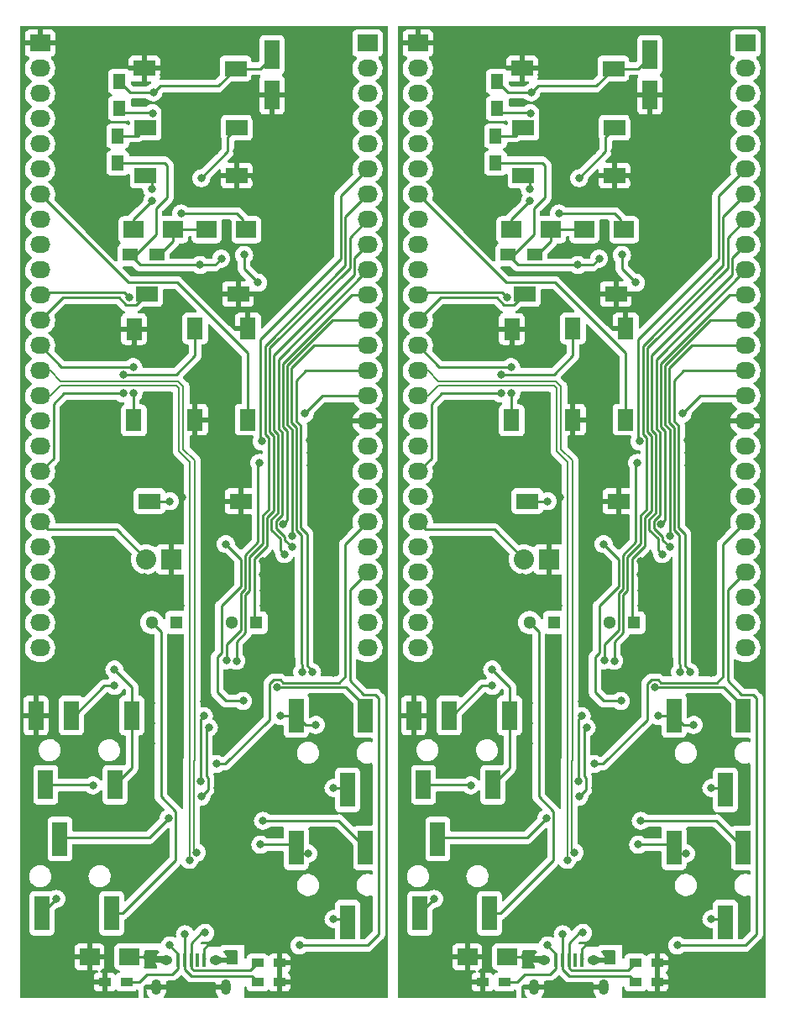
<source format=gbr>
%TF.GenerationSoftware,KiCad,Pcbnew,6.0.10-86aedd382b~118~ubuntu22.04.1*%
%TF.CreationDate,2022-12-28T16:13:35+01:00*%
%TF.ProjectId,BM83_breadboard_adapter_panel,424d3833-5f62-4726-9561-64626f617264,rev?*%
%TF.SameCoordinates,Original*%
%TF.FileFunction,Copper,L1,Top*%
%TF.FilePolarity,Positive*%
%FSLAX46Y46*%
G04 Gerber Fmt 4.6, Leading zero omitted, Abs format (unit mm)*
G04 Created by KiCad (PCBNEW 6.0.10-86aedd382b~118~ubuntu22.04.1) date 2022-12-28 16:13:35*
%MOMM*%
%LPD*%
G01*
G04 APERTURE LIST*
%TA.AperFunction,SMDPad,CuDef*%
%ADD10R,2.000000X1.700000*%
%TD*%
%TA.AperFunction,SMDPad,CuDef*%
%ADD11R,1.500000X3.500000*%
%TD*%
%TA.AperFunction,ComponentPad*%
%ADD12R,2.032000X1.727200*%
%TD*%
%TA.AperFunction,ComponentPad*%
%ADD13O,2.032000X1.727200*%
%TD*%
%TA.AperFunction,SMDPad,CuDef*%
%ADD14R,1.500000X1.300000*%
%TD*%
%TA.AperFunction,SMDPad,CuDef*%
%ADD15R,1.300000X1.500000*%
%TD*%
%TA.AperFunction,SMDPad,CuDef*%
%ADD16R,2.180000X1.600000*%
%TD*%
%TA.AperFunction,SMDPad,CuDef*%
%ADD17R,1.600000X2.180000*%
%TD*%
%TA.AperFunction,SMDPad,CuDef*%
%ADD18R,1.500000X3.000000*%
%TD*%
%TA.AperFunction,SMDPad,CuDef*%
%ADD19R,1.200000X0.900000*%
%TD*%
%TA.AperFunction,ComponentPad*%
%ADD20R,2.032000X2.032000*%
%TD*%
%TA.AperFunction,ComponentPad*%
%ADD21O,2.032000X2.032000*%
%TD*%
%TA.AperFunction,SMDPad,CuDef*%
%ADD22R,0.400000X1.350000*%
%TD*%
%TA.AperFunction,ComponentPad*%
%ADD23O,1.250000X0.950000*%
%TD*%
%TA.AperFunction,ComponentPad*%
%ADD24O,1.000000X1.550000*%
%TD*%
%TA.AperFunction,ComponentPad*%
%ADD25R,1.300000X1.300000*%
%TD*%
%TA.AperFunction,ComponentPad*%
%ADD26C,1.300000*%
%TD*%
%TA.AperFunction,SMDPad,CuDef*%
%ADD27R,1.501140X2.999740*%
%TD*%
%TA.AperFunction,ViaPad*%
%ADD28C,0.800000*%
%TD*%
%TA.AperFunction,Conductor*%
%ADD29C,0.250000*%
%TD*%
%TA.AperFunction,Conductor*%
%ADD30C,0.200000*%
%TD*%
G04 APERTURE END LIST*
D10*
%TO.P,D1,1,K*%
%TO.N,/LED1*%
X215918800Y-104825800D03*
%TO.P,D1,2,A*%
%TO.N,Net-(D1-Pad2)*%
X211918800Y-104825800D03*
%TD*%
D11*
%TO.P,J2,1*%
%TO.N,Net-(C16-Pad2)*%
X227942800Y-153780800D03*
%TO.P,J2,2*%
%TO.N,Net-(C16-Pad1)*%
X220942800Y-153780800D03*
%TO.P,J2,3*%
%TO.N,Net-(J2-Pad3)*%
X226142800Y-161280800D03*
%TD*%
D12*
%TO.P,J4,1,Pin_1*%
%TO.N,/DR1*%
X228142800Y-86029800D03*
D13*
%TO.P,J4,2,Pin_2*%
%TO.N,/RFS1*%
X228142800Y-88569800D03*
%TO.P,J4,3,Pin_3*%
%TO.N,/SCLK1*%
X228142800Y-91109800D03*
%TO.P,J4,4,Pin_4*%
%TO.N,/DT1*%
X228142800Y-93649800D03*
%TO.P,J4,5,Pin_5*%
%TO.N,/MCLK1*%
X228142800Y-96189800D03*
%TO.P,J4,6,Pin_6*%
%TO.N,/AOHPR*%
X228142800Y-98729800D03*
%TO.P,J4,7,Pin_7*%
%TO.N,/AOHPM*%
X228142800Y-101269800D03*
%TO.P,J4,8,Pin_8*%
%TO.N,/AOHPL*%
X228142800Y-103809800D03*
%TO.P,J4,9,Pin_9*%
%TO.N,/MICN2*%
X228142800Y-106349800D03*
%TO.P,J4,10,Pin_10*%
%TO.N,/MICP2*%
X228142800Y-108889800D03*
%TO.P,J4,11,Pin_11*%
%TO.N,/AIR*%
X228142800Y-111429800D03*
%TO.P,J4,12,Pin_12*%
%TO.N,/AIL*%
X228142800Y-113969800D03*
%TO.P,J4,13,Pin_13*%
%TO.N,/MICN1*%
X228142800Y-116509800D03*
%TO.P,J4,14,Pin_14*%
%TO.N,/MICP1*%
X228142800Y-119049800D03*
%TO.P,J4,15,Pin_15*%
%TO.N,/MICBIAS*%
X228142800Y-121589800D03*
%TO.P,J4,16,Pin_16*%
%TO.N,GND*%
X228142800Y-124129800D03*
%TO.P,J4,17,Pin_17*%
%TO.N,/DMIC_CLK*%
X228142800Y-126669800D03*
%TO.P,J4,18,Pin_18*%
%TO.N,/DMIC1_R*%
X228142800Y-129209800D03*
%TO.P,J4,19,Pin_19*%
%TO.N,/DMIC1_L*%
X228142800Y-131749800D03*
%TO.P,J4,20,Pin_20*%
%TO.N,/AUX_DET*%
X228142800Y-134289800D03*
%TO.P,J4,21,Pin_21*%
%TO.N,/P2_6*%
X228142800Y-136829800D03*
%TO.P,J4,22,Pin_22*%
%TO.N,5V*%
X228142800Y-139369800D03*
%TO.P,J4,23,Pin_23*%
%TO.N,/BAT_IN*%
X228142800Y-141909800D03*
%TO.P,J4,24,Pin_24*%
%TO.N,/SYS_PWR*%
X228142800Y-144449800D03*
%TO.P,J4,25,Pin_25*%
%TO.N,/VDD_IO*%
X228142800Y-146989800D03*
%TD*%
D12*
%TO.P,J5,1,Pin_1*%
%TO.N,GND*%
X195122800Y-86029800D03*
D13*
%TO.P,J5,2,Pin_2*%
%TO.N,/TX_IND*%
X195122800Y-88569800D03*
%TO.P,J5,3,Pin_3*%
%TO.N,/CTS*%
X195122800Y-91109800D03*
%TO.P,J5,4,Pin_4*%
%TO.N,/SDA*%
X195122800Y-93649800D03*
%TO.P,J5,5,Pin_5*%
%TO.N,/SCL*%
X195122800Y-96189800D03*
%TO.P,J5,6,Pin_6*%
%TO.N,/P0_7*%
X195122800Y-98729800D03*
%TO.P,J5,7,Pin_7*%
%TO.N,/P0_1*%
X195122800Y-101269800D03*
%TO.P,J5,8,Pin_8*%
%TO.N,/~{RST}*%
X195122800Y-103809800D03*
%TO.P,J5,9,Pin_9*%
%TO.N,/P2_3*%
X195122800Y-106349800D03*
%TO.P,J5,10,Pin_10*%
%TO.N,/P1_6*%
X195122800Y-108889800D03*
%TO.P,J5,11,Pin_11*%
%TO.N,/P0_5*%
X195122800Y-111429800D03*
%TO.P,J5,12,Pin_12*%
%TO.N,/P2_7*%
X195122800Y-113969800D03*
%TO.P,J5,13,Pin_13*%
%TO.N,/P0_3*%
X195122800Y-116509800D03*
%TO.P,J5,14,Pin_14*%
%TO.N,/USB_P*%
X195122800Y-119049800D03*
%TO.P,J5,15,Pin_15*%
%TO.N,/USB_N*%
X195122800Y-121589800D03*
%TO.P,J5,16,Pin_16*%
%TO.N,/P0_6*%
X195122800Y-124129800D03*
%TO.P,J5,17,Pin_17*%
%TO.N,/LED2*%
X195122800Y-126669800D03*
%TO.P,J5,18,Pin_18*%
%TO.N,/P0_2*%
X195122800Y-129209800D03*
%TO.P,J5,19,Pin_19*%
%TO.N,/LED1*%
X195122800Y-131749800D03*
%TO.P,J5,20,Pin_20*%
%TO.N,/P3_4*%
X195122800Y-134289800D03*
%TO.P,J5,21,Pin_21*%
%TO.N,/TXD*%
X195122800Y-136829800D03*
%TO.P,J5,22,Pin_22*%
%TO.N,/RXD*%
X195122800Y-139369800D03*
%TO.P,J5,23,Pin_23*%
%TO.N,/KEY_AD*%
X195122800Y-141909800D03*
%TO.P,J5,24,Pin_24*%
%TO.N,/AMB_DET*%
X195122800Y-144449800D03*
%TO.P,J5,25,Pin_25*%
%TO.N,/MFB*%
X195122800Y-146989800D03*
%TD*%
D14*
%TO.P,R14,1*%
%TO.N,/SYS_PWR*%
X204186800Y-107365800D03*
%TO.P,R14,2*%
%TO.N,Net-(D1-Pad2)*%
X206886800Y-107365800D03*
%TD*%
D15*
%TO.P,R10,1*%
%TO.N,/VDD_IO*%
X203123800Y-92586800D03*
%TO.P,R10,2*%
%TO.N,/~{RST}*%
X203123800Y-89886800D03*
%TD*%
D16*
%TO.P,SW7,1,A*%
%TO.N,/P0_6*%
X205760370Y-99362480D03*
%TO.P,SW7,2,B*%
%TO.N,GND*%
X214965230Y-99367120D03*
%TD*%
D17*
%TO.P,SW6,1,A*%
%TO.N,/P0_2*%
X210746120Y-114764870D03*
%TO.P,SW6,2,B*%
%TO.N,GND*%
X210741480Y-123969730D03*
%TD*%
D16*
%TO.P,SW8,1,A*%
%TO.N,/MFB*%
X214965230Y-94541120D03*
%TO.P,SW8,2,B*%
%TO.N,Net-(R15-Pad1)*%
X205760370Y-94536480D03*
%TD*%
D18*
%TO.P,U2,2*%
%TO.N,Net-(R1-Pad2)*%
X202690800Y-160776800D03*
%TO.P,U2,3*%
%TO.N,/AUX_DET*%
X195690800Y-160776800D03*
%TO.P,U2,4*%
%TO.N,GND*%
X194690800Y-153776800D03*
%TO.P,U2,5*%
%TO.N,Net-(R5-Pad2)*%
X198290800Y-153776800D03*
%TO.P,U2,6*%
%TO.N,Net-(R1-Pad2)*%
X204390800Y-153776800D03*
%TD*%
D10*
%TO.P,L1,1,1*%
%TO.N,GND*%
X200107800Y-178104800D03*
%TO.P,L1,2,2*%
%TO.N,Net-(J3-Pad6)*%
X204107800Y-178104800D03*
%TD*%
D19*
%TO.P,RV3,1*%
%TO.N,Net-(J3-Pad2)*%
X217052800Y-180644800D03*
%TO.P,RV3,2*%
%TO.N,GND*%
X219252800Y-180644800D03*
%TD*%
D16*
%TO.P,SW1,1,A*%
%TO.N,/P0_5*%
X206141370Y-132191980D03*
%TO.P,SW1,2,B*%
%TO.N,GND*%
X215346230Y-132196620D03*
%TD*%
D20*
%TO.P,JP3,1,1*%
%TO.N,GND*%
X208330800Y-138036300D03*
D21*
%TO.P,JP3,2,2*%
%TO.N,/P3_4*%
X205790800Y-138036300D03*
%TD*%
D11*
%TO.P,J6,1*%
%TO.N,Net-(C19-Pad2)*%
X227942800Y-167115800D03*
%TO.P,J6,2*%
%TO.N,Net-(C19-Pad1)*%
X220942800Y-167115800D03*
%TO.P,J6,3*%
%TO.N,Net-(J6-Pad3)*%
X226142800Y-174615800D03*
%TD*%
D10*
%TO.P,D2,1,K*%
%TO.N,/LED2*%
X204552800Y-104825800D03*
%TO.P,D2,2,A*%
%TO.N,Net-(D1-Pad2)*%
X208552800Y-104825800D03*
%TD*%
D22*
%TO.P,J3,1,VBUS*%
%TO.N,5V*%
X209061900Y-178447260D03*
%TO.P,J3,2,D-*%
%TO.N,Net-(J3-Pad2)*%
X209711900Y-178447260D03*
%TO.P,J3,3,D+*%
%TO.N,Net-(J3-Pad3)*%
X210361900Y-178447260D03*
%TO.P,J3,4,ID*%
%TO.N,unconnected-(J3-Pad4)*%
X211011900Y-178447260D03*
%TO.P,J3,5,GND*%
%TO.N,GND*%
X211661900Y-178447260D03*
D23*
%TO.P,J3,6,Shield*%
%TO.N,Net-(J3-Pad6)*%
X207861900Y-178447260D03*
X212861900Y-178447260D03*
D24*
X213861900Y-181147260D03*
X206861900Y-181147260D03*
%TD*%
D16*
%TO.P,SW9,1,A*%
%TO.N,GND*%
X205633370Y-88567480D03*
%TO.P,SW9,2,B*%
%TO.N,/~{RST}*%
X214838230Y-88572120D03*
%TD*%
D25*
%TO.P,C22,1*%
%TO.N,/AOHPL*%
X216916000Y-144449800D03*
D26*
%TO.P,C22,2*%
X214416000Y-144449800D03*
%TD*%
D17*
%TO.P,SW3,1,A*%
%TO.N,/P0_3*%
X204579660Y-124033230D03*
%TO.P,SW3,2,B*%
%TO.N,GND*%
X204584300Y-114828370D03*
%TD*%
D25*
%TO.P,C15,1*%
%TO.N,/AOHPR*%
X208889600Y-144399000D03*
D26*
%TO.P,C15,2*%
X206389600Y-144399000D03*
%TD*%
D27*
%TO.P,C12,1*%
%TO.N,/~{RST}*%
X218490800Y-87205820D03*
%TO.P,C12,2*%
%TO.N,GND*%
X218490800Y-91203780D03*
%TD*%
D11*
%TO.P,J1,1*%
%TO.N,/AOHPM*%
X195322800Y-173726800D03*
%TO.P,J1,2*%
%TO.N,/AOHPR*%
X202322800Y-173726800D03*
%TO.P,J1,3*%
%TO.N,/AOHPL*%
X197122800Y-166226800D03*
%TD*%
D19*
%TO.P,RV2,1*%
%TO.N,Net-(J3-Pad3)*%
X217052800Y-178739800D03*
%TO.P,RV2,2*%
%TO.N,GND*%
X219252800Y-178739800D03*
%TD*%
%TO.P,RV1,1*%
%TO.N,5V*%
X203842800Y-180644800D03*
%TO.P,RV1,2*%
%TO.N,GND*%
X201642800Y-180644800D03*
%TD*%
D17*
%TO.P,SW4,1,A*%
%TO.N,/P0_1*%
X216075480Y-123969730D03*
%TO.P,SW4,2,B*%
%TO.N,GND*%
X216080120Y-114764870D03*
%TD*%
D16*
%TO.P,SW2,1,A*%
%TO.N,/P2_7*%
X205887370Y-111300480D03*
%TO.P,SW2,2,B*%
%TO.N,GND*%
X215092230Y-111305120D03*
%TD*%
D15*
%TO.P,R15,1*%
%TO.N,Net-(R15-Pad1)*%
X202971400Y-95373200D03*
%TO.P,R15,2*%
%TO.N,/SYS_PWR*%
X202971400Y-98073200D03*
%TD*%
D17*
%TO.P,SW4,1,A*%
%TO.N,/P0_1*%
X177975480Y-123969730D03*
%TO.P,SW4,2,B*%
%TO.N,GND*%
X177980120Y-114764870D03*
%TD*%
D25*
%TO.P,C15,1*%
%TO.N,/AOHPR*%
X170789600Y-144399000D03*
D26*
%TO.P,C15,2*%
X168289600Y-144399000D03*
%TD*%
D16*
%TO.P,SW8,1,A*%
%TO.N,/MFB*%
X176865230Y-94541120D03*
%TO.P,SW8,2,B*%
%TO.N,Net-(R15-Pad1)*%
X167660370Y-94536480D03*
%TD*%
D18*
%TO.P,U2,2*%
%TO.N,Net-(R1-Pad2)*%
X164590800Y-160776800D03*
%TO.P,U2,3*%
%TO.N,/AUX_DET*%
X157590800Y-160776800D03*
%TO.P,U2,4*%
%TO.N,GND*%
X156590800Y-153776800D03*
%TO.P,U2,5*%
%TO.N,Net-(R5-Pad2)*%
X160190800Y-153776800D03*
%TO.P,U2,6*%
%TO.N,Net-(R1-Pad2)*%
X166290800Y-153776800D03*
%TD*%
D10*
%TO.P,L1,1,1*%
%TO.N,GND*%
X162007800Y-178104800D03*
%TO.P,L1,2,2*%
%TO.N,Net-(J3-Pad6)*%
X166007800Y-178104800D03*
%TD*%
D19*
%TO.P,RV3,1*%
%TO.N,Net-(J3-Pad2)*%
X178952800Y-180644800D03*
%TO.P,RV3,2*%
%TO.N,GND*%
X181152800Y-180644800D03*
%TD*%
D16*
%TO.P,SW1,1,A*%
%TO.N,/P0_5*%
X168041370Y-132191980D03*
%TO.P,SW1,2,B*%
%TO.N,GND*%
X177246230Y-132196620D03*
%TD*%
D20*
%TO.P,JP3,1,1*%
%TO.N,GND*%
X170230800Y-138036300D03*
D21*
%TO.P,JP3,2,2*%
%TO.N,/P3_4*%
X167690800Y-138036300D03*
%TD*%
D11*
%TO.P,J6,1*%
%TO.N,Net-(C19-Pad2)*%
X189842800Y-167115800D03*
%TO.P,J6,2*%
%TO.N,Net-(C19-Pad1)*%
X182842800Y-167115800D03*
%TO.P,J6,3*%
%TO.N,Net-(J6-Pad3)*%
X188042800Y-174615800D03*
%TD*%
D10*
%TO.P,D2,1,K*%
%TO.N,/LED2*%
X166452800Y-104825800D03*
%TO.P,D2,2,A*%
%TO.N,Net-(D1-Pad2)*%
X170452800Y-104825800D03*
%TD*%
D22*
%TO.P,J3,1,VBUS*%
%TO.N,5V*%
X170961900Y-178447260D03*
%TO.P,J3,2,D-*%
%TO.N,Net-(J3-Pad2)*%
X171611900Y-178447260D03*
%TO.P,J3,3,D+*%
%TO.N,Net-(J3-Pad3)*%
X172261900Y-178447260D03*
%TO.P,J3,4,ID*%
%TO.N,unconnected-(J3-Pad4)*%
X172911900Y-178447260D03*
%TO.P,J3,5,GND*%
%TO.N,GND*%
X173561900Y-178447260D03*
D23*
%TO.P,J3,6,Shield*%
%TO.N,Net-(J3-Pad6)*%
X169761900Y-178447260D03*
D24*
X168761900Y-181147260D03*
X175761900Y-181147260D03*
D23*
X174761900Y-178447260D03*
%TD*%
D16*
%TO.P,SW9,1,A*%
%TO.N,GND*%
X167533370Y-88567480D03*
%TO.P,SW9,2,B*%
%TO.N,/~{RST}*%
X176738230Y-88572120D03*
%TD*%
D25*
%TO.P,C22,1*%
%TO.N,/AOHPL*%
X178816000Y-144449800D03*
D26*
%TO.P,C22,2*%
X176316000Y-144449800D03*
%TD*%
D17*
%TO.P,SW3,1,A*%
%TO.N,/P0_3*%
X166479660Y-124033230D03*
%TO.P,SW3,2,B*%
%TO.N,GND*%
X166484300Y-114828370D03*
%TD*%
D27*
%TO.P,C12,1*%
%TO.N,/~{RST}*%
X180390800Y-87205820D03*
%TO.P,C12,2*%
%TO.N,GND*%
X180390800Y-91203780D03*
%TD*%
D11*
%TO.P,J1,1*%
%TO.N,/AOHPM*%
X157222800Y-173726800D03*
%TO.P,J1,2*%
%TO.N,/AOHPR*%
X164222800Y-173726800D03*
%TO.P,J1,3*%
%TO.N,/AOHPL*%
X159022800Y-166226800D03*
%TD*%
D19*
%TO.P,RV2,1*%
%TO.N,Net-(J3-Pad3)*%
X178952800Y-178739800D03*
%TO.P,RV2,2*%
%TO.N,GND*%
X181152800Y-178739800D03*
%TD*%
%TO.P,RV1,1*%
%TO.N,5V*%
X165742800Y-180644800D03*
%TO.P,RV1,2*%
%TO.N,GND*%
X163542800Y-180644800D03*
%TD*%
D16*
%TO.P,SW2,1,A*%
%TO.N,/P2_7*%
X167787370Y-111300480D03*
%TO.P,SW2,2,B*%
%TO.N,GND*%
X176992230Y-111305120D03*
%TD*%
D15*
%TO.P,R15,1*%
%TO.N,Net-(R15-Pad1)*%
X164871400Y-95373200D03*
%TO.P,R15,2*%
%TO.N,/SYS_PWR*%
X164871400Y-98073200D03*
%TD*%
D16*
%TO.P,SW7,1,A*%
%TO.N,/P0_6*%
X167660370Y-99362480D03*
%TO.P,SW7,2,B*%
%TO.N,GND*%
X176865230Y-99367120D03*
%TD*%
D12*
%TO.P,J5,1,Pin_1*%
%TO.N,GND*%
X157022800Y-86029800D03*
D13*
%TO.P,J5,2,Pin_2*%
%TO.N,/TX_IND*%
X157022800Y-88569800D03*
%TO.P,J5,3,Pin_3*%
%TO.N,/CTS*%
X157022800Y-91109800D03*
%TO.P,J5,4,Pin_4*%
%TO.N,/SDA*%
X157022800Y-93649800D03*
%TO.P,J5,5,Pin_5*%
%TO.N,/SCL*%
X157022800Y-96189800D03*
%TO.P,J5,6,Pin_6*%
%TO.N,/P0_7*%
X157022800Y-98729800D03*
%TO.P,J5,7,Pin_7*%
%TO.N,/P0_1*%
X157022800Y-101269800D03*
%TO.P,J5,8,Pin_8*%
%TO.N,/~{RST}*%
X157022800Y-103809800D03*
%TO.P,J5,9,Pin_9*%
%TO.N,/P2_3*%
X157022800Y-106349800D03*
%TO.P,J5,10,Pin_10*%
%TO.N,/P1_6*%
X157022800Y-108889800D03*
%TO.P,J5,11,Pin_11*%
%TO.N,/P0_5*%
X157022800Y-111429800D03*
%TO.P,J5,12,Pin_12*%
%TO.N,/P2_7*%
X157022800Y-113969800D03*
%TO.P,J5,13,Pin_13*%
%TO.N,/P0_3*%
X157022800Y-116509800D03*
%TO.P,J5,14,Pin_14*%
%TO.N,/USB_P*%
X157022800Y-119049800D03*
%TO.P,J5,15,Pin_15*%
%TO.N,/USB_N*%
X157022800Y-121589800D03*
%TO.P,J5,16,Pin_16*%
%TO.N,/P0_6*%
X157022800Y-124129800D03*
%TO.P,J5,17,Pin_17*%
%TO.N,/LED2*%
X157022800Y-126669800D03*
%TO.P,J5,18,Pin_18*%
%TO.N,/P0_2*%
X157022800Y-129209800D03*
%TO.P,J5,19,Pin_19*%
%TO.N,/LED1*%
X157022800Y-131749800D03*
%TO.P,J5,20,Pin_20*%
%TO.N,/P3_4*%
X157022800Y-134289800D03*
%TO.P,J5,21,Pin_21*%
%TO.N,/TXD*%
X157022800Y-136829800D03*
%TO.P,J5,22,Pin_22*%
%TO.N,/RXD*%
X157022800Y-139369800D03*
%TO.P,J5,23,Pin_23*%
%TO.N,/KEY_AD*%
X157022800Y-141909800D03*
%TO.P,J5,24,Pin_24*%
%TO.N,/AMB_DET*%
X157022800Y-144449800D03*
%TO.P,J5,25,Pin_25*%
%TO.N,/MFB*%
X157022800Y-146989800D03*
%TD*%
D15*
%TO.P,R10,1*%
%TO.N,/VDD_IO*%
X165023800Y-92586800D03*
%TO.P,R10,2*%
%TO.N,/~{RST}*%
X165023800Y-89886800D03*
%TD*%
D17*
%TO.P,SW6,1,A*%
%TO.N,/P0_2*%
X172646120Y-114764870D03*
%TO.P,SW6,2,B*%
%TO.N,GND*%
X172641480Y-123969730D03*
%TD*%
D10*
%TO.P,D1,1,K*%
%TO.N,/LED1*%
X177818800Y-104825800D03*
%TO.P,D1,2,A*%
%TO.N,Net-(D1-Pad2)*%
X173818800Y-104825800D03*
%TD*%
D12*
%TO.P,J4,1,Pin_1*%
%TO.N,/DR1*%
X190042800Y-86029800D03*
D13*
%TO.P,J4,2,Pin_2*%
%TO.N,/RFS1*%
X190042800Y-88569800D03*
%TO.P,J4,3,Pin_3*%
%TO.N,/SCLK1*%
X190042800Y-91109800D03*
%TO.P,J4,4,Pin_4*%
%TO.N,/DT1*%
X190042800Y-93649800D03*
%TO.P,J4,5,Pin_5*%
%TO.N,/MCLK1*%
X190042800Y-96189800D03*
%TO.P,J4,6,Pin_6*%
%TO.N,/AOHPR*%
X190042800Y-98729800D03*
%TO.P,J4,7,Pin_7*%
%TO.N,/AOHPM*%
X190042800Y-101269800D03*
%TO.P,J4,8,Pin_8*%
%TO.N,/AOHPL*%
X190042800Y-103809800D03*
%TO.P,J4,9,Pin_9*%
%TO.N,/MICN2*%
X190042800Y-106349800D03*
%TO.P,J4,10,Pin_10*%
%TO.N,/MICP2*%
X190042800Y-108889800D03*
%TO.P,J4,11,Pin_11*%
%TO.N,/AIR*%
X190042800Y-111429800D03*
%TO.P,J4,12,Pin_12*%
%TO.N,/AIL*%
X190042800Y-113969800D03*
%TO.P,J4,13,Pin_13*%
%TO.N,/MICN1*%
X190042800Y-116509800D03*
%TO.P,J4,14,Pin_14*%
%TO.N,/MICP1*%
X190042800Y-119049800D03*
%TO.P,J4,15,Pin_15*%
%TO.N,/MICBIAS*%
X190042800Y-121589800D03*
%TO.P,J4,16,Pin_16*%
%TO.N,GND*%
X190042800Y-124129800D03*
%TO.P,J4,17,Pin_17*%
%TO.N,/DMIC_CLK*%
X190042800Y-126669800D03*
%TO.P,J4,18,Pin_18*%
%TO.N,/DMIC1_R*%
X190042800Y-129209800D03*
%TO.P,J4,19,Pin_19*%
%TO.N,/DMIC1_L*%
X190042800Y-131749800D03*
%TO.P,J4,20,Pin_20*%
%TO.N,/AUX_DET*%
X190042800Y-134289800D03*
%TO.P,J4,21,Pin_21*%
%TO.N,/P2_6*%
X190042800Y-136829800D03*
%TO.P,J4,22,Pin_22*%
%TO.N,5V*%
X190042800Y-139369800D03*
%TO.P,J4,23,Pin_23*%
%TO.N,/BAT_IN*%
X190042800Y-141909800D03*
%TO.P,J4,24,Pin_24*%
%TO.N,/SYS_PWR*%
X190042800Y-144449800D03*
%TO.P,J4,25,Pin_25*%
%TO.N,/VDD_IO*%
X190042800Y-146989800D03*
%TD*%
D11*
%TO.P,J2,1*%
%TO.N,Net-(C16-Pad2)*%
X189842800Y-153780800D03*
%TO.P,J2,2*%
%TO.N,Net-(C16-Pad1)*%
X182842800Y-153780800D03*
%TO.P,J2,3*%
%TO.N,Net-(J2-Pad3)*%
X188042800Y-161280800D03*
%TD*%
D14*
%TO.P,R14,1*%
%TO.N,/SYS_PWR*%
X166086800Y-107365800D03*
%TO.P,R14,2*%
%TO.N,Net-(D1-Pad2)*%
X168786800Y-107365800D03*
%TD*%
D28*
%TO.N,Net-(C16-Pad1)*%
X219379800Y-153847800D03*
%TO.N,GND*%
X217220800Y-170230800D03*
X218363800Y-106095800D03*
%TO.N,5V*%
X221284800Y-176961800D03*
%TO.N,GND*%
X224713800Y-149529800D03*
X208838800Y-148132800D03*
X213410800Y-118668800D03*
X212775800Y-93649800D03*
X212775800Y-91871800D03*
X200329800Y-141655800D03*
X206298800Y-152577800D03*
X218935300Y-144513300D03*
X228015800Y-180644800D03*
X203885800Y-132130800D03*
X213410800Y-120319800D03*
X199948800Y-163753800D03*
X213664800Y-175691800D03*
X224713800Y-143179800D03*
X203377800Y-165023800D03*
X222808800Y-166039800D03*
X209092800Y-101396800D03*
X208902300Y-133908800D03*
X226237800Y-168960800D03*
X220903800Y-178739800D03*
X205663800Y-141719300D03*
X194614800Y-163245800D03*
X223189800Y-138607800D03*
X216839800Y-98094800D03*
X197281800Y-179247800D03*
X207568800Y-89204800D03*
X204139800Y-176199800D03*
X222808800Y-131368800D03*
X217601800Y-111937800D03*
X222808800Y-129971800D03*
X197662800Y-170611800D03*
X200329800Y-174040800D03*
X211759800Y-135051800D03*
X208965800Y-150418800D03*
X211950300Y-136639300D03*
X215061800Y-101396800D03*
X213410800Y-117144800D03*
X203885800Y-133591300D03*
X211759800Y-118668800D03*
%TO.N,Net-(C16-Pad2)*%
X218998800Y-150926800D03*
%TO.N,GND*%
X201599800Y-163753800D03*
X199948800Y-162229800D03*
X220776800Y-170230800D03*
X216839800Y-101396800D03*
X194614800Y-165023800D03*
X215442800Y-172135800D03*
X202107800Y-130352800D03*
X206298800Y-154609800D03*
X207378300Y-135559800D03*
X228015800Y-174294800D03*
X214807800Y-91871800D03*
X216204800Y-157911800D03*
X202107800Y-136194800D03*
X207568800Y-91871800D03*
X197027800Y-163245800D03*
X224459800Y-178739800D03*
X210997800Y-93649800D03*
X205917800Y-174802800D03*
%TO.N,Net-(C16-Pad1)*%
X215595200Y-152323800D03*
%TO.N,GND*%
X195503800Y-177469800D03*
X223189800Y-140131800D03*
X228142800Y-149021800D03*
X218998800Y-112572800D03*
X193725800Y-180898800D03*
X194614800Y-156387800D03*
X211785200Y-143484600D03*
X221538800Y-85140800D03*
X218998800Y-175691800D03*
X215442800Y-168706800D03*
X199948800Y-154609800D03*
X198932800Y-180898800D03*
X209092800Y-89204800D03*
X207568800Y-167563800D03*
X197916800Y-146100800D03*
X205028800Y-163753800D03*
X217220800Y-174040800D03*
X208965800Y-152704800D03*
X222554800Y-172389800D03*
X223189800Y-141655800D03*
X224459800Y-167436800D03*
X205663800Y-139877800D03*
X213664800Y-168706800D03*
X209092800Y-87426800D03*
X203377800Y-167309800D03*
%TO.N,/MICBIAS*%
X221792800Y-123367800D03*
%TO.N,GND*%
X200329800Y-130352800D03*
X212775800Y-89204800D03*
X202107800Y-133654800D03*
X212775800Y-87426800D03*
X202107800Y-128574800D03*
X199821800Y-146100800D03*
X213664800Y-170230800D03*
X224459800Y-175818800D03*
X208432400Y-94030800D03*
X202107800Y-176961800D03*
X213918800Y-160197800D03*
X194614800Y-166801800D03*
X203758800Y-128828800D03*
X221157800Y-160959800D03*
X205917800Y-176199800D03*
X199948800Y-157784800D03*
X210997800Y-89204800D03*
X207568800Y-87426800D03*
X212775800Y-85775800D03*
X211759800Y-120319800D03*
X215442800Y-174040800D03*
X219760800Y-106095800D03*
X220649800Y-156768800D03*
X203504800Y-117398800D03*
X223189800Y-148132800D03*
X198043800Y-162229800D03*
X200329800Y-175691800D03*
X215061800Y-161721800D03*
X210997800Y-85775800D03*
X222935800Y-160832800D03*
X206298800Y-156641800D03*
X224713800Y-144449800D03*
X209245200Y-142722600D03*
X229412800Y-150418800D03*
X216839800Y-103047800D03*
X219125800Y-156768800D03*
X212775800Y-96951800D03*
X205917800Y-173278800D03*
X213347300Y-135051800D03*
X226237800Y-180644800D03*
X223443800Y-153466800D03*
X205536800Y-117398800D03*
X213918800Y-104190800D03*
X199313800Y-86918800D03*
X224459800Y-180644800D03*
X199313800Y-170611800D03*
X217665300Y-141211300D03*
X209473800Y-117144800D03*
X202107800Y-137972800D03*
X220776800Y-174040800D03*
X209092800Y-99364800D03*
X220903800Y-180644800D03*
X208965800Y-154609800D03*
X223189800Y-143052800D03*
X209092800Y-169595800D03*
X222427800Y-127304800D03*
X199948800Y-156260800D03*
X212775800Y-95427800D03*
X193725800Y-179120800D03*
X223443800Y-152069800D03*
X205028800Y-162229800D03*
X213283800Y-131749800D03*
X217220800Y-172135800D03*
X200329800Y-137972800D03*
X198043800Y-159308800D03*
X204012800Y-139877800D03*
X228142800Y-164261800D03*
X217601800Y-139623800D03*
X196265800Y-151180800D03*
X200329800Y-136194800D03*
X197916800Y-147751800D03*
X222808800Y-134416800D03*
X224713800Y-141655800D03*
X207187800Y-117398800D03*
X201599800Y-165023800D03*
X205028800Y-165023800D03*
X202107800Y-125272800D03*
X210997800Y-87426800D03*
X216839800Y-99745800D03*
X204012800Y-171627800D03*
X217474800Y-156768800D03*
X228142800Y-162737800D03*
X211759800Y-131749800D03*
X204012800Y-141655800D03*
X209092800Y-97205800D03*
X203885800Y-130479800D03*
X218998800Y-168579800D03*
X213410800Y-101396800D03*
X207568800Y-171627800D03*
X196519800Y-154736800D03*
X198805800Y-174040800D03*
X202107800Y-132130800D03*
X215061800Y-118668800D03*
X228015800Y-172770800D03*
X208711800Y-114858800D03*
X199948800Y-159308800D03*
X228142800Y-160959800D03*
X217982800Y-113588800D03*
X202107800Y-123494800D03*
X202687800Y-85449800D03*
X222935800Y-159308800D03*
X224459800Y-166039800D03*
X207568800Y-174802800D03*
X222427800Y-128574800D03*
X213029800Y-156260800D03*
X209410300Y-131813300D03*
X224840800Y-153466800D03*
X199948800Y-165023800D03*
X211759800Y-133400800D03*
X223570800Y-85140800D03*
X220776800Y-175691800D03*
X215315800Y-155371800D03*
X215442800Y-175691800D03*
X223189800Y-156260800D03*
X199821800Y-144322800D03*
X217665300Y-146418300D03*
X213664800Y-174040800D03*
X208711800Y-146291300D03*
X205536800Y-134162800D03*
X214617300Y-134289800D03*
X222554800Y-174040800D03*
X204139800Y-174802800D03*
X197281800Y-175691800D03*
X229666800Y-180644800D03*
X199948800Y-167309800D03*
X198805800Y-169087800D03*
X211632800Y-152387300D03*
X218998800Y-170230800D03*
X217601800Y-138226800D03*
X218998800Y-174040800D03*
X196519800Y-152831800D03*
X222300800Y-126034800D03*
X198043800Y-157784800D03*
X229412800Y-148894800D03*
X196265800Y-149402800D03*
X221157800Y-159308800D03*
X197027800Y-169087800D03*
X215061800Y-120319800D03*
X207568800Y-173278800D03*
X211886800Y-117144800D03*
X208838800Y-159943800D03*
X218871800Y-110921800D03*
X224713800Y-148132800D03*
X197535800Y-86918800D03*
X202107800Y-139877800D03*
X228015800Y-178739800D03*
X223189800Y-135813800D03*
X199821800Y-151180800D03*
X228015800Y-175691800D03*
X214934800Y-96951800D03*
X197916800Y-151180800D03*
X200909800Y-85449800D03*
X203377800Y-163753800D03*
X208838800Y-161848800D03*
X224840800Y-152069800D03*
X200329800Y-133654800D03*
X218871800Y-142735300D03*
X200329800Y-132130800D03*
X222808800Y-132892800D03*
X206108300Y-146164300D03*
X205790800Y-169595800D03*
X216077800Y-160070800D03*
X228142800Y-150418800D03*
X228142800Y-159181800D03*
X194614800Y-149402800D03*
X205028800Y-160832800D03*
X211734400Y-141605000D03*
X223189800Y-137210800D03*
X200964800Y-86918800D03*
X225983800Y-85140800D03*
X218948000Y-146385280D03*
X199821800Y-147624800D03*
X207314800Y-134099300D03*
X223189800Y-146608800D03*
X218998800Y-155371800D03*
X203758800Y-127050800D03*
X199821800Y-149402800D03*
X215442800Y-170230800D03*
X201599800Y-167309800D03*
X202107800Y-126923800D03*
X198043800Y-156260800D03*
X222554800Y-178739800D03*
X216458800Y-146431000D03*
X216839800Y-89966800D03*
X202107800Y-141655800D03*
X224713800Y-140131800D03*
X213664800Y-156895800D03*
X226237800Y-178739800D03*
X194614800Y-157911800D03*
X194614800Y-168452800D03*
%TO.N,/MICP2*%
X220522800Y-136829800D03*
%TO.N,/AOHPL*%
X211334565Y-160451800D03*
X211632800Y-153847800D03*
%TO.N,/AOHPM*%
X212140800Y-154990800D03*
%TO.N,/LED2*%
X206432023Y-101904800D03*
%TO.N,GND*%
X193725800Y-177469800D03*
X197916800Y-149402800D03*
%TO.N,/MICN2*%
X219760800Y-137528300D03*
%TO.N,/AOHPL*%
X208076800Y-164134800D03*
%TO.N,/AOHPM*%
X214917420Y-148261558D03*
X211378800Y-161975800D03*
%TO.N,/LED1*%
X209346800Y-103174800D03*
%TO.N,/AOHPM*%
X196773800Y-172262800D03*
%TO.N,GND*%
X195503800Y-180898800D03*
X218998800Y-172135800D03*
%TO.N,/P0_2*%
X203504800Y-119394800D03*
%TO.N,Net-(C19-Pad1)*%
X213918800Y-148209000D03*
%TO.N,/P0_6*%
X206425800Y-100761800D03*
%TO.N,/VDD_IO*%
X206462459Y-93078728D03*
%TO.N,GND*%
X206044800Y-159816800D03*
%TO.N,Net-(J3-Pad2)*%
X209727800Y-175818800D03*
%TO.N,/USB_P*%
X210927029Y-167588223D03*
%TO.N,Net-(J3-Pad3)*%
X211759800Y-175691800D03*
%TO.N,/MFB*%
X211378800Y-99618800D03*
%TO.N,Net-(C19-Pad1)*%
X222173800Y-167690800D03*
%TO.N,/P0_2*%
X203504800Y-121335800D03*
%TO.N,GND*%
X216839800Y-93522800D03*
%TO.N,5V*%
X217093800Y-110159800D03*
%TO.N,GND*%
X211734400Y-139776200D03*
X198805800Y-175691800D03*
X197281800Y-177469800D03*
X217220800Y-175691800D03*
X202107800Y-178993800D03*
X209169000Y-95605600D03*
X213664800Y-172135800D03*
X229666800Y-178739800D03*
X222554800Y-180644800D03*
X213029800Y-161086800D03*
X201218800Y-101777800D03*
X220776800Y-172135800D03*
%TO.N,5V*%
X215696800Y-107365800D03*
%TO.N,GND*%
X210997800Y-91871800D03*
%TO.N,/USB_N*%
X210184565Y-168330687D03*
%TO.N,GND*%
X199258800Y-85449800D03*
X205600300Y-135559800D03*
%TO.N,5V*%
X208203800Y-176961800D03*
%TO.N,GND*%
X217627200Y-142722600D03*
X202869800Y-100253800D03*
X194614800Y-151180800D03*
X213283800Y-133400800D03*
%TO.N,Net-(C16-Pad1)*%
X213855300Y-136512300D03*
%TO.N,/P0_3*%
X204520800Y-121335800D03*
%TO.N,/AIL*%
X220522800Y-135686800D03*
%TO.N,Net-(C19-Pad1)*%
X217220800Y-128320800D03*
%TO.N,/SYS_PWR*%
X211251800Y-108381800D03*
%TO.N,Net-(J6-Pad3)*%
X224713800Y-174294800D03*
%TO.N,/SYS_PWR*%
X213393800Y-107729800D03*
%TO.N,/AIR*%
X219633800Y-134543800D03*
%TO.N,GND*%
X206044800Y-161467800D03*
%TO.N,Net-(R1-Pad2)*%
X202615800Y-149148800D03*
%TO.N,/P0_3*%
X204520800Y-118668800D03*
%TO.N,/P0_5*%
X204139800Y-111683800D03*
%TO.N,Net-(R5-Pad2)*%
X202615800Y-150799800D03*
%TO.N,/~{RST}*%
X206552800Y-90982800D03*
%TO.N,GND*%
X197535800Y-85449800D03*
X200329800Y-139877800D03*
%TO.N,/MICN1*%
X221538800Y-149402800D03*
%TO.N,Net-(C16-Pad1)*%
X222935800Y-154736800D03*
%TO.N,/AOHPR*%
X217474800Y-126161800D03*
%TO.N,/AUX_DET*%
X212902800Y-158673800D03*
%TO.N,Net-(C19-Pad2)*%
X217601800Y-164388800D03*
%TO.N,GND*%
X197281800Y-174040800D03*
X209092800Y-91871800D03*
X206044800Y-163118800D03*
%TO.N,/MICP1*%
X222554800Y-149402800D03*
%TO.N,GND*%
X208965800Y-156641800D03*
X222554800Y-175691800D03*
X208965800Y-135496300D03*
%TO.N,Net-(C19-Pad1)*%
X217347800Y-166801800D03*
%TO.N,GND*%
X197281800Y-180898800D03*
%TO.N,/AUX_DET*%
X200456800Y-160832800D03*
%TO.N,Net-(J2-Pad3)*%
X224713800Y-161086800D03*
%TO.N,GND*%
X195503800Y-179120800D03*
%TO.N,/P0_5*%
X208203800Y-132194300D03*
%TO.N,GND*%
X216839800Y-91871800D03*
X226237800Y-167563800D03*
X217220800Y-168579800D03*
X167500300Y-135559800D03*
X156514800Y-165023800D03*
X173659800Y-118668800D03*
X175310800Y-117144800D03*
X176961800Y-101396800D03*
X173659800Y-135051800D03*
X170865800Y-150418800D03*
X159181800Y-177469800D03*
X163118800Y-101777800D03*
X184454800Y-180644800D03*
X167944800Y-161467800D03*
X191566800Y-178739800D03*
X175564800Y-172135800D03*
X164007800Y-178993800D03*
X179120800Y-175691800D03*
X179527200Y-142722600D03*
X159435800Y-85449800D03*
X156514800Y-151180800D03*
X173634400Y-139776200D03*
X172897800Y-91871800D03*
X182676800Y-172135800D03*
X160705800Y-175691800D03*
X171069000Y-95605600D03*
X175564800Y-170230800D03*
X167817800Y-173278800D03*
X161158800Y-85449800D03*
X159181800Y-174040800D03*
X186740800Y-153466800D03*
X164769800Y-100253800D03*
X170865800Y-154609800D03*
X180898800Y-112572800D03*
X188137800Y-180644800D03*
X156514800Y-166801800D03*
X175818800Y-160197800D03*
X174675800Y-89204800D03*
X183057800Y-160959800D03*
X165658800Y-128828800D03*
X174675800Y-91871800D03*
X174675800Y-93649800D03*
X174675800Y-85775800D03*
X176961800Y-161721800D03*
X159943800Y-162229800D03*
X162229800Y-175691800D03*
X172897800Y-89204800D03*
X161848800Y-157784800D03*
X181660800Y-106095800D03*
X177342800Y-174040800D03*
X186613800Y-149529800D03*
X171310300Y-131813300D03*
X161213800Y-170611800D03*
X172897800Y-93649800D03*
X178739800Y-98094800D03*
X173659800Y-120319800D03*
X155625800Y-180898800D03*
X180835300Y-144513300D03*
X170992800Y-91871800D03*
X175818800Y-104190800D03*
X165277800Y-165023800D03*
X170738800Y-148132800D03*
X170865800Y-156641800D03*
X182803800Y-178739800D03*
X167436800Y-117398800D03*
X161213800Y-86918800D03*
X190042800Y-149021800D03*
X174675800Y-96951800D03*
X175247300Y-135051800D03*
X172897800Y-85775800D03*
X161848800Y-165023800D03*
X162229800Y-139877800D03*
X167944800Y-163118800D03*
X175183800Y-131749800D03*
X173659800Y-133400800D03*
X167817800Y-174802800D03*
X185343800Y-153466800D03*
X167944800Y-159816800D03*
X170992800Y-99364800D03*
X179501800Y-111937800D03*
X182676800Y-174040800D03*
X186359800Y-175818800D03*
X171373800Y-117144800D03*
X179565300Y-141211300D03*
X166039800Y-176199800D03*
X176707800Y-91871800D03*
X166928800Y-165023800D03*
X164007800Y-137972800D03*
X175564800Y-175691800D03*
X186613800Y-143179800D03*
X165912800Y-139877800D03*
X185089800Y-143052800D03*
X182803800Y-180644800D03*
X174675800Y-95427800D03*
X161848800Y-156260800D03*
X170992800Y-169595800D03*
X184327800Y-127304800D03*
X184708800Y-166039800D03*
X164007800Y-130352800D03*
X159562800Y-170611800D03*
X177342800Y-172135800D03*
X162229800Y-130352800D03*
X162229800Y-174040800D03*
X165785800Y-133591300D03*
X173850300Y-136639300D03*
X184835800Y-160832800D03*
X178739800Y-101396800D03*
X189915800Y-174294800D03*
X168198800Y-152577800D03*
X181025800Y-156768800D03*
X162229800Y-141655800D03*
X165404800Y-117398800D03*
X182549800Y-156768800D03*
X175310800Y-118668800D03*
X155625800Y-177469800D03*
X185089800Y-140131800D03*
X159816800Y-149402800D03*
X174929800Y-161086800D03*
X180898800Y-172135800D03*
X169468800Y-87426800D03*
X157403800Y-180898800D03*
X180263800Y-106095800D03*
X186359800Y-178739800D03*
X170332400Y-94030800D03*
X173532800Y-152387300D03*
X182676800Y-170230800D03*
X178104800Y-157911800D03*
X161721800Y-149402800D03*
X168198800Y-154609800D03*
X186740800Y-152069800D03*
X159816800Y-151180800D03*
X161721800Y-146100800D03*
X185089800Y-138607800D03*
X168198800Y-156641800D03*
X188137800Y-167563800D03*
X165785800Y-132130800D03*
X186613800Y-140131800D03*
X185470800Y-85140800D03*
X170738800Y-161848800D03*
X167690800Y-169595800D03*
X178739800Y-89966800D03*
X163499800Y-167309800D03*
X178739800Y-93522800D03*
X156514800Y-168452800D03*
X164007800Y-126923800D03*
X166928800Y-160832800D03*
X180898800Y-155371800D03*
X175310800Y-120319800D03*
X161721800Y-147624800D03*
X158927800Y-169087800D03*
X188137800Y-168960800D03*
X161721800Y-144322800D03*
X180771800Y-142735300D03*
X169468800Y-91871800D03*
X161848800Y-162229800D03*
X177342800Y-175691800D03*
X169468800Y-173278800D03*
X162229800Y-132130800D03*
X183057800Y-159308800D03*
X185089800Y-135813800D03*
X180848000Y-146385280D03*
X185343800Y-152069800D03*
X188137800Y-178739800D03*
X158927800Y-163245800D03*
X174929800Y-156260800D03*
X169278300Y-135559800D03*
X186359800Y-180644800D03*
X179882800Y-113588800D03*
X178739800Y-91871800D03*
X167563800Y-141719300D03*
X189915800Y-175691800D03*
X166928800Y-162229800D03*
X184454800Y-178739800D03*
X155625800Y-179120800D03*
X185089800Y-156260800D03*
X157403800Y-179120800D03*
X161848800Y-163753800D03*
X164007800Y-136194800D03*
X159943800Y-157784800D03*
X179120800Y-170230800D03*
X159181800Y-180898800D03*
X190042800Y-160959800D03*
X174675800Y-87426800D03*
X170865800Y-135496300D03*
X164007800Y-176961800D03*
X160705800Y-169087800D03*
X170992800Y-101396800D03*
X167817800Y-176199800D03*
X166039800Y-174802800D03*
X184454800Y-175691800D03*
X178358800Y-146431000D03*
X156514800Y-157911800D03*
X179501800Y-138226800D03*
X190042800Y-159181800D03*
X170738800Y-159943800D03*
X185089800Y-148132800D03*
X169214800Y-134099300D03*
X175564800Y-174040800D03*
X164007800Y-133654800D03*
X185089800Y-146608800D03*
X185089800Y-137210800D03*
X165658800Y-127050800D03*
X164007800Y-128574800D03*
X162229800Y-133654800D03*
X175183800Y-133400800D03*
X161721800Y-151180800D03*
X157403800Y-177469800D03*
X156514800Y-149402800D03*
X169468800Y-174802800D03*
X184454800Y-174040800D03*
X164007800Y-139877800D03*
X180898800Y-170230800D03*
X191312800Y-148894800D03*
X159181800Y-175691800D03*
X184200800Y-126034800D03*
X180898800Y-174040800D03*
X186613800Y-148132800D03*
X176517300Y-134289800D03*
X184327800Y-128574800D03*
X159943800Y-156260800D03*
X167436800Y-134162800D03*
X177977800Y-160070800D03*
X178739800Y-103047800D03*
X170611800Y-146291300D03*
X169468800Y-89204800D03*
X184708800Y-132892800D03*
X158419800Y-152831800D03*
X189915800Y-178739800D03*
X164587800Y-85449800D03*
X158165800Y-149402800D03*
X184708800Y-131368800D03*
X180771800Y-110921800D03*
X189915800Y-180644800D03*
X161848800Y-167309800D03*
X173786800Y-117144800D03*
X184835800Y-159308800D03*
X176961800Y-120319800D03*
X175564800Y-156895800D03*
X191312800Y-150418800D03*
X176834800Y-96951800D03*
X159181800Y-179247800D03*
X159435800Y-86918800D03*
X186359800Y-166039800D03*
X179120800Y-168579800D03*
X162809800Y-85449800D03*
X165277800Y-163753800D03*
X191566800Y-180644800D03*
X182676800Y-175691800D03*
X184708800Y-129971800D03*
X170802300Y-133908800D03*
X164007800Y-141655800D03*
X177342800Y-170230800D03*
X171145200Y-142722600D03*
X186613800Y-144449800D03*
X156514800Y-163245800D03*
X173634400Y-141605000D03*
X168008300Y-146164300D03*
X162864800Y-86918800D03*
X164007800Y-123494800D03*
X177215800Y-155371800D03*
X179565300Y-146418300D03*
X190042800Y-150418800D03*
X163499800Y-163753800D03*
X187883800Y-85140800D03*
X179120800Y-172135800D03*
X162229800Y-137972800D03*
X159943800Y-159308800D03*
X190042800Y-164261800D03*
X179501800Y-139623800D03*
X158165800Y-151180800D03*
X162229800Y-136194800D03*
X159816800Y-147751800D03*
X184708800Y-134416800D03*
X186613800Y-141655800D03*
X169087800Y-117398800D03*
X163499800Y-165023800D03*
X164007800Y-125272800D03*
X172897800Y-87426800D03*
X178739800Y-99745800D03*
X165912800Y-171627800D03*
X179374800Y-156768800D03*
X190042800Y-162737800D03*
X173659800Y-131749800D03*
X165912800Y-141655800D03*
X170992800Y-97205800D03*
X165785800Y-130479800D03*
X180898800Y-168579800D03*
X175310800Y-101396800D03*
X169468800Y-171627800D03*
X158419800Y-154736800D03*
X160705800Y-174040800D03*
X164007800Y-132130800D03*
X176961800Y-118668800D03*
X189915800Y-172770800D03*
X170611800Y-114858800D03*
X161848800Y-159308800D03*
X156514800Y-156387800D03*
X173685200Y-143484600D03*
X183438800Y-85140800D03*
X180898800Y-175691800D03*
X177342800Y-168706800D03*
X161848800Y-154609800D03*
X160832800Y-180898800D03*
X170992800Y-89204800D03*
X169468800Y-167563800D03*
X159816800Y-146100800D03*
X166928800Y-163753800D03*
X179120800Y-174040800D03*
X170865800Y-152704800D03*
X184454800Y-172389800D03*
X185089800Y-141655800D03*
X186359800Y-167436800D03*
X167563800Y-139877800D03*
X175564800Y-168706800D03*
X170992800Y-87426800D03*
X165277800Y-167309800D03*
%TO.N,/MICBIAS*%
X183692800Y-123367800D03*
%TO.N,Net-(C16-Pad1)*%
X184835800Y-154736800D03*
X175755300Y-136512300D03*
X181279800Y-153847800D03*
X177495200Y-152323800D03*
%TO.N,/MICP1*%
X184454800Y-149402800D03*
%TO.N,Net-(C16-Pad2)*%
X180898800Y-150926800D03*
%TO.N,/MICN1*%
X183438800Y-149402800D03*
%TO.N,5V*%
X170103800Y-176961800D03*
X177596800Y-107365800D03*
X178993800Y-110159800D03*
X183184800Y-176961800D03*
%TO.N,/AUX_DET*%
X162356800Y-160832800D03*
X174802800Y-158673800D03*
%TO.N,/AIR*%
X181533800Y-134543800D03*
%TO.N,/AIL*%
X182422800Y-135686800D03*
%TO.N,/~{RST}*%
X168452800Y-90982800D03*
%TO.N,/SYS_PWR*%
X175293800Y-107729800D03*
X173151800Y-108381800D03*
%TO.N,/VDD_IO*%
X168362459Y-93078728D03*
%TO.N,/AOHPR*%
X179374800Y-126161800D03*
%TO.N,Net-(C19-Pad2)*%
X179501800Y-164388800D03*
%TO.N,Net-(C19-Pad1)*%
X179247800Y-166801800D03*
X184073800Y-167690800D03*
X175818800Y-148209000D03*
X179120800Y-128320800D03*
%TO.N,/MICP2*%
X182422800Y-136829800D03*
%TO.N,/MICN2*%
X181660800Y-137528300D03*
%TO.N,/AOHPL*%
X173532800Y-153847800D03*
X173234565Y-160451800D03*
X169976800Y-164134800D03*
%TO.N,/LED1*%
X171246800Y-103174800D03*
%TO.N,/LED2*%
X168332023Y-101904800D03*
%TO.N,/AOHPM*%
X174040800Y-154990800D03*
X173278800Y-161975800D03*
X158673800Y-172262800D03*
X176817420Y-148261558D03*
%TO.N,Net-(J2-Pad3)*%
X186613800Y-161086800D03*
%TO.N,/MFB*%
X173278800Y-99618800D03*
%TO.N,/P0_2*%
X165404800Y-121335800D03*
X165404800Y-119394800D03*
%TO.N,/P0_6*%
X168325800Y-100761800D03*
%TO.N,/P0_3*%
X166420800Y-118668800D03*
X166420800Y-121335800D03*
%TO.N,/P0_5*%
X166039800Y-111683800D03*
X170103800Y-132194300D03*
%TO.N,Net-(J6-Pad3)*%
X186613800Y-174294800D03*
%TO.N,Net-(R1-Pad2)*%
X164515800Y-149148800D03*
%TO.N,Net-(R5-Pad2)*%
X164515800Y-150799800D03*
%TO.N,Net-(J3-Pad3)*%
X173659800Y-175691800D03*
%TO.N,Net-(J3-Pad2)*%
X171627800Y-175818800D03*
%TO.N,/USB_N*%
X172084565Y-168330687D03*
%TO.N,/USB_P*%
X172827029Y-167588223D03*
%TD*%
D29*
%TO.N,/~{RST}*%
X218490800Y-87426800D02*
X218490800Y-87205820D01*
X203123800Y-89886800D02*
X204219800Y-90982800D01*
%TO.N,/AIL*%
X228142800Y-113969800D02*
X224610250Y-113969800D01*
%TO.N,GND*%
X211661900Y-178365876D02*
X211759800Y-178267976D01*
%TO.N,/MICP1*%
X220947880Y-124107010D02*
X220947880Y-120021720D01*
X222554800Y-149402800D02*
X222046800Y-148767800D01*
X221422820Y-134877408D02*
X221422820Y-124581950D01*
X222046800Y-135501388D02*
X221422820Y-134877408D01*
X220947880Y-120021720D02*
X221919800Y-119049800D01*
%TO.N,Net-(C16-Pad1)*%
X215595200Y-152323800D02*
X213868000Y-152323800D01*
%TO.N,Net-(C16-Pad2)*%
X225983800Y-150926800D02*
X227942800Y-152885800D01*
%TO.N,/MICN1*%
X220497870Y-124293410D02*
X220972810Y-124768350D01*
%TO.N,Net-(C16-Pad2)*%
X221030800Y-150926800D02*
X218998800Y-150926800D01*
%TO.N,GND*%
X200107800Y-178104800D02*
X200107800Y-180422800D01*
%TO.N,Net-(C16-Pad2)*%
X218998800Y-150926800D02*
X225983800Y-150926800D01*
%TO.N,GND*%
X211661900Y-177313700D02*
X211661900Y-178447260D01*
X211661900Y-178447260D02*
X211661900Y-178365876D01*
%TO.N,Net-(C16-Pad2)*%
X227942800Y-152885800D02*
X227942800Y-153780800D01*
%TO.N,/MICBIAS*%
X228142800Y-121589800D02*
X223570800Y-121589800D01*
X223570800Y-121589800D02*
X221792800Y-123367800D01*
%TO.N,GND*%
X213664800Y-175691800D02*
X213283800Y-176961800D01*
%TO.N,Net-(C16-Pad1)*%
X215362772Y-138019772D02*
X215362772Y-140804420D01*
X213855300Y-136512300D02*
X215362772Y-138019772D01*
%TO.N,/MICP1*%
X222046800Y-148767800D02*
X222046800Y-135501388D01*
%TO.N,Net-(C16-Pad1)*%
X220875800Y-153847800D02*
X220942800Y-153780800D01*
X213410800Y-142756392D02*
X213410800Y-147434300D01*
X215362772Y-140804420D02*
X213410800Y-142756392D01*
X219379800Y-153847800D02*
X220875800Y-153847800D01*
X213410800Y-146237398D02*
X213410800Y-142756392D01*
X213410800Y-147434300D02*
X212983799Y-147861301D01*
X212983799Y-151439599D02*
X212983799Y-147861301D01*
X222935800Y-154736800D02*
X221898800Y-154736800D01*
X221898800Y-154736800D02*
X220942800Y-153780800D01*
%TO.N,/AOHPL*%
X211334565Y-154146035D02*
X211632800Y-153847800D01*
%TO.N,/MICP2*%
X218908799Y-134195799D02*
X219549828Y-133554770D01*
X219549828Y-133554770D02*
X219549828Y-125254598D01*
X220522800Y-136829800D02*
X219797800Y-136104800D01*
%TO.N,/AOHPM*%
X217797810Y-116566380D02*
X225901770Y-108462420D01*
%TO.N,/MICP2*%
X219797800Y-136104800D02*
X219797799Y-135785889D01*
%TO.N,/AOHPM*%
X214917420Y-148261558D02*
X214917420Y-146372180D01*
%TO.N,/MICN2*%
X226801790Y-109341810D02*
X226801790Y-107690810D01*
%TO.N,/MICP2*%
X219797799Y-135785889D02*
X218908799Y-134896889D01*
%TO.N,/AOHPM*%
X216262791Y-137786399D02*
X217558771Y-136490419D01*
X212059566Y-160103799D02*
X212059566Y-161295034D01*
X215841011Y-141599001D02*
X216262790Y-141177222D01*
%TO.N,/AOHPL*%
X218008781Y-133822997D02*
X218649810Y-133181968D01*
%TO.N,/MICP2*%
X218908799Y-134896889D02*
X218908799Y-134195799D01*
%TO.N,/AOHPL*%
X226351780Y-108648820D02*
X226351780Y-105600820D01*
%TO.N,/MICP2*%
X219147840Y-117884760D02*
X228142800Y-108889800D01*
%TO.N,/AOHPM*%
X217558771Y-136490419D02*
X217558772Y-133636596D01*
%TO.N,/AOHPL*%
X216712800Y-144246600D02*
X216712800Y-137972800D01*
X216712800Y-137972800D02*
X218008781Y-136676819D01*
%TO.N,/LED1*%
X215569800Y-103809800D02*
X215569800Y-104476800D01*
%TO.N,/AOHPM*%
X212059566Y-161295034D02*
X211378800Y-161975800D01*
X196773800Y-172262800D02*
X196773800Y-172275800D01*
%TO.N,/MICN2*%
X218697830Y-117445770D02*
X226801790Y-109341810D01*
%TO.N,/AOHPM*%
X217797810Y-125411808D02*
X217797810Y-116566380D01*
%TO.N,/AOHPL*%
X218247820Y-125225408D02*
X218247820Y-116752780D01*
%TO.N,/LED1*%
X214934800Y-103174800D02*
X215569800Y-103809800D01*
%TO.N,/MICN2*%
X219099818Y-133368370D02*
X219099818Y-125440996D01*
%TO.N,/AOHPL*%
X211315300Y-154165300D02*
X211632800Y-153847800D01*
%TO.N,/AOHPM*%
X218199801Y-125813799D02*
X217797810Y-125411808D01*
%TO.N,/MICN2*%
X218458790Y-134009398D02*
X219099818Y-133368370D01*
%TO.N,/AOHPL*%
X200932800Y-166099800D02*
X197249800Y-166099800D01*
%TO.N,/AOHPM*%
X225901770Y-103510830D02*
X228142800Y-101269800D01*
X217558772Y-133636596D02*
X218199801Y-132995567D01*
X225901770Y-108462420D02*
X225901770Y-103510830D01*
%TO.N,/MICN2*%
X218458790Y-135083290D02*
X218458790Y-134009398D01*
%TO.N,/AOHPL*%
X205730800Y-166099800D02*
X206111800Y-166099800D01*
%TO.N,/AOHPM*%
X215841011Y-145448589D02*
X215841011Y-141599001D01*
%TO.N,/AOHPL*%
X197249800Y-166099800D02*
X197122800Y-166226800D01*
%TO.N,/LED1*%
X211759800Y-103174800D02*
X214934800Y-103174800D01*
%TO.N,/AOHPM*%
X218199801Y-132995567D02*
X218199801Y-125813799D01*
%TO.N,/LED2*%
X204552800Y-103777800D02*
X204552800Y-104825800D01*
%TO.N,/MICN2*%
X218697830Y-125039008D02*
X218697830Y-117445770D01*
%TO.N,/LED2*%
X204552800Y-104825800D02*
X203758800Y-104825800D01*
%TO.N,/AOHPM*%
X212140800Y-154990800D02*
X211886800Y-155244800D01*
%TO.N,/LED2*%
X206432023Y-101904800D02*
X205282800Y-103047800D01*
%TO.N,/LED1*%
X215569800Y-104476800D02*
X215918800Y-104825800D01*
%TO.N,/AOHPM*%
X214917420Y-146372180D02*
X215841011Y-145448589D01*
%TO.N,/AOHPL*%
X216916000Y-144449800D02*
X216712800Y-144246600D01*
%TO.N,/MICP2*%
X219147840Y-124852608D02*
X219147840Y-117884760D01*
%TO.N,/AOHPL*%
X226351780Y-105600820D02*
X228142800Y-103809800D01*
X218247820Y-116752780D02*
X226351780Y-108648820D01*
%TO.N,/MICP2*%
X219549828Y-125254598D02*
X219147840Y-124852608D01*
%TO.N,/MICN2*%
X219347790Y-135972290D02*
X218458790Y-135083290D01*
%TO.N,/AOHPL*%
X205730800Y-166099800D02*
X200932800Y-166099800D01*
%TO.N,/AOHPM*%
X211886800Y-155244800D02*
X211886800Y-159931033D01*
%TO.N,/AOHPL*%
X218649810Y-133181968D02*
X218649810Y-125627398D01*
%TO.N,/MICN2*%
X226801790Y-107690810D02*
X228142800Y-106349800D01*
%TO.N,/AOHPL*%
X211334565Y-160451800D02*
X211334565Y-154146035D01*
%TO.N,/LED2*%
X205282800Y-103047800D02*
X204552800Y-103777800D01*
%TO.N,/MICN2*%
X219099818Y-125440996D02*
X218697830Y-125039008D01*
%TO.N,/LED1*%
X209346800Y-103174800D02*
X211124800Y-103174800D01*
%TO.N,/AOHPM*%
X196773800Y-172275800D02*
X195322800Y-173726800D01*
%TO.N,/AOHPL*%
X218649810Y-125627398D02*
X218247820Y-125225408D01*
%TO.N,/AOHPM*%
X211886800Y-159931033D02*
X212059566Y-160103799D01*
%TO.N,/AOHPL*%
X206111800Y-166099800D02*
X208076800Y-164134800D01*
%TO.N,/LED1*%
X211124800Y-103174800D02*
X211759800Y-103174800D01*
%TO.N,/AOHPM*%
X216262790Y-141177222D02*
X216262791Y-137786399D01*
%TO.N,/MICN2*%
X219347790Y-137115290D02*
X219347790Y-135972290D01*
X219760800Y-137528300D02*
X219347790Y-137115290D01*
%TO.N,/P0_1*%
X195122800Y-101269800D02*
X204012800Y-110159800D01*
%TO.N,Net-(J3-Pad3)*%
X217052800Y-178739800D02*
X216290800Y-179501800D01*
%TO.N,Net-(R5-Pad2)*%
X201599800Y-150799800D02*
X202615800Y-150799800D01*
%TO.N,/AUX_DET*%
X219621792Y-150476790D02*
X219346801Y-150201799D01*
%TO.N,/P0_6*%
X205788480Y-99362480D02*
X205760370Y-99362480D01*
%TO.N,/P0_2*%
X197535800Y-121335800D02*
X196463810Y-122407790D01*
X210746120Y-117523480D02*
X208874800Y-119394800D01*
%TO.N,/P3_4*%
X195884800Y-135051800D02*
X195122800Y-134289800D01*
X201726800Y-135051800D02*
X195884800Y-135051800D01*
%TO.N,/P0_2*%
X208874800Y-119394800D02*
X203504800Y-119394800D01*
X196463810Y-122407790D02*
X196463810Y-127868790D01*
X196463810Y-127868790D02*
X195122800Y-129209800D01*
%TO.N,/~{RST}*%
X217345480Y-88572120D02*
X218490800Y-87426800D01*
%TO.N,/P0_5*%
X204139800Y-111683800D02*
X203631800Y-111175800D01*
%TO.N,/P3_4*%
X205790800Y-138036300D02*
X202806300Y-135051800D01*
X202806300Y-135051800D02*
X201726800Y-135051800D01*
%TO.N,/P2_7*%
X203066798Y-111683800D02*
X197408800Y-111683800D01*
%TO.N,/VDD_IO*%
X203123800Y-92586800D02*
X203551800Y-93014800D01*
%TO.N,Net-(J3-Pad2)*%
X209711900Y-179372260D02*
X210386890Y-180047250D01*
X209727800Y-175818800D02*
X209727800Y-178431360D01*
%TO.N,/SYS_PWR*%
X212741800Y-108381800D02*
X212648800Y-108381800D01*
%TO.N,/AUX_DET*%
X225914790Y-149852810D02*
X225290810Y-150476790D01*
%TO.N,Net-(C19-Pad2)*%
X220398962Y-164388800D02*
X225215800Y-164388800D01*
%TO.N,Net-(J3-Pad3)*%
X210361900Y-178447260D02*
X210361900Y-176708700D01*
%TO.N,Net-(J6-Pad3)*%
X225821800Y-174294800D02*
X226142800Y-174615800D01*
%TO.N,/MFB*%
X214045800Y-95460550D02*
X214965230Y-94541120D01*
%TO.N,/P0_2*%
X210746120Y-114637870D02*
X210746120Y-117523480D01*
%TO.N,/P0_6*%
X206425800Y-99999800D02*
X205788480Y-99362480D01*
%TO.N,/P0_3*%
X204518480Y-121338120D02*
X204520800Y-121335800D01*
%TO.N,/P0_6*%
X206425800Y-100761800D02*
X206425800Y-99999800D01*
%TO.N,/~{RST}*%
X214838230Y-88572120D02*
X213062550Y-90347800D01*
%TO.N,/AOHPR*%
X207314800Y-145324200D02*
X206389600Y-144399000D01*
X207314800Y-161975800D02*
X207314800Y-145324200D01*
%TO.N,/AUX_DET*%
X218273799Y-150578799D02*
X218273799Y-154191801D01*
%TO.N,Net-(R15-Pad1)*%
X202971400Y-95373200D02*
X204923650Y-95373200D01*
%TO.N,Net-(D1-Pad2)*%
X211918800Y-104825800D02*
X211918800Y-104857800D01*
X207187800Y-107365800D02*
X208552800Y-106000800D01*
X211918800Y-104825800D02*
X212140800Y-104825800D01*
X208552800Y-104825800D02*
X211918800Y-104825800D01*
X206886800Y-107365800D02*
X207187800Y-107365800D01*
%TO.N,Net-(R15-Pad1)*%
X205760370Y-94536480D02*
X206050370Y-94536480D01*
%TO.N,/AUX_DET*%
X200400800Y-160776800D02*
X200456800Y-160832800D01*
%TO.N,Net-(R15-Pad1)*%
X204923650Y-95373200D02*
X205760370Y-94536480D01*
%TO.N,Net-(R5-Pad2)*%
X198290800Y-153776800D02*
X198622800Y-153776800D01*
%TO.N,/AIR*%
X220072790Y-125141149D02*
X219597850Y-124666209D01*
%TO.N,/VDD_IO*%
X203551800Y-93014800D02*
X206398531Y-93014800D01*
D30*
%TO.N,/USB_N*%
X208862172Y-120544800D02*
X197183800Y-120544800D01*
D29*
%TO.N,Net-(J3-Pad6)*%
X207519440Y-178104800D02*
X207861900Y-178447260D01*
D30*
%TO.N,/USB_N*%
X210245568Y-128267768D02*
X209123591Y-127145791D01*
X210184565Y-158152835D02*
X210245568Y-158091832D01*
X209123591Y-120806219D02*
X208862172Y-120544800D01*
X210184565Y-168330687D02*
X210184565Y-158152835D01*
%TO.N,/USB_P*%
X196138800Y-119049800D02*
X195122800Y-119049800D01*
X210695568Y-158278232D02*
X210695568Y-128081368D01*
%TO.N,/USB_N*%
X197183800Y-120544800D02*
X196138800Y-121589800D01*
X209123591Y-127145791D02*
X209123591Y-120806219D01*
%TO.N,/USB_P*%
X210634565Y-158339235D02*
X210695568Y-158278232D01*
%TO.N,/USB_N*%
X210245568Y-158091832D02*
X210245568Y-128267768D01*
%TO.N,/USB_P*%
X209048572Y-120094800D02*
X197183800Y-120094800D01*
X210695568Y-128081368D02*
X209573591Y-126959391D01*
X209573591Y-120619819D02*
X209048572Y-120094800D01*
X210634565Y-167295759D02*
X210634565Y-158339235D01*
X197183800Y-120094800D02*
X196138800Y-119049800D01*
X209573591Y-126959391D02*
X209573591Y-120619819D01*
X210927029Y-167588223D02*
X210634565Y-167295759D01*
D29*
%TO.N,Net-(J3-Pad3)*%
X210361900Y-176708700D02*
X211378800Y-175691800D01*
%TO.N,Net-(R1-Pad2)*%
X202615800Y-149148800D02*
X204390800Y-150923800D01*
%TO.N,/AIR*%
X220072790Y-134104810D02*
X220072790Y-125141149D01*
X219597850Y-124666209D02*
X219597850Y-118345790D01*
D30*
%TO.N,/USB_N*%
X196138800Y-121589800D02*
X195122800Y-121589800D01*
D29*
%TO.N,/MFB*%
X214045800Y-96951800D02*
X214045800Y-95460550D01*
X211378800Y-99618800D02*
X214045800Y-96951800D01*
%TO.N,/P0_3*%
X204520800Y-121335800D02*
X204520800Y-123687300D01*
%TO.N,/P0_2*%
X203504800Y-121335800D02*
X197535800Y-121335800D01*
%TO.N,/SYS_PWR*%
X206806800Y-105333800D02*
X204774800Y-107365800D01*
X207949800Y-101556550D02*
X206806800Y-102699550D01*
%TO.N,Net-(D1-Pad2)*%
X208552800Y-106000800D02*
X208552800Y-104825800D01*
%TO.N,5V*%
X229285800Y-175818800D02*
X229285800Y-152038798D01*
X209061900Y-179278700D02*
X208457800Y-179882800D01*
X226364800Y-141147800D02*
X228142800Y-139369800D01*
%TO.N,GND*%
X213283800Y-176961800D02*
X212013800Y-176961800D01*
%TO.N,5V*%
X215696800Y-107365800D02*
X215696800Y-108762800D01*
X209061900Y-178447260D02*
X209061900Y-179278700D01*
X208203800Y-176961800D02*
X209061900Y-177819900D01*
X228952801Y-151705799D02*
X227778799Y-151705799D01*
X227778799Y-151705799D02*
X226364800Y-150291800D01*
X209061900Y-177819900D02*
X209061900Y-178447260D01*
X208457800Y-179882800D02*
X205917800Y-179882800D01*
X226364800Y-150291800D02*
X226364800Y-141147800D01*
%TO.N,Net-(J3-Pad3)*%
X210361900Y-179257262D02*
X210361900Y-178447260D01*
%TO.N,/MICN1*%
X220497870Y-118718590D02*
X220497870Y-124293410D01*
%TO.N,Net-(R5-Pad2)*%
X198622800Y-153776800D02*
X201599800Y-150799800D01*
%TO.N,Net-(J3-Pad2)*%
X209711900Y-178447260D02*
X209711900Y-179372260D01*
%TO.N,/AUX_DET*%
X213791800Y-158673800D02*
X212902800Y-158673800D01*
%TO.N,/AIL*%
X220522800Y-132765800D02*
X220522800Y-133527800D01*
X220047860Y-124479810D02*
X220522800Y-124954750D01*
%TO.N,/SYS_PWR*%
X205202800Y-108381800D02*
X204186800Y-107365800D01*
X202971400Y-98073200D02*
X207674200Y-98073200D01*
%TO.N,/~{RST}*%
X206552800Y-90982800D02*
X206552800Y-91015800D01*
%TO.N,/P0_5*%
X206141370Y-132191980D02*
X208201480Y-132191980D01*
%TO.N,5V*%
X205155800Y-180644800D02*
X203842800Y-180644800D01*
%TO.N,Net-(C19-Pad1)*%
X215812782Y-137599998D02*
X217108762Y-136304018D01*
X220628800Y-166801800D02*
X220942800Y-167115800D01*
X217108762Y-128432838D02*
X217220800Y-128320800D01*
%TO.N,/SYS_PWR*%
X207949800Y-98348800D02*
X207949800Y-101556550D01*
%TO.N,Net-(J3-Pad3)*%
X210606438Y-179501800D02*
X210361900Y-179257262D01*
%TO.N,Net-(R1-Pad2)*%
X204390800Y-153776800D02*
X204390800Y-159076800D01*
%TO.N,Net-(C19-Pad2)*%
X225215800Y-164388800D02*
X227942800Y-167115800D01*
%TO.N,/AUX_DET*%
X218650799Y-150201799D02*
X218273799Y-150578799D01*
%TO.N,/AIR*%
X219597850Y-118345790D02*
X226513840Y-111429800D01*
%TO.N,/SYS_PWR*%
X211251800Y-108381800D02*
X212648800Y-108381800D01*
X213393800Y-107729800D02*
X212741800Y-108381800D01*
X207674200Y-98073200D02*
X207949800Y-98348800D01*
%TO.N,/AUX_DET*%
X195690800Y-160776800D02*
X200400800Y-160776800D01*
%TO.N,Net-(C19-Pad1)*%
X215812781Y-140990821D02*
X215812782Y-137599998D01*
X215391001Y-141412601D02*
X215812781Y-140990821D01*
%TO.N,GND*%
X200107800Y-180422800D02*
X200329800Y-180644800D01*
%TO.N,/AUX_DET*%
X225914790Y-136517810D02*
X225914790Y-149852810D01*
%TO.N,Net-(R1-Pad2)*%
X204390800Y-150923800D02*
X204390800Y-153776800D01*
X204390800Y-159076800D02*
X202690800Y-160776800D01*
%TO.N,/P0_1*%
X204012800Y-110159800D02*
X208965800Y-110159800D01*
%TO.N,/VDD_IO*%
X206398531Y-93014800D02*
X206462459Y-93078728D01*
%TO.N,/P0_1*%
X208965800Y-110159800D02*
X216075480Y-117269480D01*
%TO.N,Net-(C19-Pad1)*%
X213918800Y-146608800D02*
X215391001Y-145136599D01*
%TO.N,/AOHPR*%
X225451760Y-101420840D02*
X228142800Y-98729800D01*
X208801801Y-168362799D02*
X208801801Y-163462801D01*
X208801801Y-163462801D02*
X207314800Y-161975800D01*
X225451760Y-107770840D02*
X225451760Y-101420840D01*
%TO.N,/AUX_DET*%
X228142800Y-134289800D02*
X225914790Y-136517810D01*
%TO.N,Net-(J3-Pad3)*%
X211378800Y-175691800D02*
X211759800Y-175691800D01*
%TO.N,/P2_7*%
X205887370Y-111300480D02*
X204779049Y-112408801D01*
%TO.N,Net-(J2-Pad3)*%
X224713800Y-161086800D02*
X225948800Y-161086800D01*
%TO.N,/P0_3*%
X204520800Y-118668800D02*
X197281800Y-118668800D01*
X197281800Y-118668800D02*
X195122800Y-116509800D01*
%TO.N,Net-(J6-Pad3)*%
X224713800Y-174294800D02*
X225821800Y-174294800D01*
%TO.N,/~{RST}*%
X213062550Y-90347800D02*
X207220800Y-90347800D01*
%TO.N,/P0_1*%
X216075480Y-117269480D02*
X216075480Y-123779230D01*
%TO.N,/P2_7*%
X204779049Y-112408801D02*
X203791799Y-112408801D01*
%TO.N,Net-(C19-Pad1)*%
X221517800Y-167690800D02*
X220942800Y-167115800D01*
%TO.N,/~{RST}*%
X204219800Y-90982800D02*
X206519800Y-90982800D01*
%TO.N,/AUX_DET*%
X225290810Y-150476790D02*
X219621792Y-150476790D01*
%TO.N,/AOHPR*%
X203437800Y-173726800D02*
X208801801Y-168362799D01*
%TO.N,5V*%
X228142800Y-176961800D02*
X229285800Y-175818800D01*
%TO.N,/AOHPR*%
X217474800Y-126161800D02*
X217347800Y-126034800D01*
%TO.N,/P2_7*%
X203791799Y-112408801D02*
X203066798Y-111683800D01*
%TO.N,/P0_3*%
X204518480Y-124287230D02*
X204518480Y-121338120D01*
%TO.N,/P2_7*%
X197408800Y-111683800D02*
X195122800Y-113969800D01*
%TO.N,/AUX_DET*%
X218273799Y-154191801D02*
X213791800Y-158673800D01*
%TO.N,Net-(C19-Pad2)*%
X217601800Y-164388800D02*
X220398962Y-164388800D01*
%TO.N,/AIR*%
X226513840Y-111429800D02*
X228142800Y-111429800D01*
%TO.N,Net-(C16-Pad1)*%
X213868000Y-152323800D02*
X212983799Y-151439599D01*
%TO.N,/AIR*%
X219633800Y-134543800D02*
X220072790Y-134104810D01*
%TO.N,/SYS_PWR*%
X206806800Y-102699550D02*
X206806800Y-105333800D01*
X204774800Y-107365800D02*
X204186800Y-107365800D01*
X211251800Y-108381800D02*
X205202800Y-108381800D01*
%TO.N,Net-(C19-Pad1)*%
X217108762Y-136304018D02*
X217108762Y-128432838D01*
X215391001Y-145136599D02*
X215391001Y-141412601D01*
%TO.N,/AOHPR*%
X217347800Y-126034800D02*
X217347800Y-115874800D01*
%TO.N,/P0_5*%
X203631800Y-111175800D02*
X195376800Y-111175800D01*
%TO.N,/~{RST}*%
X214838230Y-88572120D02*
X217345480Y-88572120D01*
%TO.N,Net-(C19-Pad1)*%
X213918800Y-148209000D02*
X213918800Y-146608800D01*
%TO.N,/P0_5*%
X195376800Y-111175800D02*
X195122800Y-111429800D01*
%TO.N,/AIL*%
X220047860Y-118532190D02*
X220047860Y-124479810D01*
X220522800Y-124954750D02*
X220522800Y-132765800D01*
X224610250Y-113969800D02*
X220047860Y-118532190D01*
%TO.N,5V*%
X205917800Y-179882800D02*
X205155800Y-180644800D01*
%TO.N,/MICN1*%
X220972810Y-130664790D02*
X220972810Y-131172790D01*
%TO.N,5V*%
X215696800Y-108762800D02*
X217093800Y-110159800D01*
X229285800Y-152038798D02*
X228952801Y-151705799D01*
X221284800Y-176961800D02*
X228142800Y-176961800D01*
%TO.N,Net-(J3-Pad2)*%
X216455250Y-180047250D02*
X217052800Y-180644800D01*
%TO.N,Net-(J3-Pad6)*%
X204107800Y-178104800D02*
X207519440Y-178104800D01*
%TO.N,/MICP1*%
X221919800Y-119049800D02*
X228142800Y-119049800D01*
%TO.N,GND*%
X212013800Y-176961800D02*
X211661900Y-177313700D01*
%TO.N,Net-(C19-Pad1)*%
X217347800Y-166801800D02*
X220628800Y-166801800D01*
%TO.N,/MICN1*%
X228142800Y-116509800D02*
X222706660Y-116509800D01*
X220972810Y-135063808D02*
X220972810Y-131945810D01*
X221469790Y-147682790D02*
X221469790Y-135560788D01*
X220972810Y-130664790D02*
X220972810Y-131945810D01*
X220972810Y-124768350D02*
X220972810Y-130664790D01*
X222706660Y-116509800D02*
X220497870Y-118718590D01*
X221469790Y-135560788D02*
X220972810Y-135063808D01*
X220972810Y-131680790D02*
X220972810Y-131945810D01*
%TO.N,Net-(J2-Pad3)*%
X225948800Y-161086800D02*
X226142800Y-161280800D01*
%TO.N,/~{RST}*%
X207220800Y-90347800D02*
X206552800Y-91015800D01*
%TO.N,/AUX_DET*%
X219346801Y-150201799D02*
X218650799Y-150201799D01*
%TO.N,/AOHPR*%
X217347800Y-115874800D02*
X225451760Y-107770840D01*
%TO.N,/~{RST}*%
X214965230Y-88445120D02*
X214838230Y-88572120D01*
X206519800Y-90982800D02*
X206552800Y-91015800D01*
%TO.N,Net-(J3-Pad2)*%
X209727800Y-178431360D02*
X209711900Y-178447260D01*
%TO.N,/AIL*%
X220522800Y-132765800D02*
X220522800Y-135686800D01*
%TO.N,Net-(C19-Pad1)*%
X222173800Y-167690800D02*
X221517800Y-167690800D01*
%TO.N,GND*%
X200329800Y-180644800D02*
X201642800Y-180644800D01*
%TO.N,/AOHPR*%
X202322800Y-173726800D02*
X203437800Y-173726800D01*
%TO.N,/P0_3*%
X204520800Y-123687300D02*
X204579660Y-123746160D01*
%TO.N,/P0_5*%
X208201480Y-132191980D02*
X208203800Y-132194300D01*
%TO.N,Net-(J3-Pad3)*%
X216290800Y-179501800D02*
X210606438Y-179501800D01*
%TO.N,Net-(J3-Pad2)*%
X210386890Y-180047250D02*
X216455250Y-180047250D01*
%TO.N,/AOHPL*%
X218008781Y-136676819D02*
X218008781Y-133822997D01*
%TO.N,/MICN1*%
X221538800Y-149402800D02*
X221469790Y-147682790D01*
%TO.N,/MICP1*%
X221422820Y-124581950D02*
X220947880Y-124107010D01*
%TO.N,GND*%
X173913800Y-176961800D02*
X173561900Y-177313700D01*
X173561900Y-178447260D02*
X173561900Y-178365876D01*
X162007800Y-178104800D02*
X162007800Y-180422800D01*
X173561900Y-177313700D02*
X173561900Y-178447260D01*
X175564800Y-175691800D02*
X175183800Y-176961800D01*
X173561900Y-178365876D02*
X173659800Y-178267976D01*
X162229800Y-180644800D02*
X163542800Y-180644800D01*
X162007800Y-180422800D02*
X162229800Y-180644800D01*
X175183800Y-176961800D02*
X173913800Y-176961800D01*
%TO.N,/MICBIAS*%
X190042800Y-121589800D02*
X185470800Y-121589800D01*
X185470800Y-121589800D02*
X183692800Y-123367800D01*
%TO.N,Net-(C16-Pad1)*%
X177262772Y-138019772D02*
X177262772Y-140804420D01*
X175755300Y-136512300D02*
X177262772Y-138019772D01*
X175310800Y-146237398D02*
X175310800Y-142756392D01*
X175310800Y-147434300D02*
X174883799Y-147861301D01*
X174883799Y-151439599D02*
X174883799Y-147861301D01*
X184835800Y-154736800D02*
X183798800Y-154736800D01*
X183798800Y-154736800D02*
X182842800Y-153780800D01*
X182775800Y-153847800D02*
X182842800Y-153780800D01*
X175310800Y-142756392D02*
X175310800Y-147434300D01*
X177262772Y-140804420D02*
X175310800Y-142756392D01*
X181279800Y-153847800D02*
X182775800Y-153847800D01*
X177495200Y-152323800D02*
X175768000Y-152323800D01*
X175768000Y-152323800D02*
X174883799Y-151439599D01*
%TO.N,/MICP1*%
X183946800Y-148767800D02*
X183946800Y-135501388D01*
X183322820Y-134877408D02*
X183322820Y-124581950D01*
X183946800Y-135501388D02*
X183322820Y-134877408D01*
X182847880Y-120021720D02*
X183819800Y-119049800D01*
X184454800Y-149402800D02*
X183946800Y-148767800D01*
X183819800Y-119049800D02*
X190042800Y-119049800D01*
X182847880Y-124107010D02*
X182847880Y-120021720D01*
X183322820Y-124581950D02*
X182847880Y-124107010D01*
%TO.N,Net-(C16-Pad2)*%
X189842800Y-152885800D02*
X189842800Y-153780800D01*
X180898800Y-150926800D02*
X187883800Y-150926800D01*
X182930800Y-150926800D02*
X180898800Y-150926800D01*
X187883800Y-150926800D02*
X189842800Y-152885800D01*
%TO.N,/MICN1*%
X183369790Y-135560788D02*
X182872810Y-135063808D01*
X184606660Y-116509800D02*
X182397870Y-118718590D01*
X182872810Y-124768350D02*
X182872810Y-130664790D01*
X182872810Y-130664790D02*
X182872810Y-131945810D01*
X190042800Y-116509800D02*
X184606660Y-116509800D01*
X182872810Y-135063808D02*
X182872810Y-131945810D01*
X183369790Y-147682790D02*
X183369790Y-135560788D01*
X182872810Y-131680790D02*
X182872810Y-131945810D01*
X183438800Y-149402800D02*
X183369790Y-147682790D01*
X182397870Y-124293410D02*
X182872810Y-124768350D01*
X182872810Y-130664790D02*
X182872810Y-131172790D01*
X182397870Y-118718590D02*
X182397870Y-124293410D01*
%TO.N,5V*%
X188264800Y-141147800D02*
X190042800Y-139369800D01*
X170961900Y-179278700D02*
X170357800Y-179882800D01*
X191185800Y-175818800D02*
X191185800Y-152038798D01*
X183184800Y-176961800D02*
X190042800Y-176961800D01*
X170103800Y-176961800D02*
X170961900Y-177819900D01*
X190852801Y-151705799D02*
X189678799Y-151705799D01*
X170961900Y-178447260D02*
X170961900Y-179278700D01*
X177596800Y-108762800D02*
X178993800Y-110159800D01*
X167055800Y-180644800D02*
X165742800Y-180644800D01*
X167817800Y-179882800D02*
X167055800Y-180644800D01*
X170961900Y-177819900D02*
X170961900Y-178447260D01*
X188264800Y-150291800D02*
X188264800Y-141147800D01*
X170357800Y-179882800D02*
X167817800Y-179882800D01*
X190042800Y-176961800D02*
X191185800Y-175818800D01*
X191185800Y-152038798D02*
X190852801Y-151705799D01*
X177596800Y-107365800D02*
X177596800Y-108762800D01*
X189678799Y-151705799D02*
X188264800Y-150291800D01*
%TO.N,/AUX_DET*%
X181246801Y-150201799D02*
X180550799Y-150201799D01*
X187190810Y-150476790D02*
X181521792Y-150476790D01*
X157590800Y-160776800D02*
X162300800Y-160776800D01*
X190042800Y-134289800D02*
X187814790Y-136517810D01*
X180550799Y-150201799D02*
X180173799Y-150578799D01*
X162300800Y-160776800D02*
X162356800Y-160832800D01*
X180173799Y-150578799D02*
X180173799Y-154191801D01*
X187814790Y-149852810D02*
X187190810Y-150476790D01*
X181521792Y-150476790D02*
X181246801Y-150201799D01*
X180173799Y-154191801D02*
X175691800Y-158673800D01*
X175691800Y-158673800D02*
X174802800Y-158673800D01*
X187814790Y-136517810D02*
X187814790Y-149852810D01*
%TO.N,/AIR*%
X188413840Y-111429800D02*
X190042800Y-111429800D01*
X181972790Y-134104810D02*
X181972790Y-125141149D01*
X181972790Y-125141149D02*
X181497850Y-124666209D01*
X181533800Y-134543800D02*
X181972790Y-134104810D01*
X181497850Y-124666209D02*
X181497850Y-118345790D01*
X181497850Y-118345790D02*
X188413840Y-111429800D01*
%TO.N,/AIL*%
X190042800Y-113969800D02*
X186510250Y-113969800D01*
X186510250Y-113969800D02*
X181947860Y-118532190D01*
X181947860Y-118532190D02*
X181947860Y-124479810D01*
X182422800Y-132765800D02*
X182422800Y-133527800D01*
X182422800Y-124954750D02*
X182422800Y-132765800D01*
X181947860Y-124479810D02*
X182422800Y-124954750D01*
X182422800Y-132765800D02*
X182422800Y-135686800D01*
%TO.N,/~{RST}*%
X176738230Y-88572120D02*
X174962550Y-90347800D01*
X168452800Y-90982800D02*
X168452800Y-91015800D01*
X168419800Y-90982800D02*
X168452800Y-91015800D01*
X176865230Y-88445120D02*
X176738230Y-88572120D01*
X179245480Y-88572120D02*
X180390800Y-87426800D01*
X169120800Y-90347800D02*
X168452800Y-91015800D01*
X180390800Y-87426800D02*
X180390800Y-87205820D01*
X176738230Y-88572120D02*
X179245480Y-88572120D01*
X165023800Y-89886800D02*
X166119800Y-90982800D01*
X174962550Y-90347800D02*
X169120800Y-90347800D01*
X166119800Y-90982800D02*
X168419800Y-90982800D01*
%TO.N,/SYS_PWR*%
X169849800Y-98348800D02*
X169849800Y-101556550D01*
X173151800Y-108381800D02*
X174548800Y-108381800D01*
X175293800Y-107729800D02*
X174641800Y-108381800D01*
X168706800Y-102699550D02*
X168706800Y-105333800D01*
X173151800Y-108381800D02*
X167102800Y-108381800D01*
X166674800Y-107365800D02*
X166086800Y-107365800D01*
X169574200Y-98073200D02*
X169849800Y-98348800D01*
X168706800Y-105333800D02*
X166674800Y-107365800D01*
X169849800Y-101556550D02*
X168706800Y-102699550D01*
X167102800Y-108381800D02*
X166086800Y-107365800D01*
X174641800Y-108381800D02*
X174548800Y-108381800D01*
X164871400Y-98073200D02*
X169574200Y-98073200D01*
%TO.N,/VDD_IO*%
X165023800Y-92586800D02*
X165451800Y-93014800D01*
X168298531Y-93014800D02*
X168362459Y-93078728D01*
X165451800Y-93014800D02*
X168298531Y-93014800D01*
%TO.N,/AOHPR*%
X179374800Y-126161800D02*
X179247800Y-126034800D01*
X169214800Y-145324200D02*
X168289600Y-144399000D01*
X179247800Y-126034800D02*
X179247800Y-115874800D01*
X169214800Y-161975800D02*
X169214800Y-145324200D01*
X165337800Y-173726800D02*
X170701801Y-168362799D01*
X187351760Y-101420840D02*
X190042800Y-98729800D01*
X170701801Y-168362799D02*
X170701801Y-163462801D01*
X187351760Y-107770840D02*
X187351760Y-101420840D01*
X179247800Y-115874800D02*
X187351760Y-107770840D01*
X170701801Y-163462801D02*
X169214800Y-161975800D01*
X164222800Y-173726800D02*
X165337800Y-173726800D01*
%TO.N,Net-(C19-Pad2)*%
X182298962Y-164388800D02*
X187115800Y-164388800D01*
X187115800Y-164388800D02*
X189842800Y-167115800D01*
X179501800Y-164388800D02*
X182298962Y-164388800D01*
%TO.N,Net-(C19-Pad1)*%
X179008762Y-128432838D02*
X179120800Y-128320800D01*
X177712781Y-140990821D02*
X177712782Y-137599998D01*
X182528800Y-166801800D02*
X182842800Y-167115800D01*
X177291001Y-141412601D02*
X177712781Y-140990821D01*
X179247800Y-166801800D02*
X182528800Y-166801800D01*
X179008762Y-136304018D02*
X179008762Y-128432838D01*
X183417800Y-167690800D02*
X182842800Y-167115800D01*
X177291001Y-145136599D02*
X177291001Y-141412601D01*
X177712782Y-137599998D02*
X179008762Y-136304018D01*
X175818800Y-146608800D02*
X177291001Y-145136599D01*
X175818800Y-148209000D02*
X175818800Y-146608800D01*
X184073800Y-167690800D02*
X183417800Y-167690800D01*
%TO.N,/MICP2*%
X181449828Y-133554770D02*
X181449828Y-125254598D01*
X181047840Y-124852608D02*
X181047840Y-117884760D01*
X181697799Y-135785889D02*
X180808799Y-134896889D01*
X181047840Y-117884760D02*
X190042800Y-108889800D01*
X180808799Y-134195799D02*
X181449828Y-133554770D01*
X181697800Y-136104800D02*
X181697799Y-135785889D01*
X180808799Y-134896889D02*
X180808799Y-134195799D01*
X182422800Y-136829800D02*
X181697800Y-136104800D01*
X181449828Y-125254598D02*
X181047840Y-124852608D01*
%TO.N,/MICN2*%
X188701790Y-109341810D02*
X188701790Y-107690810D01*
X180358790Y-135083290D02*
X180358790Y-134009398D01*
X181660800Y-137528300D02*
X181247790Y-137115290D01*
X180999818Y-133368370D02*
X180999818Y-125440996D01*
X180999818Y-125440996D02*
X180597830Y-125039008D01*
X180358790Y-134009398D02*
X180999818Y-133368370D01*
X181247790Y-135972290D02*
X180358790Y-135083290D01*
X181247790Y-137115290D02*
X181247790Y-135972290D01*
X188701790Y-107690810D02*
X190042800Y-106349800D01*
X180597830Y-117445770D02*
X188701790Y-109341810D01*
X180597830Y-125039008D02*
X180597830Y-117445770D01*
%TO.N,/AOHPL*%
X168011800Y-166099800D02*
X169976800Y-164134800D01*
X173215300Y-154165300D02*
X173532800Y-153847800D01*
X180549810Y-125627398D02*
X180147820Y-125225408D01*
X167630800Y-166099800D02*
X168011800Y-166099800D01*
X159149800Y-166099800D02*
X159022800Y-166226800D01*
X162832800Y-166099800D02*
X159149800Y-166099800D01*
X167630800Y-166099800D02*
X162832800Y-166099800D01*
X188251780Y-108648820D02*
X188251780Y-105600820D01*
X173234565Y-154146035D02*
X173532800Y-153847800D01*
X180147820Y-116752780D02*
X188251780Y-108648820D01*
X180549810Y-133181968D02*
X180549810Y-125627398D01*
X178816000Y-144449800D02*
X178612800Y-144246600D01*
X178612800Y-137972800D02*
X179908781Y-136676819D01*
X179908781Y-133822997D02*
X180549810Y-133181968D01*
X188251780Y-105600820D02*
X190042800Y-103809800D01*
X179908781Y-136676819D02*
X179908781Y-133822997D01*
X178612800Y-144246600D02*
X178612800Y-137972800D01*
X173234565Y-160451800D02*
X173234565Y-154146035D01*
X180147820Y-125225408D02*
X180147820Y-116752780D01*
%TO.N,/LED1*%
X176834800Y-103174800D02*
X177469800Y-103809800D01*
X173024800Y-103174800D02*
X173659800Y-103174800D01*
X177469800Y-104476800D02*
X177818800Y-104825800D01*
X173659800Y-103174800D02*
X176834800Y-103174800D01*
X171246800Y-103174800D02*
X173024800Y-103174800D01*
X177469800Y-103809800D02*
X177469800Y-104476800D01*
%TO.N,/LED2*%
X166452800Y-104825800D02*
X165658800Y-104825800D01*
X167182800Y-103047800D02*
X166452800Y-103777800D01*
X168332023Y-101904800D02*
X167182800Y-103047800D01*
X166452800Y-103777800D02*
X166452800Y-104825800D01*
%TO.N,/AOHPM*%
X176817420Y-148261558D02*
X176817420Y-146372180D01*
X179458771Y-136490419D02*
X179458772Y-133636596D01*
X158673800Y-172275800D02*
X157222800Y-173726800D01*
X173959566Y-160103799D02*
X173959566Y-161295034D01*
X173786800Y-159931033D02*
X173959566Y-160103799D01*
X177741011Y-141599001D02*
X178162790Y-141177222D01*
X178162791Y-137786399D02*
X179458771Y-136490419D01*
X176817420Y-146372180D02*
X177741011Y-145448589D01*
X178162790Y-141177222D02*
X178162791Y-137786399D01*
X174040800Y-154990800D02*
X173786800Y-155244800D01*
X179697810Y-116566380D02*
X187801770Y-108462420D01*
X173959566Y-161295034D02*
X173278800Y-161975800D01*
X180099801Y-132995567D02*
X180099801Y-125813799D01*
X180099801Y-125813799D02*
X179697810Y-125411808D01*
X177741011Y-145448589D02*
X177741011Y-141599001D01*
X158673800Y-172262800D02*
X158673800Y-172275800D01*
X187801770Y-108462420D02*
X187801770Y-103510830D01*
X179697810Y-125411808D02*
X179697810Y-116566380D01*
X173786800Y-155244800D02*
X173786800Y-159931033D01*
X179458772Y-133636596D02*
X180099801Y-132995567D01*
X187801770Y-103510830D02*
X190042800Y-101269800D01*
%TO.N,Net-(J2-Pad3)*%
X187848800Y-161086800D02*
X188042800Y-161280800D01*
X186613800Y-161086800D02*
X187848800Y-161086800D01*
%TO.N,/MFB*%
X175945800Y-95460550D02*
X176865230Y-94541120D01*
X173278800Y-99618800D02*
X175945800Y-96951800D01*
X175945800Y-96951800D02*
X175945800Y-95460550D01*
%TO.N,/P3_4*%
X164706300Y-135051800D02*
X163626800Y-135051800D01*
X157784800Y-135051800D02*
X157022800Y-134289800D01*
X163626800Y-135051800D02*
X157784800Y-135051800D01*
X167690800Y-138036300D02*
X164706300Y-135051800D01*
%TO.N,/P0_2*%
X165404800Y-121335800D02*
X159435800Y-121335800D01*
X172646120Y-117523480D02*
X170774800Y-119394800D01*
X158363810Y-127868790D02*
X157022800Y-129209800D01*
X170774800Y-119394800D02*
X165404800Y-119394800D01*
X159435800Y-121335800D02*
X158363810Y-122407790D01*
X158363810Y-122407790D02*
X158363810Y-127868790D01*
X172646120Y-114637870D02*
X172646120Y-117523480D01*
%TO.N,/P0_6*%
X168325800Y-100761800D02*
X168325800Y-99999800D01*
X168325800Y-99999800D02*
X167688480Y-99362480D01*
X167688480Y-99362480D02*
X167660370Y-99362480D01*
%TO.N,/P0_3*%
X166420800Y-121335800D02*
X166420800Y-123687300D01*
X166420800Y-118668800D02*
X159181800Y-118668800D01*
X159181800Y-118668800D02*
X157022800Y-116509800D01*
X166420800Y-123687300D02*
X166479660Y-123746160D01*
X166418480Y-121338120D02*
X166420800Y-121335800D01*
X166418480Y-124287230D02*
X166418480Y-121338120D01*
%TO.N,/P2_7*%
X167787370Y-111300480D02*
X166679049Y-112408801D01*
X164966798Y-111683800D02*
X159308800Y-111683800D01*
X159308800Y-111683800D02*
X157022800Y-113969800D01*
X165691799Y-112408801D02*
X164966798Y-111683800D01*
X166679049Y-112408801D02*
X165691799Y-112408801D01*
%TO.N,/P0_5*%
X168041370Y-132191980D02*
X170101480Y-132191980D01*
X165531800Y-111175800D02*
X157276800Y-111175800D01*
X157276800Y-111175800D02*
X157022800Y-111429800D01*
X166039800Y-111683800D02*
X165531800Y-111175800D01*
X170101480Y-132191980D02*
X170103800Y-132194300D01*
%TO.N,/P0_1*%
X170865800Y-110159800D02*
X177975480Y-117269480D01*
X157022800Y-101269800D02*
X165912800Y-110159800D01*
X165912800Y-110159800D02*
X170865800Y-110159800D01*
X177975480Y-117269480D02*
X177975480Y-123779230D01*
%TO.N,Net-(J6-Pad3)*%
X186613800Y-174294800D02*
X187721800Y-174294800D01*
X187721800Y-174294800D02*
X188042800Y-174615800D01*
%TO.N,Net-(R1-Pad2)*%
X166290800Y-150923800D02*
X166290800Y-153776800D01*
X166290800Y-159076800D02*
X164590800Y-160776800D01*
X166290800Y-153776800D02*
X166290800Y-159076800D01*
X164515800Y-149148800D02*
X166290800Y-150923800D01*
%TO.N,Net-(R5-Pad2)*%
X160190800Y-153776800D02*
X160522800Y-153776800D01*
X163499800Y-150799800D02*
X164515800Y-150799800D01*
X160522800Y-153776800D02*
X163499800Y-150799800D01*
%TO.N,Net-(J3-Pad3)*%
X172261900Y-176708700D02*
X173278800Y-175691800D01*
X172261900Y-178447260D02*
X172261900Y-176708700D01*
X178952800Y-178739800D02*
X178190800Y-179501800D01*
X172506438Y-179501800D02*
X172261900Y-179257262D01*
X172261900Y-179257262D02*
X172261900Y-178447260D01*
X173278800Y-175691800D02*
X173659800Y-175691800D01*
X178190800Y-179501800D02*
X172506438Y-179501800D01*
%TO.N,Net-(J3-Pad2)*%
X171627800Y-175818800D02*
X171627800Y-178431360D01*
X171611900Y-178447260D02*
X171611900Y-179372260D01*
X178355250Y-180047250D02*
X178952800Y-180644800D01*
X171611900Y-179372260D02*
X172286890Y-180047250D01*
X172286890Y-180047250D02*
X178355250Y-180047250D01*
X171627800Y-178431360D02*
X171611900Y-178447260D01*
%TO.N,Net-(J3-Pad6)*%
X166007800Y-178104800D02*
X169419440Y-178104800D01*
X169419440Y-178104800D02*
X169761900Y-178447260D01*
D30*
%TO.N,/USB_N*%
X171023591Y-127145791D02*
X171023591Y-120806219D01*
X158038800Y-121589800D02*
X157022800Y-121589800D01*
X172145568Y-128267768D02*
X171023591Y-127145791D01*
X172145568Y-158091832D02*
X172145568Y-128267768D01*
X172084565Y-168330687D02*
X172084565Y-158152835D01*
X172084565Y-158152835D02*
X172145568Y-158091832D01*
X171023591Y-120806219D02*
X170762172Y-120544800D01*
X170762172Y-120544800D02*
X159083800Y-120544800D01*
X159083800Y-120544800D02*
X158038800Y-121589800D01*
%TO.N,/USB_P*%
X159083800Y-120094800D02*
X158038800Y-119049800D01*
X170948572Y-120094800D02*
X159083800Y-120094800D01*
X172595568Y-158278232D02*
X172595568Y-128081368D01*
X172534565Y-167295759D02*
X172534565Y-158339235D01*
X172595568Y-128081368D02*
X171473591Y-126959391D01*
X158038800Y-119049800D02*
X157022800Y-119049800D01*
X171473591Y-126959391D02*
X171473591Y-120619819D01*
X171473591Y-120619819D02*
X170948572Y-120094800D01*
X172827029Y-167588223D02*
X172534565Y-167295759D01*
X172534565Y-158339235D02*
X172595568Y-158278232D01*
D29*
%TO.N,Net-(D1-Pad2)*%
X173818800Y-104825800D02*
X173818800Y-104857800D01*
X170452800Y-106000800D02*
X170452800Y-104825800D01*
X170452800Y-104825800D02*
X173818800Y-104825800D01*
X173818800Y-104825800D02*
X174040800Y-104825800D01*
X168786800Y-107365800D02*
X169087800Y-107365800D01*
X169087800Y-107365800D02*
X170452800Y-106000800D01*
%TO.N,Net-(R15-Pad1)*%
X164871400Y-95373200D02*
X166823650Y-95373200D01*
X166823650Y-95373200D02*
X167660370Y-94536480D01*
X167660370Y-94536480D02*
X167950370Y-94536480D01*
%TD*%
%TA.AperFunction,Conductor*%
%TO.N,GND*%
G36*
X192016421Y-84272302D02*
G01*
X192062914Y-84325958D01*
X192074300Y-84378300D01*
X192074300Y-175814717D01*
X192068820Y-175833381D01*
X192073261Y-175843486D01*
X192074300Y-175859635D01*
X192074300Y-182169300D01*
X192054298Y-182237421D01*
X192000642Y-182283914D01*
X191948300Y-182295300D01*
X177722800Y-182295300D01*
X177654679Y-182275298D01*
X177608186Y-182221642D01*
X177596800Y-182169300D01*
X177596800Y-181191182D01*
X177616802Y-181123061D01*
X177670458Y-181076568D01*
X177740732Y-181066464D01*
X177805312Y-181095958D01*
X177843696Y-181155684D01*
X177848063Y-181177574D01*
X177851055Y-181205116D01*
X177902185Y-181341505D01*
X177989539Y-181458061D01*
X178106095Y-181545415D01*
X178242484Y-181596545D01*
X178304666Y-181603300D01*
X179600934Y-181603300D01*
X179663116Y-181596545D01*
X179799505Y-181545415D01*
X179916061Y-181458061D01*
X179952287Y-181409725D01*
X180009145Y-181367211D01*
X180079964Y-181362185D01*
X180142257Y-181396245D01*
X180153938Y-181409725D01*
X180184517Y-181450526D01*
X180197076Y-181463085D01*
X180299151Y-181539586D01*
X180314746Y-181548124D01*
X180435194Y-181593278D01*
X180450449Y-181596905D01*
X180501314Y-181602431D01*
X180508128Y-181602800D01*
X180880685Y-181602800D01*
X180895924Y-181598325D01*
X180897129Y-181596935D01*
X180898800Y-181589252D01*
X180898800Y-181584684D01*
X181406800Y-181584684D01*
X181411275Y-181599923D01*
X181412665Y-181601128D01*
X181420348Y-181602799D01*
X181797469Y-181602799D01*
X181804290Y-181602429D01*
X181855152Y-181596905D01*
X181870404Y-181593279D01*
X181990854Y-181548124D01*
X182006449Y-181539586D01*
X182108524Y-181463085D01*
X182121085Y-181450524D01*
X182197586Y-181348449D01*
X182206124Y-181332854D01*
X182251278Y-181212406D01*
X182254905Y-181197151D01*
X182260431Y-181146286D01*
X182260800Y-181139472D01*
X182260800Y-180916915D01*
X182256325Y-180901676D01*
X182254935Y-180900471D01*
X182247252Y-180898800D01*
X181424915Y-180898800D01*
X181409676Y-180903275D01*
X181408471Y-180904665D01*
X181406800Y-180912348D01*
X181406800Y-181584684D01*
X180898800Y-181584684D01*
X180898800Y-180372685D01*
X181406800Y-180372685D01*
X181411275Y-180387924D01*
X181412665Y-180389129D01*
X181420348Y-180390800D01*
X182242684Y-180390800D01*
X182257923Y-180386325D01*
X182259128Y-180384935D01*
X182260799Y-180377252D01*
X182260799Y-180150131D01*
X182260429Y-180143310D01*
X182254905Y-180092448D01*
X182251279Y-180077196D01*
X182206124Y-179956746D01*
X182197586Y-179941151D01*
X182121085Y-179839076D01*
X182108524Y-179826515D01*
X182063973Y-179793126D01*
X182021458Y-179736267D01*
X182016432Y-179665449D01*
X182050492Y-179603155D01*
X182063973Y-179591474D01*
X182108524Y-179558085D01*
X182121085Y-179545524D01*
X182197586Y-179443449D01*
X182206124Y-179427854D01*
X182251278Y-179307406D01*
X182254905Y-179292151D01*
X182260431Y-179241286D01*
X182260800Y-179234472D01*
X182260800Y-179011915D01*
X182256325Y-178996676D01*
X182254935Y-178995471D01*
X182247252Y-178993800D01*
X181424915Y-178993800D01*
X181409676Y-178998275D01*
X181408471Y-178999665D01*
X181406800Y-179007348D01*
X181406800Y-180372685D01*
X180898800Y-180372685D01*
X180898800Y-178467685D01*
X181406800Y-178467685D01*
X181411275Y-178482924D01*
X181412665Y-178484129D01*
X181420348Y-178485800D01*
X182242684Y-178485800D01*
X182257923Y-178481325D01*
X182259128Y-178479935D01*
X182260799Y-178472252D01*
X182260799Y-178245131D01*
X182260429Y-178238310D01*
X182254905Y-178187448D01*
X182251279Y-178172196D01*
X182206124Y-178051746D01*
X182197586Y-178036151D01*
X182121085Y-177934076D01*
X182108524Y-177921515D01*
X182006449Y-177845014D01*
X181990854Y-177836476D01*
X181870406Y-177791322D01*
X181855151Y-177787695D01*
X181804286Y-177782169D01*
X181797472Y-177781800D01*
X181424915Y-177781800D01*
X181409676Y-177786275D01*
X181408471Y-177787665D01*
X181406800Y-177795348D01*
X181406800Y-178467685D01*
X180898800Y-178467685D01*
X180898800Y-177799916D01*
X180894325Y-177784677D01*
X180892935Y-177783472D01*
X180885252Y-177781801D01*
X180508131Y-177781801D01*
X180501310Y-177782171D01*
X180450448Y-177787695D01*
X180435196Y-177791321D01*
X180314746Y-177836476D01*
X180299151Y-177845014D01*
X180197076Y-177921515D01*
X180184517Y-177934074D01*
X180153938Y-177974875D01*
X180097078Y-178017389D01*
X180026260Y-178022414D01*
X179963966Y-177988354D01*
X179952286Y-177974874D01*
X179921442Y-177933719D01*
X179916061Y-177926539D01*
X179799505Y-177839185D01*
X179663116Y-177788055D01*
X179600934Y-177781300D01*
X178304666Y-177781300D01*
X178242484Y-177788055D01*
X178106095Y-177839185D01*
X177989539Y-177926539D01*
X177902185Y-178043095D01*
X177851055Y-178179484D01*
X177848673Y-178201412D01*
X177848063Y-178207026D01*
X177820821Y-178272588D01*
X177762458Y-178313014D01*
X177691504Y-178315469D01*
X177630486Y-178279174D01*
X177598777Y-178215652D01*
X177596800Y-178193418D01*
X177596800Y-176930050D01*
X177583824Y-176929818D01*
X177583823Y-176929818D01*
X176276991Y-176906482D01*
X173314836Y-176853586D01*
X173247086Y-176832372D01*
X173201558Y-176777895D01*
X173192711Y-176707451D01*
X173227993Y-176638512D01*
X173270087Y-176596418D01*
X173332399Y-176562392D01*
X173385378Y-176562266D01*
X173434232Y-176572650D01*
X173557856Y-176598928D01*
X173557861Y-176598928D01*
X173564313Y-176600300D01*
X173755287Y-176600300D01*
X173761739Y-176598928D01*
X173761744Y-176598928D01*
X173848688Y-176580447D01*
X173942088Y-176560594D01*
X173948119Y-176557909D01*
X174110522Y-176485603D01*
X174110524Y-176485602D01*
X174116552Y-176482918D01*
X174271053Y-176370666D01*
X174284489Y-176355744D01*
X174394421Y-176233652D01*
X174394422Y-176233651D01*
X174398840Y-176228744D01*
X174494327Y-176063356D01*
X174553342Y-175881728D01*
X174557362Y-175843486D01*
X174572614Y-175698365D01*
X174573304Y-175691800D01*
X174563079Y-175594515D01*
X174554032Y-175508435D01*
X174554032Y-175508433D01*
X174553342Y-175501872D01*
X174494327Y-175320244D01*
X174398840Y-175154856D01*
X174271053Y-175012934D01*
X174171957Y-174940936D01*
X174121894Y-174904563D01*
X174121893Y-174904562D01*
X174116552Y-174900682D01*
X174110524Y-174897998D01*
X174110522Y-174897997D01*
X173948119Y-174825691D01*
X173948118Y-174825691D01*
X173942088Y-174823006D01*
X173848688Y-174803153D01*
X173761744Y-174784672D01*
X173761739Y-174784672D01*
X173755287Y-174783300D01*
X173564313Y-174783300D01*
X173557861Y-174784672D01*
X173557856Y-174784672D01*
X173470912Y-174803153D01*
X173377512Y-174823006D01*
X173371482Y-174825691D01*
X173371481Y-174825691D01*
X173209078Y-174897997D01*
X173209076Y-174897998D01*
X173203048Y-174900682D01*
X173197707Y-174904562D01*
X173197706Y-174904563D01*
X173147643Y-174940936D01*
X173048547Y-175012934D01*
X172920760Y-175154856D01*
X172918831Y-175158198D01*
X172895540Y-175182232D01*
X172894267Y-175183219D01*
X172887438Y-175187258D01*
X172873117Y-175201579D01*
X172858084Y-175214419D01*
X172841693Y-175226328D01*
X172836642Y-175232434D01*
X172813502Y-175260405D01*
X172805512Y-175269184D01*
X172638878Y-175435818D01*
X172576566Y-175469844D01*
X172505751Y-175464779D01*
X172448915Y-175422232D01*
X172440664Y-175409723D01*
X172370141Y-175287574D01*
X172366840Y-175281856D01*
X172351639Y-175264973D01*
X172243475Y-175144845D01*
X172243474Y-175144844D01*
X172239053Y-175139934D01*
X172084552Y-175027682D01*
X172078524Y-175024998D01*
X172078522Y-175024997D01*
X171916119Y-174952691D01*
X171916118Y-174952691D01*
X171910088Y-174950006D01*
X171816687Y-174930153D01*
X171729744Y-174911672D01*
X171729739Y-174911672D01*
X171723287Y-174910300D01*
X171532313Y-174910300D01*
X171525861Y-174911672D01*
X171525856Y-174911672D01*
X171438913Y-174930153D01*
X171345512Y-174950006D01*
X171339482Y-174952691D01*
X171339481Y-174952691D01*
X171177078Y-175024997D01*
X171177076Y-175024998D01*
X171171048Y-175027682D01*
X171016547Y-175139934D01*
X171012126Y-175144844D01*
X171012125Y-175144845D01*
X170903962Y-175264973D01*
X170888760Y-175281856D01*
X170793273Y-175447244D01*
X170734258Y-175628872D01*
X170733568Y-175635433D01*
X170733568Y-175635435D01*
X170718061Y-175782981D01*
X170714296Y-175818800D01*
X170714986Y-175825365D01*
X170733020Y-175996945D01*
X170734258Y-176008728D01*
X170737421Y-176018463D01*
X170738028Y-176020331D01*
X170740055Y-176091299D01*
X170703393Y-176152097D01*
X170639680Y-176183422D01*
X170569147Y-176175328D01*
X170562164Y-176171853D01*
X170560552Y-176170682D01*
X170554524Y-176167998D01*
X170554522Y-176167997D01*
X170392119Y-176095691D01*
X170392118Y-176095691D01*
X170386088Y-176093006D01*
X170273521Y-176069079D01*
X170205744Y-176054672D01*
X170205739Y-176054672D01*
X170199287Y-176053300D01*
X170008313Y-176053300D01*
X170001861Y-176054672D01*
X170001856Y-176054672D01*
X169934079Y-176069079D01*
X169821512Y-176093006D01*
X169815482Y-176095691D01*
X169815481Y-176095691D01*
X169653078Y-176167997D01*
X169653076Y-176167998D01*
X169647048Y-176170682D01*
X169641707Y-176174562D01*
X169641706Y-176174563D01*
X169619969Y-176190356D01*
X169492547Y-176282934D01*
X169488126Y-176287844D01*
X169488125Y-176287845D01*
X169410057Y-176374549D01*
X169364760Y-176424856D01*
X169269273Y-176590244D01*
X169266006Y-176600300D01*
X169236362Y-176691533D01*
X169196288Y-176750139D01*
X169130892Y-176777776D01*
X169114288Y-176778577D01*
X167859488Y-176756169D01*
X166946912Y-176739873D01*
X166946911Y-176739873D01*
X166928800Y-176739550D01*
X166928800Y-176743299D01*
X166906518Y-176746300D01*
X164959666Y-176746300D01*
X164897484Y-176753055D01*
X164761095Y-176804185D01*
X164644539Y-176891539D01*
X164557185Y-177008095D01*
X164506055Y-177144484D01*
X164499300Y-177206666D01*
X164499300Y-179002934D01*
X164499669Y-179006331D01*
X164499985Y-179009240D01*
X164506055Y-179065116D01*
X164557185Y-179201505D01*
X164644539Y-179318061D01*
X164761095Y-179405415D01*
X164897484Y-179456545D01*
X164939672Y-179461128D01*
X164956268Y-179462931D01*
X164956270Y-179462931D01*
X164958752Y-179463201D01*
X164958753Y-179463201D01*
X164959666Y-179463300D01*
X164959643Y-179463515D01*
X165025240Y-179486699D01*
X165068762Y-179542791D01*
X165075050Y-179613509D01*
X165042107Y-179676400D01*
X164995715Y-179706839D01*
X164962873Y-179719151D01*
X164896095Y-179744185D01*
X164779539Y-179831539D01*
X164753337Y-179866501D01*
X164743314Y-179879874D01*
X164686455Y-179922389D01*
X164615636Y-179927415D01*
X164553343Y-179893355D01*
X164541662Y-179879875D01*
X164511083Y-179839074D01*
X164498524Y-179826515D01*
X164396449Y-179750014D01*
X164380854Y-179741476D01*
X164260406Y-179696322D01*
X164245151Y-179692695D01*
X164194286Y-179687169D01*
X164187472Y-179686800D01*
X163814915Y-179686800D01*
X163799676Y-179691275D01*
X163798471Y-179692665D01*
X163796800Y-179700348D01*
X163796800Y-181584684D01*
X163801275Y-181599923D01*
X163802665Y-181601128D01*
X163810348Y-181602799D01*
X164187469Y-181602799D01*
X164194290Y-181602429D01*
X164245152Y-181596905D01*
X164260404Y-181593279D01*
X164380854Y-181548124D01*
X164396449Y-181539586D01*
X164498524Y-181463085D01*
X164511083Y-181450526D01*
X164541662Y-181409725D01*
X164598522Y-181367211D01*
X164669340Y-181362186D01*
X164731634Y-181396246D01*
X164743313Y-181409725D01*
X164779539Y-181458061D01*
X164896095Y-181545415D01*
X165032484Y-181596545D01*
X165094666Y-181603300D01*
X166390934Y-181603300D01*
X166453116Y-181596545D01*
X166589505Y-181545415D01*
X166706061Y-181458061D01*
X166711442Y-181450881D01*
X166713705Y-181448618D01*
X166776017Y-181414592D01*
X166846832Y-181419657D01*
X166903668Y-181462204D01*
X166928479Y-181528724D01*
X166928800Y-181537713D01*
X166928800Y-182169300D01*
X166908798Y-182237421D01*
X166855142Y-182283914D01*
X166802800Y-182295300D01*
X155117300Y-182295300D01*
X155049179Y-182275298D01*
X155002686Y-182221642D01*
X154991300Y-182169300D01*
X154991300Y-181139469D01*
X162434801Y-181139469D01*
X162435171Y-181146290D01*
X162440695Y-181197152D01*
X162444321Y-181212404D01*
X162489476Y-181332854D01*
X162498014Y-181348449D01*
X162574515Y-181450524D01*
X162587076Y-181463085D01*
X162689151Y-181539586D01*
X162704746Y-181548124D01*
X162825194Y-181593278D01*
X162840449Y-181596905D01*
X162891314Y-181602431D01*
X162898128Y-181602800D01*
X163270685Y-181602800D01*
X163285924Y-181598325D01*
X163287129Y-181596935D01*
X163288800Y-181589252D01*
X163288800Y-180916915D01*
X163284325Y-180901676D01*
X163282935Y-180900471D01*
X163275252Y-180898800D01*
X162452916Y-180898800D01*
X162437677Y-180903275D01*
X162436472Y-180904665D01*
X162434801Y-180912348D01*
X162434801Y-181139469D01*
X154991300Y-181139469D01*
X154991300Y-178999469D01*
X160499801Y-178999469D01*
X160500171Y-179006290D01*
X160505695Y-179057152D01*
X160509321Y-179072404D01*
X160554476Y-179192854D01*
X160563014Y-179208449D01*
X160639515Y-179310524D01*
X160652076Y-179323085D01*
X160754151Y-179399586D01*
X160769746Y-179408124D01*
X160890194Y-179453278D01*
X160905449Y-179456905D01*
X160956314Y-179462431D01*
X160963128Y-179462800D01*
X161735685Y-179462800D01*
X161750924Y-179458325D01*
X161752129Y-179456935D01*
X161753800Y-179449252D01*
X161753800Y-179444684D01*
X162261800Y-179444684D01*
X162266275Y-179459923D01*
X162267665Y-179461128D01*
X162275348Y-179462799D01*
X162753064Y-179462799D01*
X162821185Y-179482801D01*
X162867678Y-179536457D01*
X162877782Y-179606731D01*
X162848288Y-179671311D01*
X162797294Y-179706781D01*
X162704746Y-179741476D01*
X162689151Y-179750014D01*
X162587076Y-179826515D01*
X162574515Y-179839076D01*
X162498014Y-179941151D01*
X162489476Y-179956746D01*
X162444322Y-180077194D01*
X162440695Y-180092449D01*
X162435169Y-180143314D01*
X162434800Y-180150128D01*
X162434800Y-180372685D01*
X162439275Y-180387924D01*
X162440665Y-180389129D01*
X162448348Y-180390800D01*
X163270685Y-180390800D01*
X163285924Y-180386325D01*
X163287129Y-180384935D01*
X163288800Y-180377252D01*
X163288800Y-179704916D01*
X163284325Y-179689677D01*
X163282935Y-179688472D01*
X163275252Y-179686801D01*
X163197536Y-179686801D01*
X163129415Y-179666799D01*
X163082922Y-179613143D01*
X163072818Y-179542869D01*
X163102312Y-179478289D01*
X163153306Y-179442819D01*
X163245854Y-179408124D01*
X163261449Y-179399586D01*
X163363524Y-179323085D01*
X163376085Y-179310524D01*
X163452586Y-179208449D01*
X163461124Y-179192854D01*
X163506278Y-179072406D01*
X163509905Y-179057151D01*
X163515431Y-179006286D01*
X163515800Y-178999472D01*
X163515800Y-178376915D01*
X163511325Y-178361676D01*
X163509935Y-178360471D01*
X163502252Y-178358800D01*
X162279915Y-178358800D01*
X162264676Y-178363275D01*
X162263471Y-178364665D01*
X162261800Y-178372348D01*
X162261800Y-179444684D01*
X161753800Y-179444684D01*
X161753800Y-178376915D01*
X161749325Y-178361676D01*
X161747935Y-178360471D01*
X161740252Y-178358800D01*
X160517916Y-178358800D01*
X160502677Y-178363275D01*
X160501472Y-178364665D01*
X160499801Y-178372348D01*
X160499801Y-178999469D01*
X154991300Y-178999469D01*
X154991300Y-177832685D01*
X160499800Y-177832685D01*
X160504275Y-177847924D01*
X160505665Y-177849129D01*
X160513348Y-177850800D01*
X161735685Y-177850800D01*
X161750924Y-177846325D01*
X161752129Y-177844935D01*
X161753800Y-177837252D01*
X161753800Y-177832685D01*
X162261800Y-177832685D01*
X162266275Y-177847924D01*
X162267665Y-177849129D01*
X162275348Y-177850800D01*
X163497684Y-177850800D01*
X163512923Y-177846325D01*
X163514128Y-177844935D01*
X163515799Y-177837252D01*
X163515799Y-177210131D01*
X163515429Y-177203310D01*
X163509905Y-177152448D01*
X163506279Y-177137196D01*
X163461124Y-177016746D01*
X163452586Y-177001151D01*
X163376085Y-176899076D01*
X163363524Y-176886515D01*
X163261449Y-176810014D01*
X163245854Y-176801476D01*
X163125406Y-176756322D01*
X163110151Y-176752695D01*
X163059286Y-176747169D01*
X163052472Y-176746800D01*
X162279915Y-176746800D01*
X162264676Y-176751275D01*
X162263471Y-176752665D01*
X162261800Y-176760348D01*
X162261800Y-177832685D01*
X161753800Y-177832685D01*
X161753800Y-176764916D01*
X161749325Y-176749677D01*
X161747935Y-176748472D01*
X161740252Y-176746801D01*
X160963131Y-176746801D01*
X160956310Y-176747171D01*
X160905448Y-176752695D01*
X160890196Y-176756321D01*
X160769746Y-176801476D01*
X160754151Y-176810014D01*
X160652076Y-176886515D01*
X160639515Y-176899076D01*
X160563014Y-177001151D01*
X160554476Y-177016746D01*
X160509322Y-177137194D01*
X160505695Y-177152449D01*
X160500169Y-177203314D01*
X160499800Y-177210128D01*
X160499800Y-177832685D01*
X154991300Y-177832685D01*
X154991300Y-175524934D01*
X155964300Y-175524934D01*
X155971055Y-175587116D01*
X156022185Y-175723505D01*
X156109539Y-175840061D01*
X156226095Y-175927415D01*
X156362484Y-175978545D01*
X156424666Y-175985300D01*
X158020934Y-175985300D01*
X158083116Y-175978545D01*
X158219505Y-175927415D01*
X158336061Y-175840061D01*
X158423415Y-175723505D01*
X158474545Y-175587116D01*
X158481300Y-175524934D01*
X158481300Y-173416395D01*
X158501302Y-173348274D01*
X158518205Y-173327300D01*
X158637300Y-173208205D01*
X158699612Y-173174179D01*
X158726395Y-173171300D01*
X158769287Y-173171300D01*
X158775739Y-173169928D01*
X158775744Y-173169928D01*
X158862688Y-173151447D01*
X158956088Y-173131594D01*
X158962119Y-173128909D01*
X159124522Y-173056603D01*
X159124524Y-173056602D01*
X159130552Y-173053918D01*
X159285053Y-172941666D01*
X159412840Y-172799744D01*
X159508327Y-172634356D01*
X159567342Y-172452728D01*
X159576752Y-172363202D01*
X159586614Y-172269365D01*
X159587304Y-172262800D01*
X159567342Y-172072872D01*
X159508327Y-171891244D01*
X159498568Y-171874340D01*
X159420822Y-171739681D01*
X159412840Y-171725856D01*
X159364525Y-171672196D01*
X159289475Y-171588845D01*
X159289474Y-171588844D01*
X159285053Y-171583934D01*
X159130552Y-171471682D01*
X159124524Y-171468998D01*
X159124522Y-171468997D01*
X158962119Y-171396691D01*
X158962118Y-171396691D01*
X158956088Y-171394006D01*
X158862688Y-171374153D01*
X158775744Y-171355672D01*
X158775739Y-171355672D01*
X158769287Y-171354300D01*
X158578313Y-171354300D01*
X158571861Y-171355672D01*
X158571856Y-171355672D01*
X158484913Y-171374153D01*
X158391512Y-171394006D01*
X158385482Y-171396691D01*
X158385481Y-171396691D01*
X158262474Y-171451457D01*
X158217048Y-171471682D01*
X158212697Y-171474843D01*
X158144143Y-171491474D01*
X158105910Y-171483600D01*
X158090514Y-171477828D01*
X158090511Y-171477827D01*
X158083116Y-171475055D01*
X158020934Y-171468300D01*
X156424666Y-171468300D01*
X156362484Y-171475055D01*
X156226095Y-171526185D01*
X156109539Y-171613539D01*
X156022185Y-171730095D01*
X155971055Y-171866484D01*
X155964300Y-171928666D01*
X155964300Y-175524934D01*
X154991300Y-175524934D01*
X154991300Y-169922404D01*
X155910587Y-169922404D01*
X155920367Y-170133699D01*
X155921771Y-170139524D01*
X155921771Y-170139525D01*
X155961850Y-170305826D01*
X155969925Y-170339334D01*
X155972407Y-170344792D01*
X155972408Y-170344796D01*
X156015853Y-170440346D01*
X156057474Y-170531887D01*
X156179854Y-170704411D01*
X156332650Y-170850681D01*
X156510348Y-170965420D01*
X156515914Y-170967663D01*
X156700968Y-171042242D01*
X156700971Y-171042243D01*
X156706537Y-171044486D01*
X156914137Y-171085028D01*
X156919699Y-171085300D01*
X157075646Y-171085300D01*
X157233366Y-171070252D01*
X157436334Y-171010708D01*
X157519911Y-170967663D01*
X157619049Y-170916604D01*
X157619052Y-170916602D01*
X157624380Y-170913858D01*
X157790720Y-170783196D01*
X157794652Y-170778665D01*
X157794655Y-170778662D01*
X157925421Y-170627967D01*
X157929352Y-170623437D01*
X157932352Y-170618251D01*
X157932355Y-170618247D01*
X158032267Y-170445542D01*
X158035273Y-170440346D01*
X158104661Y-170240529D01*
X158105522Y-170234592D01*
X158134152Y-170037136D01*
X158134152Y-170037133D01*
X158135013Y-170031196D01*
X158129977Y-169922404D01*
X161910587Y-169922404D01*
X161920367Y-170133699D01*
X161921771Y-170139524D01*
X161921771Y-170139525D01*
X161961850Y-170305826D01*
X161969925Y-170339334D01*
X161972407Y-170344792D01*
X161972408Y-170344796D01*
X162015853Y-170440346D01*
X162057474Y-170531887D01*
X162179854Y-170704411D01*
X162332650Y-170850681D01*
X162510348Y-170965420D01*
X162515914Y-170967663D01*
X162700968Y-171042242D01*
X162700971Y-171042243D01*
X162706537Y-171044486D01*
X162914137Y-171085028D01*
X162919699Y-171085300D01*
X163075646Y-171085300D01*
X163233366Y-171070252D01*
X163436334Y-171010708D01*
X163519911Y-170967663D01*
X163619049Y-170916604D01*
X163619052Y-170916602D01*
X163624380Y-170913858D01*
X163790720Y-170783196D01*
X163794652Y-170778665D01*
X163794655Y-170778662D01*
X163925421Y-170627967D01*
X163929352Y-170623437D01*
X163932352Y-170618251D01*
X163932355Y-170618247D01*
X164032267Y-170445542D01*
X164035273Y-170440346D01*
X164104661Y-170240529D01*
X164105522Y-170234592D01*
X164134152Y-170037136D01*
X164134152Y-170037133D01*
X164135013Y-170031196D01*
X164125233Y-169819901D01*
X164075675Y-169614266D01*
X164032325Y-169518922D01*
X163990606Y-169427168D01*
X163988126Y-169421713D01*
X163865746Y-169249189D01*
X163730470Y-169119691D01*
X163717280Y-169107064D01*
X163712950Y-169102919D01*
X163535252Y-168988180D01*
X163475154Y-168963960D01*
X163344632Y-168911358D01*
X163344629Y-168911357D01*
X163339063Y-168909114D01*
X163131463Y-168868572D01*
X163125901Y-168868300D01*
X162969954Y-168868300D01*
X162812234Y-168883348D01*
X162609266Y-168942892D01*
X162603939Y-168945636D01*
X162603938Y-168945636D01*
X162426551Y-169036996D01*
X162426548Y-169036998D01*
X162421220Y-169039742D01*
X162254880Y-169170404D01*
X162250948Y-169174935D01*
X162250945Y-169174938D01*
X162182274Y-169254075D01*
X162116248Y-169330163D01*
X162113248Y-169335349D01*
X162113245Y-169335353D01*
X162066112Y-169416826D01*
X162010327Y-169513254D01*
X161940939Y-169713071D01*
X161940078Y-169719006D01*
X161940078Y-169719008D01*
X161916673Y-169880433D01*
X161910587Y-169922404D01*
X158129977Y-169922404D01*
X158125233Y-169819901D01*
X158075675Y-169614266D01*
X158032325Y-169518922D01*
X157990606Y-169427168D01*
X157988126Y-169421713D01*
X157865746Y-169249189D01*
X157730470Y-169119691D01*
X157717280Y-169107064D01*
X157712950Y-169102919D01*
X157535252Y-168988180D01*
X157475154Y-168963960D01*
X157344632Y-168911358D01*
X157344629Y-168911357D01*
X157339063Y-168909114D01*
X157131463Y-168868572D01*
X157125901Y-168868300D01*
X156969954Y-168868300D01*
X156812234Y-168883348D01*
X156609266Y-168942892D01*
X156603939Y-168945636D01*
X156603938Y-168945636D01*
X156426551Y-169036996D01*
X156426548Y-169036998D01*
X156421220Y-169039742D01*
X156254880Y-169170404D01*
X156250948Y-169174935D01*
X156250945Y-169174938D01*
X156182274Y-169254075D01*
X156116248Y-169330163D01*
X156113248Y-169335349D01*
X156113245Y-169335353D01*
X156066112Y-169416826D01*
X156010327Y-169513254D01*
X155940939Y-169713071D01*
X155940078Y-169719006D01*
X155940078Y-169719008D01*
X155916673Y-169880433D01*
X155910587Y-169922404D01*
X154991300Y-169922404D01*
X154991300Y-162324934D01*
X156332300Y-162324934D01*
X156339055Y-162387116D01*
X156390185Y-162523505D01*
X156477539Y-162640061D01*
X156594095Y-162727415D01*
X156730484Y-162778545D01*
X156792666Y-162785300D01*
X158388934Y-162785300D01*
X158451116Y-162778545D01*
X158587505Y-162727415D01*
X158704061Y-162640061D01*
X158791415Y-162523505D01*
X158842545Y-162387116D01*
X158849300Y-162324934D01*
X158849300Y-161536300D01*
X158869302Y-161468179D01*
X158922958Y-161421686D01*
X158975300Y-161410300D01*
X161598179Y-161410300D01*
X161666300Y-161430302D01*
X161691810Y-161451985D01*
X161745547Y-161511666D01*
X161900048Y-161623918D01*
X161906076Y-161626602D01*
X161906078Y-161626603D01*
X162043952Y-161687988D01*
X162074512Y-161701594D01*
X162167913Y-161721447D01*
X162254856Y-161739928D01*
X162254861Y-161739928D01*
X162261313Y-161741300D01*
X162452287Y-161741300D01*
X162458739Y-161739928D01*
X162458744Y-161739928D01*
X162545687Y-161721447D01*
X162639088Y-161701594D01*
X162669648Y-161687988D01*
X162807522Y-161626603D01*
X162807524Y-161626602D01*
X162813552Y-161623918D01*
X162968053Y-161511666D01*
X162985969Y-161491768D01*
X163091421Y-161374652D01*
X163091422Y-161374651D01*
X163095840Y-161369744D01*
X163099141Y-161364026D01*
X163103024Y-161358682D01*
X163104911Y-161360053D01*
X163148557Y-161318431D01*
X163218270Y-161304991D01*
X163284182Y-161331374D01*
X163325368Y-161389203D01*
X163332300Y-161430421D01*
X163332300Y-162324934D01*
X163339055Y-162387116D01*
X163390185Y-162523505D01*
X163477539Y-162640061D01*
X163594095Y-162727415D01*
X163730484Y-162778545D01*
X163792666Y-162785300D01*
X165388934Y-162785300D01*
X165451116Y-162778545D01*
X165587505Y-162727415D01*
X165704061Y-162640061D01*
X165791415Y-162523505D01*
X165842545Y-162387116D01*
X165849300Y-162324934D01*
X165849300Y-160466395D01*
X165869302Y-160398274D01*
X165886205Y-160377299D01*
X166279045Y-159984460D01*
X166683058Y-159580447D01*
X166691337Y-159572913D01*
X166697818Y-159568800D01*
X166744444Y-159519148D01*
X166747198Y-159516307D01*
X166766935Y-159496570D01*
X166769415Y-159493373D01*
X166777120Y-159484351D01*
X166781892Y-159479269D01*
X166807386Y-159452121D01*
X166811205Y-159445175D01*
X166811207Y-159445172D01*
X166817148Y-159434366D01*
X166827999Y-159417847D01*
X166828359Y-159417383D01*
X166840414Y-159401841D01*
X166843559Y-159394572D01*
X166843562Y-159394568D01*
X166857974Y-159361263D01*
X166863191Y-159350613D01*
X166884495Y-159311860D01*
X166889533Y-159292237D01*
X166895937Y-159273534D01*
X166900833Y-159262220D01*
X166900833Y-159262219D01*
X166903981Y-159254945D01*
X166905220Y-159247122D01*
X166905223Y-159247112D01*
X166910899Y-159211276D01*
X166913305Y-159199656D01*
X166922328Y-159164511D01*
X166922328Y-159164510D01*
X166924300Y-159156830D01*
X166924300Y-159136576D01*
X166925851Y-159116865D01*
X166927780Y-159104686D01*
X166929020Y-159096857D01*
X166924859Y-159052838D01*
X166924300Y-159040981D01*
X166924300Y-155911300D01*
X166944302Y-155843179D01*
X166997958Y-155796686D01*
X167050300Y-155785300D01*
X167088934Y-155785300D01*
X167151116Y-155778545D01*
X167287505Y-155727415D01*
X167404061Y-155640061D01*
X167491415Y-155523505D01*
X167542545Y-155387116D01*
X167549300Y-155324934D01*
X167549300Y-152228666D01*
X167542545Y-152166484D01*
X167491415Y-152030095D01*
X167404061Y-151913539D01*
X167287505Y-151826185D01*
X167151116Y-151775055D01*
X167088934Y-151768300D01*
X167050300Y-151768300D01*
X166982179Y-151748298D01*
X166935686Y-151694642D01*
X166924300Y-151642300D01*
X166924300Y-151002567D01*
X166924827Y-150991384D01*
X166926502Y-150983891D01*
X166924362Y-150915814D01*
X166924300Y-150911855D01*
X166924300Y-150883944D01*
X166923795Y-150879944D01*
X166922862Y-150868101D01*
X166921722Y-150831830D01*
X166921473Y-150823911D01*
X166915821Y-150804457D01*
X166911813Y-150785100D01*
X166910268Y-150772870D01*
X166910268Y-150772869D01*
X166909274Y-150765003D01*
X166906355Y-150757630D01*
X166892996Y-150723888D01*
X166889151Y-150712658D01*
X166879029Y-150677817D01*
X166879029Y-150677816D01*
X166876818Y-150670207D01*
X166872785Y-150663388D01*
X166872783Y-150663383D01*
X166866507Y-150652772D01*
X166857812Y-150635024D01*
X166850352Y-150616183D01*
X166844897Y-150608674D01*
X166824364Y-150580413D01*
X166817848Y-150570493D01*
X166799380Y-150539265D01*
X166799378Y-150539262D01*
X166795342Y-150532438D01*
X166781021Y-150518117D01*
X166768180Y-150503083D01*
X166760931Y-150493106D01*
X166756272Y-150486693D01*
X166722195Y-150458502D01*
X166713416Y-150450512D01*
X165462922Y-149200017D01*
X165428896Y-149137705D01*
X165426707Y-149124092D01*
X165410032Y-148965435D01*
X165410032Y-148965433D01*
X165409342Y-148958872D01*
X165350327Y-148777244D01*
X165254840Y-148611856D01*
X165127053Y-148469934D01*
X164972552Y-148357682D01*
X164966524Y-148354998D01*
X164966522Y-148354997D01*
X164804119Y-148282691D01*
X164804118Y-148282691D01*
X164798088Y-148280006D01*
X164680412Y-148254993D01*
X164617744Y-148241672D01*
X164617739Y-148241672D01*
X164611287Y-148240300D01*
X164420313Y-148240300D01*
X164413861Y-148241672D01*
X164413856Y-148241672D01*
X164351188Y-148254993D01*
X164233512Y-148280006D01*
X164227482Y-148282691D01*
X164227481Y-148282691D01*
X164065078Y-148354997D01*
X164065076Y-148354998D01*
X164059048Y-148357682D01*
X163904547Y-148469934D01*
X163776760Y-148611856D01*
X163681273Y-148777244D01*
X163622258Y-148958872D01*
X163602296Y-149148800D01*
X163622258Y-149338728D01*
X163681273Y-149520356D01*
X163776760Y-149685744D01*
X163781178Y-149690651D01*
X163781179Y-149690652D01*
X163874937Y-149794781D01*
X163904547Y-149827666D01*
X163922089Y-149840411D01*
X163966068Y-149872364D01*
X164009422Y-149928587D01*
X164015497Y-149999323D01*
X163982365Y-150062114D01*
X163966068Y-150076236D01*
X163943573Y-150092580D01*
X163904547Y-150120934D01*
X163900132Y-150125837D01*
X163895220Y-150130260D01*
X163894095Y-150129011D01*
X163840786Y-150161851D01*
X163807600Y-150166300D01*
X163578568Y-150166300D01*
X163567385Y-150165773D01*
X163559892Y-150164098D01*
X163551966Y-150164347D01*
X163551965Y-150164347D01*
X163491802Y-150166238D01*
X163487844Y-150166300D01*
X163459944Y-150166300D01*
X163455954Y-150166804D01*
X163444120Y-150167736D01*
X163399911Y-150169126D01*
X163392297Y-150171338D01*
X163392292Y-150171339D01*
X163380459Y-150174777D01*
X163361096Y-150178788D01*
X163341003Y-150181326D01*
X163333636Y-150184243D01*
X163333631Y-150184244D01*
X163299892Y-150197602D01*
X163288665Y-150201446D01*
X163246207Y-150213782D01*
X163239381Y-150217819D01*
X163228772Y-150224093D01*
X163211024Y-150232788D01*
X163192183Y-150240248D01*
X163185767Y-150244910D01*
X163185766Y-150244910D01*
X163156413Y-150266236D01*
X163146493Y-150272752D01*
X163115265Y-150291220D01*
X163115262Y-150291222D01*
X163108438Y-150295258D01*
X163094117Y-150309579D01*
X163079084Y-150322419D01*
X163062693Y-150334328D01*
X163038675Y-150363361D01*
X163034502Y-150368405D01*
X163026512Y-150377184D01*
X161485304Y-151918391D01*
X161422992Y-151952417D01*
X161352176Y-151947352D01*
X161308239Y-151919114D01*
X161304061Y-151913539D01*
X161187505Y-151826185D01*
X161051116Y-151775055D01*
X160988934Y-151768300D01*
X159392666Y-151768300D01*
X159330484Y-151775055D01*
X159194095Y-151826185D01*
X159077539Y-151913539D01*
X158990185Y-152030095D01*
X158939055Y-152166484D01*
X158932300Y-152228666D01*
X158932300Y-155324934D01*
X158939055Y-155387116D01*
X158990185Y-155523505D01*
X159077539Y-155640061D01*
X159194095Y-155727415D01*
X159330484Y-155778545D01*
X159392666Y-155785300D01*
X160988934Y-155785300D01*
X161051116Y-155778545D01*
X161187505Y-155727415D01*
X161304061Y-155640061D01*
X161391415Y-155523505D01*
X161442545Y-155387116D01*
X161449300Y-155324934D01*
X161449300Y-153798394D01*
X161469302Y-153730273D01*
X161486205Y-153709299D01*
X163721725Y-151473780D01*
X163784037Y-151439754D01*
X163854853Y-151444819D01*
X163893505Y-151471244D01*
X163895220Y-151469340D01*
X163900132Y-151473763D01*
X163904547Y-151478666D01*
X163911049Y-151483390D01*
X164041680Y-151578299D01*
X164059048Y-151590918D01*
X164065076Y-151593602D01*
X164065078Y-151593603D01*
X164201317Y-151654260D01*
X164233512Y-151668594D01*
X164326913Y-151688447D01*
X164413856Y-151706928D01*
X164413861Y-151706928D01*
X164420313Y-151708300D01*
X164611287Y-151708300D01*
X164617739Y-151706928D01*
X164617744Y-151706928D01*
X164704687Y-151688447D01*
X164798088Y-151668594D01*
X164830283Y-151654260D01*
X164966522Y-151593603D01*
X164966524Y-151593602D01*
X164972552Y-151590918D01*
X164989921Y-151578299D01*
X165052707Y-151532682D01*
X165127053Y-151478666D01*
X165153263Y-151449557D01*
X165250421Y-151341652D01*
X165250422Y-151341651D01*
X165254840Y-151336744D01*
X165342223Y-151185392D01*
X165347023Y-151177079D01*
X165347024Y-151177078D01*
X165350327Y-151171356D01*
X165358430Y-151146419D01*
X165398503Y-151087815D01*
X165463900Y-151060178D01*
X165533856Y-151072285D01*
X165567357Y-151096262D01*
X165620395Y-151149300D01*
X165654421Y-151211612D01*
X165657300Y-151238395D01*
X165657300Y-151642300D01*
X165637298Y-151710421D01*
X165583642Y-151756914D01*
X165531300Y-151768300D01*
X165492666Y-151768300D01*
X165430484Y-151775055D01*
X165294095Y-151826185D01*
X165177539Y-151913539D01*
X165090185Y-152030095D01*
X165039055Y-152166484D01*
X165032300Y-152228666D01*
X165032300Y-155324934D01*
X165039055Y-155387116D01*
X165090185Y-155523505D01*
X165177539Y-155640061D01*
X165294095Y-155727415D01*
X165430484Y-155778545D01*
X165492666Y-155785300D01*
X165531300Y-155785300D01*
X165599421Y-155805302D01*
X165645914Y-155858958D01*
X165657300Y-155911300D01*
X165657300Y-158670552D01*
X165637298Y-158738673D01*
X165583642Y-158785166D01*
X165513368Y-158795270D01*
X165487076Y-158788536D01*
X165451116Y-158775055D01*
X165388934Y-158768300D01*
X163792666Y-158768300D01*
X163730484Y-158775055D01*
X163594095Y-158826185D01*
X163477539Y-158913539D01*
X163390185Y-159030095D01*
X163339055Y-159166484D01*
X163332300Y-159228666D01*
X163332300Y-160235179D01*
X163312298Y-160303300D01*
X163258642Y-160349793D01*
X163188368Y-160359897D01*
X163123788Y-160330403D01*
X163103883Y-160306294D01*
X163103024Y-160306918D01*
X163099141Y-160301574D01*
X163095840Y-160295856D01*
X162977018Y-160163890D01*
X162972475Y-160158845D01*
X162972474Y-160158844D01*
X162968053Y-160153934D01*
X162868957Y-160081936D01*
X162818894Y-160045563D01*
X162818893Y-160045562D01*
X162813552Y-160041682D01*
X162807524Y-160038998D01*
X162807522Y-160038997D01*
X162645119Y-159966691D01*
X162645118Y-159966691D01*
X162639088Y-159964006D01*
X162514995Y-159937629D01*
X162458744Y-159925672D01*
X162458739Y-159925672D01*
X162452287Y-159924300D01*
X162261313Y-159924300D01*
X162254861Y-159925672D01*
X162254856Y-159925672D01*
X162198605Y-159937629D01*
X162074512Y-159964006D01*
X162068482Y-159966691D01*
X162068481Y-159966691D01*
X161906078Y-160038997D01*
X161906076Y-160038998D01*
X161900048Y-160041682D01*
X161894707Y-160045562D01*
X161894706Y-160045563D01*
X161793304Y-160119236D01*
X161719243Y-160143300D01*
X158975300Y-160143300D01*
X158907179Y-160123298D01*
X158860686Y-160069642D01*
X158849300Y-160017300D01*
X158849300Y-159228666D01*
X158842545Y-159166484D01*
X158791415Y-159030095D01*
X158704061Y-158913539D01*
X158587505Y-158826185D01*
X158451116Y-158775055D01*
X158388934Y-158768300D01*
X156792666Y-158768300D01*
X156730484Y-158775055D01*
X156594095Y-158826185D01*
X156477539Y-158913539D01*
X156390185Y-159030095D01*
X156339055Y-159166484D01*
X156332300Y-159228666D01*
X156332300Y-162324934D01*
X154991300Y-162324934D01*
X154991300Y-157222404D01*
X156878587Y-157222404D01*
X156888367Y-157433699D01*
X156937925Y-157639334D01*
X156940407Y-157644792D01*
X156940408Y-157644796D01*
X156983853Y-157740346D01*
X157025474Y-157831887D01*
X157105275Y-157944386D01*
X157135045Y-157986353D01*
X157147854Y-158004411D01*
X157300650Y-158150681D01*
X157478348Y-158265420D01*
X157483914Y-158267663D01*
X157668968Y-158342242D01*
X157668971Y-158342243D01*
X157674537Y-158344486D01*
X157882137Y-158385028D01*
X157887699Y-158385300D01*
X158043646Y-158385300D01*
X158201366Y-158370252D01*
X158404334Y-158310708D01*
X158487911Y-158267663D01*
X158587049Y-158216604D01*
X158587052Y-158216602D01*
X158592380Y-158213858D01*
X158758720Y-158083196D01*
X158762652Y-158078665D01*
X158762655Y-158078662D01*
X158893421Y-157927967D01*
X158897352Y-157923437D01*
X158900352Y-157918251D01*
X158900355Y-157918247D01*
X159000267Y-157745542D01*
X159003273Y-157740346D01*
X159072661Y-157540529D01*
X159103013Y-157331196D01*
X159097977Y-157222404D01*
X162878587Y-157222404D01*
X162888367Y-157433699D01*
X162937925Y-157639334D01*
X162940407Y-157644792D01*
X162940408Y-157644796D01*
X162983853Y-157740346D01*
X163025474Y-157831887D01*
X163105275Y-157944386D01*
X163135045Y-157986353D01*
X163147854Y-158004411D01*
X163300650Y-158150681D01*
X163478348Y-158265420D01*
X163483914Y-158267663D01*
X163668968Y-158342242D01*
X163668971Y-158342243D01*
X163674537Y-158344486D01*
X163882137Y-158385028D01*
X163887699Y-158385300D01*
X164043646Y-158385300D01*
X164201366Y-158370252D01*
X164404334Y-158310708D01*
X164487911Y-158267663D01*
X164587049Y-158216604D01*
X164587052Y-158216602D01*
X164592380Y-158213858D01*
X164758720Y-158083196D01*
X164762652Y-158078665D01*
X164762655Y-158078662D01*
X164893421Y-157927967D01*
X164897352Y-157923437D01*
X164900352Y-157918251D01*
X164900355Y-157918247D01*
X165000267Y-157745542D01*
X165003273Y-157740346D01*
X165072661Y-157540529D01*
X165103013Y-157331196D01*
X165093233Y-157119901D01*
X165043675Y-156914266D01*
X165027929Y-156879633D01*
X164958606Y-156727168D01*
X164956126Y-156721713D01*
X164833746Y-156549189D01*
X164680950Y-156402919D01*
X164503252Y-156288180D01*
X164443154Y-156263960D01*
X164312632Y-156211358D01*
X164312629Y-156211357D01*
X164307063Y-156209114D01*
X164099463Y-156168572D01*
X164093901Y-156168300D01*
X163937954Y-156168300D01*
X163780234Y-156183348D01*
X163577266Y-156242892D01*
X163571939Y-156245636D01*
X163571938Y-156245636D01*
X163394551Y-156336996D01*
X163394548Y-156336998D01*
X163389220Y-156339742D01*
X163222880Y-156470404D01*
X163218948Y-156474935D01*
X163218945Y-156474938D01*
X163150274Y-156554075D01*
X163084248Y-156630163D01*
X163081248Y-156635349D01*
X163081245Y-156635353D01*
X163070650Y-156653668D01*
X162978327Y-156813254D01*
X162908939Y-157013071D01*
X162908078Y-157019006D01*
X162908078Y-157019008D01*
X162886437Y-157168266D01*
X162878587Y-157222404D01*
X159097977Y-157222404D01*
X159093233Y-157119901D01*
X159043675Y-156914266D01*
X159027929Y-156879633D01*
X158958606Y-156727168D01*
X158956126Y-156721713D01*
X158833746Y-156549189D01*
X158680950Y-156402919D01*
X158503252Y-156288180D01*
X158443154Y-156263960D01*
X158312632Y-156211358D01*
X158312629Y-156211357D01*
X158307063Y-156209114D01*
X158099463Y-156168572D01*
X158093901Y-156168300D01*
X157937954Y-156168300D01*
X157780234Y-156183348D01*
X157577266Y-156242892D01*
X157571939Y-156245636D01*
X157571938Y-156245636D01*
X157394551Y-156336996D01*
X157394548Y-156336998D01*
X157389220Y-156339742D01*
X157222880Y-156470404D01*
X157218948Y-156474935D01*
X157218945Y-156474938D01*
X157150274Y-156554075D01*
X157084248Y-156630163D01*
X157081248Y-156635349D01*
X157081245Y-156635353D01*
X157070650Y-156653668D01*
X156978327Y-156813254D01*
X156908939Y-157013071D01*
X156908078Y-157019006D01*
X156908078Y-157019008D01*
X156886437Y-157168266D01*
X156878587Y-157222404D01*
X154991300Y-157222404D01*
X154991300Y-155321469D01*
X155332801Y-155321469D01*
X155333171Y-155328290D01*
X155338695Y-155379152D01*
X155342321Y-155394404D01*
X155387476Y-155514854D01*
X155396014Y-155530449D01*
X155472515Y-155632524D01*
X155485076Y-155645085D01*
X155587151Y-155721586D01*
X155602746Y-155730124D01*
X155723194Y-155775278D01*
X155738449Y-155778905D01*
X155789314Y-155784431D01*
X155796128Y-155784800D01*
X156318685Y-155784800D01*
X156333924Y-155780325D01*
X156335129Y-155778935D01*
X156336800Y-155771252D01*
X156336800Y-155766684D01*
X156844800Y-155766684D01*
X156849275Y-155781923D01*
X156850665Y-155783128D01*
X156858348Y-155784799D01*
X157385469Y-155784799D01*
X157392290Y-155784429D01*
X157443152Y-155778905D01*
X157458404Y-155775279D01*
X157578854Y-155730124D01*
X157594449Y-155721586D01*
X157696524Y-155645085D01*
X157709085Y-155632524D01*
X157785586Y-155530449D01*
X157794124Y-155514854D01*
X157839278Y-155394406D01*
X157842905Y-155379151D01*
X157848431Y-155328286D01*
X157848800Y-155321472D01*
X157848800Y-154048915D01*
X157844325Y-154033676D01*
X157842935Y-154032471D01*
X157835252Y-154030800D01*
X156862915Y-154030800D01*
X156847676Y-154035275D01*
X156846471Y-154036665D01*
X156844800Y-154044348D01*
X156844800Y-155766684D01*
X156336800Y-155766684D01*
X156336800Y-154048915D01*
X156332325Y-154033676D01*
X156330935Y-154032471D01*
X156323252Y-154030800D01*
X155350916Y-154030800D01*
X155335677Y-154035275D01*
X155334472Y-154036665D01*
X155332801Y-154044348D01*
X155332801Y-155321469D01*
X154991300Y-155321469D01*
X154991300Y-153504685D01*
X155332800Y-153504685D01*
X155337275Y-153519924D01*
X155338665Y-153521129D01*
X155346348Y-153522800D01*
X156318685Y-153522800D01*
X156333924Y-153518325D01*
X156335129Y-153516935D01*
X156336800Y-153509252D01*
X156336800Y-153504685D01*
X156844800Y-153504685D01*
X156849275Y-153519924D01*
X156850665Y-153521129D01*
X156858348Y-153522800D01*
X157830684Y-153522800D01*
X157845923Y-153518325D01*
X157847128Y-153516935D01*
X157848799Y-153509252D01*
X157848799Y-152232131D01*
X157848429Y-152225310D01*
X157842905Y-152174448D01*
X157839279Y-152159196D01*
X157794124Y-152038746D01*
X157785586Y-152023151D01*
X157709085Y-151921076D01*
X157696524Y-151908515D01*
X157594449Y-151832014D01*
X157578854Y-151823476D01*
X157458406Y-151778322D01*
X157443151Y-151774695D01*
X157392286Y-151769169D01*
X157385472Y-151768800D01*
X156862915Y-151768800D01*
X156847676Y-151773275D01*
X156846471Y-151774665D01*
X156844800Y-151782348D01*
X156844800Y-153504685D01*
X156336800Y-153504685D01*
X156336800Y-151786916D01*
X156332325Y-151771677D01*
X156330935Y-151770472D01*
X156323252Y-151768801D01*
X155796131Y-151768801D01*
X155789310Y-151769171D01*
X155738448Y-151774695D01*
X155723196Y-151778321D01*
X155602746Y-151823476D01*
X155587151Y-151832014D01*
X155485076Y-151908515D01*
X155472515Y-151921076D01*
X155396014Y-152023151D01*
X155387476Y-152038746D01*
X155342322Y-152159194D01*
X155338695Y-152174449D01*
X155333169Y-152225314D01*
X155332800Y-152232128D01*
X155332800Y-153504685D01*
X154991300Y-153504685D01*
X154991300Y-146924932D01*
X155494868Y-146924932D01*
X155503603Y-147157622D01*
X155551420Y-147385513D01*
X155636950Y-147602090D01*
X155757749Y-147801159D01*
X155910361Y-147977030D01*
X155914487Y-147980413D01*
X155914491Y-147980417D01*
X156010715Y-148059315D01*
X156090424Y-148124672D01*
X156095060Y-148127311D01*
X156095063Y-148127313D01*
X156205282Y-148190053D01*
X156292789Y-148239865D01*
X156297805Y-148241686D01*
X156297810Y-148241688D01*
X156506654Y-148317495D01*
X156506658Y-148317496D01*
X156511669Y-148319315D01*
X156516918Y-148320264D01*
X156516921Y-148320265D01*
X156597029Y-148334751D01*
X156740807Y-148360750D01*
X156744946Y-148360945D01*
X156744953Y-148360946D01*
X156763705Y-148361830D01*
X156763714Y-148361830D01*
X156765194Y-148361900D01*
X157233668Y-148361900D01*
X157315023Y-148354997D01*
X157401909Y-148347625D01*
X157401913Y-148347624D01*
X157407220Y-148347174D01*
X157412377Y-148345836D01*
X157412380Y-148345835D01*
X157627437Y-148290017D01*
X157627441Y-148290016D01*
X157632606Y-148288675D01*
X157637472Y-148286483D01*
X157637475Y-148286482D01*
X157840040Y-148195233D01*
X157844913Y-148193038D01*
X158038072Y-148062996D01*
X158206558Y-147902268D01*
X158345554Y-147715450D01*
X158451086Y-147507884D01*
X158495796Y-147363894D01*
X158518553Y-147290607D01*
X158518554Y-147290601D01*
X158520137Y-147285504D01*
X158550732Y-147054668D01*
X158541997Y-146821978D01*
X158494180Y-146594087D01*
X158408650Y-146377510D01*
X158287851Y-146178441D01*
X158196917Y-146073648D01*
X158138739Y-146006603D01*
X158138737Y-146006601D01*
X158135239Y-146002570D01*
X158131113Y-145999187D01*
X158131109Y-145999183D01*
X158010174Y-145900024D01*
X157955176Y-145854928D01*
X157950540Y-145852289D01*
X157950537Y-145852287D01*
X157909548Y-145828955D01*
X157860242Y-145777873D01*
X157846380Y-145708242D01*
X157872363Y-145642171D01*
X157901513Y-145614933D01*
X157983393Y-145559808D01*
X158038072Y-145522996D01*
X158108427Y-145455881D01*
X158202696Y-145365952D01*
X158206558Y-145362268D01*
X158345554Y-145175450D01*
X158451086Y-144967884D01*
X158508874Y-144781777D01*
X158518553Y-144750607D01*
X158518554Y-144750601D01*
X158520137Y-144745504D01*
X158550732Y-144514668D01*
X158541997Y-144281978D01*
X158501923Y-144090989D01*
X158495277Y-144059314D01*
X158495276Y-144059311D01*
X158494180Y-144054087D01*
X158408650Y-143837510D01*
X158287851Y-143638441D01*
X158213792Y-143553095D01*
X158138739Y-143466603D01*
X158138737Y-143466601D01*
X158135239Y-143462570D01*
X158131113Y-143459187D01*
X158131109Y-143459183D01*
X158000179Y-143351828D01*
X157955176Y-143314928D01*
X157950540Y-143312289D01*
X157950537Y-143312287D01*
X157909548Y-143288955D01*
X157860242Y-143237873D01*
X157846380Y-143168242D01*
X157872363Y-143102171D01*
X157901513Y-143074933D01*
X158008559Y-143002865D01*
X158038072Y-142982996D01*
X158206558Y-142822268D01*
X158345554Y-142635450D01*
X158451086Y-142427884D01*
X158505470Y-142252740D01*
X158518553Y-142210607D01*
X158518554Y-142210601D01*
X158520137Y-142205504D01*
X158550732Y-141974668D01*
X158541997Y-141741978D01*
X158494180Y-141514087D01*
X158408650Y-141297510D01*
X158287851Y-141098441D01*
X158135239Y-140922570D01*
X158131113Y-140919187D01*
X158131109Y-140919183D01*
X157959304Y-140778313D01*
X157955176Y-140774928D01*
X157950540Y-140772289D01*
X157950537Y-140772287D01*
X157909548Y-140748955D01*
X157860242Y-140697873D01*
X157846380Y-140628242D01*
X157872363Y-140562171D01*
X157901513Y-140534933D01*
X157968514Y-140489825D01*
X158038072Y-140442996D01*
X158206558Y-140282268D01*
X158345554Y-140095450D01*
X158451086Y-139887884D01*
X158490706Y-139760286D01*
X158518553Y-139670607D01*
X158518554Y-139670601D01*
X158520137Y-139665504D01*
X158537793Y-139532291D01*
X158550032Y-139439952D01*
X158550032Y-139439948D01*
X158550732Y-139434668D01*
X158541997Y-139201978D01*
X158494180Y-138974087D01*
X158408650Y-138757510D01*
X158287851Y-138558441D01*
X158244821Y-138508853D01*
X158138739Y-138386603D01*
X158138737Y-138386601D01*
X158135239Y-138382570D01*
X158131113Y-138379187D01*
X158131109Y-138379183D01*
X157959304Y-138238313D01*
X157955176Y-138234928D01*
X157950540Y-138232289D01*
X157950537Y-138232287D01*
X157909548Y-138208955D01*
X157860242Y-138157873D01*
X157846380Y-138088242D01*
X157872363Y-138022171D01*
X157901513Y-137994933D01*
X157968655Y-137949730D01*
X158038072Y-137902996D01*
X158045094Y-137896298D01*
X158202696Y-137745952D01*
X158206558Y-137742268D01*
X158345554Y-137555450D01*
X158451086Y-137347884D01*
X158498543Y-137195049D01*
X158518553Y-137130607D01*
X158518554Y-137130601D01*
X158520137Y-137125504D01*
X158550732Y-136894668D01*
X158541997Y-136661978D01*
X158514392Y-136530416D01*
X158495277Y-136439314D01*
X158495276Y-136439311D01*
X158494180Y-136434087D01*
X158408650Y-136217510D01*
X158287851Y-136018441D01*
X158179763Y-135893879D01*
X158150224Y-135829320D01*
X158160278Y-135759039D01*
X158206733Y-135705351D01*
X158274929Y-135685300D01*
X164391706Y-135685300D01*
X164459827Y-135705302D01*
X164480801Y-135722205D01*
X166203210Y-137444614D01*
X166237236Y-137506926D01*
X166234407Y-137563261D01*
X166236431Y-137563747D01*
X166181568Y-137792265D01*
X166181567Y-137792271D01*
X166180413Y-137797078D01*
X166161586Y-138036300D01*
X166180413Y-138275522D01*
X166181567Y-138280329D01*
X166181568Y-138280335D01*
X166191596Y-138322103D01*
X166236431Y-138508853D01*
X166238324Y-138513424D01*
X166238325Y-138513426D01*
X166296062Y-138652815D01*
X166328260Y-138730549D01*
X166453640Y-138935149D01*
X166609482Y-139117618D01*
X166613244Y-139120831D01*
X166763160Y-139248870D01*
X166791951Y-139273460D01*
X166996551Y-139398840D01*
X167001121Y-139400733D01*
X167001123Y-139400734D01*
X167213674Y-139488775D01*
X167218247Y-139490669D01*
X167244976Y-139497086D01*
X167446765Y-139545532D01*
X167446771Y-139545533D01*
X167451578Y-139546687D01*
X167690800Y-139565514D01*
X167930022Y-139546687D01*
X167934829Y-139545533D01*
X167934835Y-139545532D01*
X168136624Y-139497086D01*
X168163353Y-139490669D01*
X168167926Y-139488775D01*
X168380477Y-139400734D01*
X168380479Y-139400733D01*
X168385049Y-139398840D01*
X168589649Y-139273460D01*
X168590872Y-139272415D01*
X168656864Y-139248870D01*
X168726015Y-139264952D01*
X168764881Y-139299100D01*
X168846515Y-139408024D01*
X168859076Y-139420585D01*
X168961151Y-139497086D01*
X168976746Y-139505624D01*
X169097194Y-139550778D01*
X169112449Y-139554405D01*
X169163314Y-139559931D01*
X169170128Y-139560300D01*
X169958685Y-139560300D01*
X169973924Y-139555825D01*
X169975129Y-139554435D01*
X169976800Y-139546752D01*
X169976800Y-136530416D01*
X169972325Y-136515177D01*
X169970935Y-136513972D01*
X169963252Y-136512301D01*
X169170131Y-136512301D01*
X169163310Y-136512671D01*
X169112448Y-136518195D01*
X169097196Y-136521821D01*
X168976746Y-136566976D01*
X168961151Y-136575514D01*
X168859076Y-136652015D01*
X168846515Y-136664576D01*
X168764881Y-136773500D01*
X168708022Y-136816015D01*
X168637203Y-136821041D01*
X168591070Y-136800354D01*
X168589649Y-136799140D01*
X168385049Y-136673760D01*
X168380479Y-136671867D01*
X168380477Y-136671866D01*
X168167926Y-136583825D01*
X168167924Y-136583824D01*
X168163353Y-136581931D01*
X168081763Y-136562343D01*
X167934835Y-136527068D01*
X167934829Y-136527067D01*
X167930022Y-136525913D01*
X167690800Y-136507086D01*
X167451578Y-136525913D01*
X167446771Y-136527067D01*
X167446765Y-136527068D01*
X167218247Y-136581931D01*
X167217710Y-136579696D01*
X167156280Y-136581502D01*
X167099115Y-136548710D01*
X165209952Y-134659547D01*
X165202412Y-134651261D01*
X165198300Y-134644782D01*
X165148642Y-134598150D01*
X165145801Y-134595396D01*
X165126070Y-134575665D01*
X165122873Y-134573185D01*
X165113851Y-134565480D01*
X165087400Y-134540641D01*
X165081621Y-134535214D01*
X165074675Y-134531395D01*
X165074672Y-134531393D01*
X165063866Y-134525452D01*
X165047347Y-134514601D01*
X165046883Y-134514241D01*
X165031341Y-134502186D01*
X165024072Y-134499041D01*
X165024068Y-134499038D01*
X164990763Y-134484626D01*
X164980113Y-134479409D01*
X164941360Y-134458105D01*
X164921737Y-134453067D01*
X164903034Y-134446663D01*
X164891720Y-134441767D01*
X164891719Y-134441767D01*
X164884445Y-134438619D01*
X164876622Y-134437380D01*
X164876612Y-134437377D01*
X164840776Y-134431701D01*
X164829156Y-134429295D01*
X164794011Y-134420272D01*
X164794010Y-134420272D01*
X164786330Y-134418300D01*
X164766076Y-134418300D01*
X164746365Y-134416749D01*
X164734186Y-134414820D01*
X164726357Y-134413580D01*
X164718465Y-134414326D01*
X164682339Y-134417741D01*
X164670481Y-134418300D01*
X158674479Y-134418300D01*
X158606358Y-134398298D01*
X158559865Y-134344642D01*
X158548568Y-134297026D01*
X158542197Y-134127310D01*
X158542197Y-134127309D01*
X158541997Y-134121978D01*
X158494180Y-133894087D01*
X158408650Y-133677510D01*
X158287851Y-133478441D01*
X158185614Y-133360622D01*
X158138739Y-133306603D01*
X158138737Y-133306601D01*
X158135239Y-133302570D01*
X158131113Y-133299187D01*
X158131109Y-133299183D01*
X157959304Y-133158313D01*
X157955176Y-133154928D01*
X157950540Y-133152289D01*
X157950537Y-133152287D01*
X157909548Y-133128955D01*
X157860242Y-133077873D01*
X157852725Y-133040114D01*
X166442870Y-133040114D01*
X166449625Y-133102296D01*
X166500755Y-133238685D01*
X166588109Y-133355241D01*
X166704665Y-133442595D01*
X166841054Y-133493725D01*
X166903236Y-133500480D01*
X169179504Y-133500480D01*
X169241686Y-133493725D01*
X169378075Y-133442595D01*
X169494631Y-133355241D01*
X169581985Y-133238685D01*
X169624729Y-133124667D01*
X169625680Y-133122129D01*
X169668321Y-133065364D01*
X169734883Y-133040664D01*
X169794909Y-133051250D01*
X169815481Y-133060409D01*
X169821512Y-133063094D01*
X169914912Y-133082947D01*
X170001856Y-133101428D01*
X170001861Y-133101428D01*
X170008313Y-133102800D01*
X170199287Y-133102800D01*
X170205739Y-133101428D01*
X170205744Y-133101428D01*
X170292688Y-133082947D01*
X170386088Y-133063094D01*
X170392119Y-133060409D01*
X170554522Y-132988103D01*
X170554524Y-132988102D01*
X170560552Y-132985418D01*
X170715053Y-132873166D01*
X170842840Y-132731244D01*
X170938327Y-132565856D01*
X170997342Y-132384228D01*
X171010107Y-132262781D01*
X171016614Y-132200865D01*
X171017304Y-132194300D01*
X171011627Y-132140286D01*
X170998032Y-132010935D01*
X170998032Y-132010933D01*
X170997342Y-132004372D01*
X170938327Y-131822744D01*
X170930587Y-131809337D01*
X170846141Y-131663074D01*
X170842840Y-131657356D01*
X170779770Y-131587309D01*
X170719475Y-131520345D01*
X170719474Y-131520344D01*
X170715053Y-131515434D01*
X170560552Y-131403182D01*
X170554524Y-131400498D01*
X170554522Y-131400497D01*
X170392119Y-131328191D01*
X170392118Y-131328191D01*
X170386088Y-131325506D01*
X170292687Y-131305653D01*
X170205744Y-131287172D01*
X170205739Y-131287172D01*
X170199287Y-131285800D01*
X170008313Y-131285800D01*
X170001861Y-131287172D01*
X170001856Y-131287172D01*
X169914913Y-131305653D01*
X169821512Y-131325506D01*
X169815485Y-131328189D01*
X169815477Y-131328192D01*
X169796403Y-131336685D01*
X169726036Y-131346120D01*
X169661739Y-131316014D01*
X169627171Y-131265808D01*
X169585138Y-131153685D01*
X169585137Y-131153683D01*
X169581985Y-131145275D01*
X169494631Y-131028719D01*
X169378075Y-130941365D01*
X169241686Y-130890235D01*
X169179504Y-130883480D01*
X166903236Y-130883480D01*
X166841054Y-130890235D01*
X166704665Y-130941365D01*
X166588109Y-131028719D01*
X166500755Y-131145275D01*
X166449625Y-131281664D01*
X166442870Y-131343846D01*
X166442870Y-133040114D01*
X157852725Y-133040114D01*
X157846380Y-133008242D01*
X157872363Y-132942171D01*
X157901513Y-132914933D01*
X157957784Y-132877049D01*
X158038072Y-132822996D01*
X158206558Y-132662268D01*
X158345554Y-132475450D01*
X158451086Y-132267884D01*
X158490706Y-132140286D01*
X158518553Y-132050607D01*
X158518554Y-132050601D01*
X158520137Y-132045504D01*
X158550732Y-131814668D01*
X158541997Y-131581978D01*
X158494180Y-131354087D01*
X158408650Y-131137510D01*
X158287851Y-130938441D01*
X158248502Y-130893095D01*
X158138739Y-130766603D01*
X158138737Y-130766601D01*
X158135239Y-130762570D01*
X158131113Y-130759187D01*
X158131109Y-130759183D01*
X157959304Y-130618313D01*
X157955176Y-130614928D01*
X157950540Y-130612289D01*
X157950537Y-130612287D01*
X157909548Y-130588955D01*
X157860242Y-130537873D01*
X157846380Y-130468242D01*
X157872363Y-130402171D01*
X157901513Y-130374933D01*
X157953642Y-130339837D01*
X158038072Y-130282996D01*
X158206558Y-130122268D01*
X158345554Y-129935450D01*
X158451086Y-129727884D01*
X158490706Y-129600286D01*
X158518553Y-129510607D01*
X158518554Y-129510601D01*
X158520137Y-129505504D01*
X158550732Y-129274668D01*
X158541997Y-129041978D01*
X158494180Y-128814087D01*
X158473659Y-128762124D01*
X158467241Y-128691418D01*
X158501756Y-128626748D01*
X158756057Y-128372447D01*
X158764347Y-128364903D01*
X158770828Y-128360790D01*
X158817469Y-128311122D01*
X158820223Y-128308281D01*
X158839945Y-128288559D01*
X158842422Y-128285366D01*
X158850127Y-128276345D01*
X158874969Y-128249890D01*
X158880396Y-128244111D01*
X158890021Y-128226603D01*
X158890156Y-128226358D01*
X158901012Y-128209831D01*
X158908567Y-128200092D01*
X158908568Y-128200090D01*
X158913424Y-128193830D01*
X158930984Y-128153250D01*
X158936201Y-128142602D01*
X158953685Y-128110799D01*
X158953686Y-128110797D01*
X158957505Y-128103850D01*
X158962543Y-128084227D01*
X158968947Y-128065524D01*
X158973843Y-128054210D01*
X158973843Y-128054209D01*
X158976991Y-128046935D01*
X158978230Y-128039112D01*
X158978233Y-128039102D01*
X158983909Y-128003266D01*
X158986315Y-127991646D01*
X158995338Y-127956501D01*
X158995338Y-127956500D01*
X158997310Y-127948820D01*
X158997310Y-127928566D01*
X158998861Y-127908855D01*
X159000790Y-127896676D01*
X159002030Y-127888847D01*
X158997869Y-127844828D01*
X158997310Y-127832971D01*
X158997310Y-122722385D01*
X159017312Y-122654264D01*
X159034215Y-122633289D01*
X159661301Y-122006204D01*
X159723613Y-121972179D01*
X159750396Y-121969300D01*
X164696600Y-121969300D01*
X164764721Y-121989302D01*
X164783947Y-122005643D01*
X164784220Y-122005340D01*
X164789132Y-122009763D01*
X164793547Y-122014666D01*
X164948048Y-122126918D01*
X164954076Y-122129602D01*
X164954078Y-122129603D01*
X165024620Y-122161010D01*
X165122512Y-122204594D01*
X165210516Y-122223300D01*
X165302856Y-122242928D01*
X165302861Y-122242928D01*
X165309313Y-122244300D01*
X165400283Y-122244300D01*
X165468404Y-122264302D01*
X165514897Y-122317958D01*
X165525001Y-122388232D01*
X165495507Y-122452812D01*
X165449173Y-122485040D01*
X165449235Y-122485153D01*
X165448185Y-122485728D01*
X165444513Y-122488282D01*
X165432955Y-122492615D01*
X165316399Y-122579969D01*
X165229045Y-122696525D01*
X165177915Y-122832914D01*
X165171160Y-122895096D01*
X165171160Y-125171364D01*
X165177915Y-125233546D01*
X165229045Y-125369935D01*
X165316399Y-125486491D01*
X165432955Y-125573845D01*
X165569344Y-125624975D01*
X165631526Y-125631730D01*
X167327794Y-125631730D01*
X167389976Y-125624975D01*
X167526365Y-125573845D01*
X167642921Y-125486491D01*
X167730275Y-125369935D01*
X167781405Y-125233546D01*
X167788160Y-125171364D01*
X167788160Y-122895096D01*
X167781405Y-122832914D01*
X167730275Y-122696525D01*
X167642921Y-122579969D01*
X167526365Y-122492615D01*
X167389976Y-122441485D01*
X167327794Y-122434730D01*
X167180300Y-122434730D01*
X167112179Y-122414728D01*
X167065686Y-122361072D01*
X167054300Y-122308730D01*
X167054300Y-122038324D01*
X167074302Y-121970203D01*
X167086658Y-121954021D01*
X167159840Y-121872744D01*
X167255327Y-121707356D01*
X167314342Y-121525728D01*
X167325247Y-121421978D01*
X167333614Y-121342365D01*
X167334304Y-121335800D01*
X167329750Y-121292470D01*
X167342522Y-121222632D01*
X167391024Y-121170785D01*
X167455060Y-121153300D01*
X170289091Y-121153300D01*
X170357212Y-121173302D01*
X170403705Y-121226958D01*
X170415091Y-121279300D01*
X170415091Y-127097655D01*
X170414013Y-127114098D01*
X170409841Y-127145791D01*
X170410919Y-127153980D01*
X170415091Y-127185671D01*
X170415095Y-127185713D01*
X170415374Y-127187826D01*
X170415382Y-127187884D01*
X170430753Y-127304642D01*
X170492067Y-127452667D01*
X170497094Y-127459218D01*
X170497095Y-127459220D01*
X170565111Y-127547860D01*
X170565117Y-127547866D01*
X170589604Y-127579778D01*
X170596159Y-127584808D01*
X170614970Y-127599243D01*
X170627361Y-127610110D01*
X171500163Y-128482912D01*
X171534189Y-128545224D01*
X171537068Y-128572007D01*
X171537068Y-136404751D01*
X171517066Y-136472872D01*
X171463410Y-136519365D01*
X171393136Y-136529469D01*
X171366844Y-136522735D01*
X171364410Y-136521823D01*
X171349151Y-136518195D01*
X171298286Y-136512669D01*
X171291472Y-136512300D01*
X170502915Y-136512300D01*
X170487676Y-136516775D01*
X170486471Y-136518165D01*
X170484800Y-136525848D01*
X170484800Y-139542184D01*
X170489275Y-139557423D01*
X170490665Y-139558628D01*
X170498348Y-139560299D01*
X171291469Y-139560299D01*
X171298290Y-139559929D01*
X171349152Y-139554405D01*
X171364408Y-139550778D01*
X171366844Y-139549865D01*
X171368873Y-139549717D01*
X171372093Y-139548951D01*
X171372217Y-139549472D01*
X171437651Y-139544685D01*
X171500018Y-139578609D01*
X171534145Y-139640866D01*
X171537068Y-139667849D01*
X171537068Y-143114500D01*
X171517066Y-143182621D01*
X171463410Y-143229114D01*
X171411068Y-143240500D01*
X170091466Y-143240500D01*
X170029284Y-143247255D01*
X169892895Y-143298385D01*
X169776339Y-143385739D01*
X169688985Y-143502295D01*
X169637855Y-143638684D01*
X169631100Y-143700866D01*
X169631100Y-143976375D01*
X169611098Y-144044496D01*
X169557442Y-144090989D01*
X169487168Y-144101093D01*
X169422588Y-144071599D01*
X169383831Y-144010577D01*
X169377354Y-143987611D01*
X169377353Y-143987609D01*
X169375786Y-143982052D01*
X169372987Y-143976375D01*
X169284170Y-143796273D01*
X169281615Y-143791092D01*
X169154222Y-143620491D01*
X168997871Y-143475963D01*
X168817801Y-143362347D01*
X168620041Y-143283449D01*
X168614381Y-143282323D01*
X168614377Y-143282322D01*
X168416882Y-143243038D01*
X168416880Y-143243038D01*
X168411215Y-143241911D01*
X168405440Y-143241835D01*
X168405436Y-143241835D01*
X168298761Y-143240439D01*
X168198316Y-143239124D01*
X168192619Y-143240103D01*
X168192618Y-143240103D01*
X167994164Y-143274203D01*
X167994161Y-143274204D01*
X167988474Y-143275181D01*
X167788716Y-143348875D01*
X167605734Y-143457739D01*
X167445654Y-143598125D01*
X167313838Y-143765333D01*
X167311149Y-143770444D01*
X167311147Y-143770447D01*
X167273249Y-143842479D01*
X167214700Y-143953762D01*
X167212986Y-143959283D01*
X167212984Y-143959287D01*
X167197058Y-144010577D01*
X167151561Y-144157102D01*
X167126536Y-144368544D01*
X167140461Y-144581006D01*
X167141882Y-144586602D01*
X167141883Y-144586607D01*
X167155188Y-144638994D01*
X167192872Y-144787372D01*
X167282011Y-144980731D01*
X167404896Y-145154609D01*
X167557409Y-145303181D01*
X167562205Y-145306386D01*
X167562208Y-145306388D01*
X167702434Y-145400083D01*
X167734443Y-145421471D01*
X167739746Y-145423749D01*
X167739749Y-145423751D01*
X167916328Y-145499615D01*
X167930070Y-145505519D01*
X167991040Y-145519315D01*
X168132101Y-145551234D01*
X168132106Y-145551235D01*
X168137738Y-145552509D01*
X168143509Y-145552736D01*
X168143511Y-145552736D01*
X168204852Y-145555146D01*
X168350491Y-145560869D01*
X168356201Y-145560041D01*
X168356202Y-145560041D01*
X168368119Y-145558313D01*
X168437220Y-145548293D01*
X168507505Y-145558313D01*
X168561216Y-145604741D01*
X168581300Y-145672989D01*
X168581300Y-161897033D01*
X168580773Y-161908216D01*
X168579098Y-161915709D01*
X168579347Y-161923635D01*
X168579347Y-161923636D01*
X168581238Y-161983786D01*
X168581300Y-161987745D01*
X168581300Y-162015656D01*
X168581797Y-162019590D01*
X168581797Y-162019591D01*
X168581805Y-162019656D01*
X168582738Y-162031493D01*
X168584127Y-162075689D01*
X168589778Y-162095139D01*
X168593787Y-162114500D01*
X168596326Y-162134597D01*
X168599245Y-162141968D01*
X168599245Y-162141970D01*
X168612604Y-162175712D01*
X168616449Y-162186942D01*
X168628782Y-162229393D01*
X168632815Y-162236212D01*
X168632817Y-162236217D01*
X168639093Y-162246828D01*
X168647788Y-162264576D01*
X168655248Y-162283417D01*
X168659910Y-162289833D01*
X168659910Y-162289834D01*
X168681236Y-162319187D01*
X168687752Y-162329107D01*
X168698545Y-162347356D01*
X168710258Y-162367162D01*
X168724579Y-162381483D01*
X168737419Y-162396516D01*
X168749328Y-162412907D01*
X168755434Y-162417958D01*
X168783405Y-162441098D01*
X168792184Y-162449088D01*
X169512300Y-163169204D01*
X169546326Y-163231516D01*
X169541261Y-163302331D01*
X169497267Y-163360233D01*
X169365547Y-163455934D01*
X169361126Y-163460844D01*
X169361125Y-163460845D01*
X169277398Y-163553834D01*
X169237760Y-163597856D01*
X169184708Y-163689744D01*
X169147185Y-163754737D01*
X169142273Y-163763244D01*
X169083258Y-163944872D01*
X169082568Y-163951433D01*
X169082568Y-163951435D01*
X169065893Y-164110093D01*
X169038880Y-164175750D01*
X169029678Y-164186018D01*
X167786300Y-165429395D01*
X167723988Y-165463421D01*
X167697205Y-165466300D01*
X160407300Y-165466300D01*
X160339179Y-165446298D01*
X160292686Y-165392642D01*
X160281300Y-165340300D01*
X160281300Y-164428666D01*
X160274545Y-164366484D01*
X160223415Y-164230095D01*
X160136061Y-164113539D01*
X160019505Y-164026185D01*
X159883116Y-163975055D01*
X159820934Y-163968300D01*
X158224666Y-163968300D01*
X158162484Y-163975055D01*
X158026095Y-164026185D01*
X157909539Y-164113539D01*
X157822185Y-164230095D01*
X157771055Y-164366484D01*
X157764300Y-164428666D01*
X157764300Y-168024934D01*
X157771055Y-168087116D01*
X157822185Y-168223505D01*
X157909539Y-168340061D01*
X158026095Y-168427415D01*
X158162484Y-168478545D01*
X158224666Y-168485300D01*
X159820934Y-168485300D01*
X159883116Y-168478545D01*
X160019505Y-168427415D01*
X160136061Y-168340061D01*
X160223415Y-168223505D01*
X160274545Y-168087116D01*
X160281300Y-168024934D01*
X160281300Y-166859300D01*
X160301302Y-166791179D01*
X160354958Y-166744686D01*
X160407300Y-166733300D01*
X167933033Y-166733300D01*
X167944216Y-166733827D01*
X167951709Y-166735502D01*
X167959635Y-166735253D01*
X167959636Y-166735253D01*
X168019786Y-166733362D01*
X168023745Y-166733300D01*
X168051656Y-166733300D01*
X168055591Y-166732803D01*
X168055656Y-166732795D01*
X168067493Y-166731862D01*
X168099751Y-166730848D01*
X168103770Y-166730722D01*
X168111689Y-166730473D01*
X168131143Y-166724821D01*
X168150500Y-166720813D01*
X168162730Y-166719268D01*
X168162731Y-166719268D01*
X168170597Y-166718274D01*
X168177968Y-166715355D01*
X168177970Y-166715355D01*
X168211712Y-166701996D01*
X168222942Y-166698151D01*
X168257783Y-166688029D01*
X168257784Y-166688029D01*
X168265393Y-166685818D01*
X168272212Y-166681785D01*
X168272217Y-166681783D01*
X168282828Y-166675507D01*
X168300576Y-166666812D01*
X168319417Y-166659352D01*
X168355187Y-166633364D01*
X168365107Y-166626848D01*
X168396335Y-166608380D01*
X168396338Y-166608378D01*
X168403162Y-166604342D01*
X168417483Y-166590021D01*
X168432517Y-166577180D01*
X168442494Y-166569931D01*
X168448907Y-166565272D01*
X168477098Y-166531195D01*
X168485088Y-166522416D01*
X169853206Y-165154298D01*
X169915518Y-165120272D01*
X169986333Y-165125337D01*
X170043169Y-165167884D01*
X170067980Y-165234404D01*
X170068301Y-165243393D01*
X170068301Y-168048205D01*
X170048299Y-168116326D01*
X170031396Y-168137300D01*
X165696395Y-172472300D01*
X165634083Y-172506326D01*
X165563267Y-172501261D01*
X165506432Y-172458714D01*
X165481621Y-172392194D01*
X165481300Y-172383205D01*
X165481300Y-171928666D01*
X165474545Y-171866484D01*
X165423415Y-171730095D01*
X165336061Y-171613539D01*
X165219505Y-171526185D01*
X165083116Y-171475055D01*
X165020934Y-171468300D01*
X163424666Y-171468300D01*
X163362484Y-171475055D01*
X163226095Y-171526185D01*
X163109539Y-171613539D01*
X163022185Y-171730095D01*
X162971055Y-171866484D01*
X162964300Y-171928666D01*
X162964300Y-175524934D01*
X162971055Y-175587116D01*
X163022185Y-175723505D01*
X163109539Y-175840061D01*
X163226095Y-175927415D01*
X163362484Y-175978545D01*
X163424666Y-175985300D01*
X165020934Y-175985300D01*
X165083116Y-175978545D01*
X165219505Y-175927415D01*
X165336061Y-175840061D01*
X165423415Y-175723505D01*
X165474545Y-175587116D01*
X165481300Y-175524934D01*
X165481300Y-174439406D01*
X165501302Y-174371285D01*
X165554958Y-174324792D01*
X165572148Y-174318409D01*
X165591393Y-174312818D01*
X165598212Y-174308785D01*
X165598217Y-174308783D01*
X165608828Y-174302507D01*
X165626576Y-174293812D01*
X165645417Y-174286352D01*
X165681187Y-174260364D01*
X165691107Y-174253848D01*
X165722335Y-174235380D01*
X165722338Y-174235378D01*
X165729162Y-174231342D01*
X165743483Y-174217021D01*
X165758517Y-174204180D01*
X165768494Y-174196931D01*
X165774907Y-174192272D01*
X165803098Y-174158195D01*
X165811088Y-174149416D01*
X169149101Y-170811404D01*
X182930587Y-170811404D01*
X182940367Y-171022699D01*
X182989925Y-171228334D01*
X182992407Y-171233792D01*
X182992408Y-171233796D01*
X183035853Y-171329346D01*
X183077474Y-171420887D01*
X183199854Y-171593411D01*
X183352650Y-171739681D01*
X183530348Y-171854420D01*
X183560283Y-171866484D01*
X183720968Y-171931242D01*
X183720971Y-171931243D01*
X183726537Y-171933486D01*
X183934137Y-171974028D01*
X183939699Y-171974300D01*
X184095646Y-171974300D01*
X184253366Y-171959252D01*
X184456334Y-171899708D01*
X184505589Y-171874340D01*
X184639049Y-171805604D01*
X184639052Y-171805602D01*
X184644380Y-171802858D01*
X184810720Y-171672196D01*
X184814652Y-171667665D01*
X184814655Y-171667662D01*
X184945421Y-171516967D01*
X184949352Y-171512437D01*
X184952352Y-171507251D01*
X184952355Y-171507247D01*
X185052267Y-171334542D01*
X185055273Y-171329346D01*
X185124661Y-171129529D01*
X185131084Y-171085234D01*
X185154152Y-170926136D01*
X185154152Y-170926133D01*
X185155013Y-170920196D01*
X185145233Y-170708901D01*
X185113619Y-170577723D01*
X185097081Y-170509099D01*
X185097080Y-170509097D01*
X185095675Y-170503266D01*
X185069430Y-170445542D01*
X185010606Y-170316168D01*
X185008126Y-170310713D01*
X184885746Y-170138189D01*
X184732950Y-169991919D01*
X184555252Y-169877180D01*
X184495154Y-169852960D01*
X184364632Y-169800358D01*
X184364629Y-169800357D01*
X184359063Y-169798114D01*
X184151463Y-169757572D01*
X184145901Y-169757300D01*
X183989954Y-169757300D01*
X183832234Y-169772348D01*
X183629266Y-169831892D01*
X183623939Y-169834636D01*
X183623938Y-169834636D01*
X183446551Y-169925996D01*
X183446548Y-169925998D01*
X183441220Y-169928742D01*
X183274880Y-170059404D01*
X183270948Y-170063935D01*
X183270945Y-170063938D01*
X183205354Y-170139525D01*
X183136248Y-170219163D01*
X183133248Y-170224349D01*
X183133245Y-170224353D01*
X183086112Y-170305826D01*
X183030327Y-170402254D01*
X182960939Y-170602071D01*
X182960078Y-170608006D01*
X182960078Y-170608008D01*
X182934140Y-170786902D01*
X182930587Y-170811404D01*
X169149101Y-170811404D01*
X171094054Y-168866451D01*
X171102340Y-168858911D01*
X171108819Y-168854799D01*
X171134675Y-168827265D01*
X171195885Y-168791299D01*
X171266825Y-168794136D01*
X171324970Y-168834875D01*
X171335642Y-168850512D01*
X171345525Y-168867631D01*
X171349943Y-168872538D01*
X171349944Y-168872539D01*
X171361197Y-168885037D01*
X171473312Y-169009553D01*
X171519962Y-169043446D01*
X171615013Y-169112505D01*
X171627813Y-169121805D01*
X171633841Y-169124489D01*
X171633843Y-169124490D01*
X171747152Y-169174938D01*
X171802277Y-169199481D01*
X171895678Y-169219334D01*
X171982621Y-169237815D01*
X171982626Y-169237815D01*
X171989078Y-169239187D01*
X172180052Y-169239187D01*
X172186504Y-169237815D01*
X172186509Y-169237815D01*
X172273452Y-169219334D01*
X172366853Y-169199481D01*
X172421978Y-169174938D01*
X172535287Y-169124490D01*
X172535289Y-169124489D01*
X172541317Y-169121805D01*
X172554118Y-169112505D01*
X172649168Y-169043446D01*
X172695818Y-169009553D01*
X172807933Y-168885037D01*
X172819186Y-168872539D01*
X172819187Y-168872538D01*
X172823605Y-168867631D01*
X172911274Y-168715784D01*
X172915788Y-168707966D01*
X172915789Y-168707965D01*
X172919092Y-168702243D01*
X172968090Y-168551444D01*
X173008164Y-168492838D01*
X173061726Y-168467134D01*
X173102851Y-168458392D01*
X173102856Y-168458390D01*
X173109317Y-168457017D01*
X173187902Y-168422029D01*
X173277751Y-168382026D01*
X173277753Y-168382025D01*
X173283781Y-168379341D01*
X173297098Y-168369666D01*
X173347727Y-168332881D01*
X173438282Y-168267089D01*
X173485096Y-168215097D01*
X173561650Y-168130075D01*
X173561651Y-168130074D01*
X173566069Y-168125167D01*
X173661556Y-167959779D01*
X173720571Y-167778151D01*
X173740533Y-167588223D01*
X173729636Y-167484545D01*
X173721261Y-167404858D01*
X173721261Y-167404856D01*
X173720571Y-167398295D01*
X173661556Y-167216667D01*
X173566069Y-167051279D01*
X173527147Y-167008051D01*
X173442704Y-166914268D01*
X173442703Y-166914267D01*
X173438282Y-166909357D01*
X173283781Y-166797105D01*
X173217816Y-166767736D01*
X173163720Y-166721756D01*
X173143065Y-166652629D01*
X173143065Y-163010300D01*
X173163067Y-162942179D01*
X173216723Y-162895686D01*
X173269065Y-162884300D01*
X173374287Y-162884300D01*
X173380739Y-162882928D01*
X173380744Y-162882928D01*
X173467687Y-162864447D01*
X173561088Y-162844594D01*
X173567119Y-162841909D01*
X173729522Y-162769603D01*
X173729524Y-162769602D01*
X173735552Y-162766918D01*
X173890053Y-162654666D01*
X173898358Y-162645442D01*
X174013421Y-162517652D01*
X174013422Y-162517651D01*
X174017840Y-162512744D01*
X174094907Y-162379260D01*
X174110023Y-162353079D01*
X174110024Y-162353078D01*
X174113327Y-162347356D01*
X174172342Y-162165728D01*
X174189707Y-162000506D01*
X174216720Y-161934850D01*
X174225922Y-161924582D01*
X174351813Y-161798691D01*
X174360103Y-161791147D01*
X174366584Y-161787034D01*
X174413225Y-161737366D01*
X174415979Y-161734525D01*
X174435701Y-161714803D01*
X174438178Y-161711610D01*
X174445883Y-161702589D01*
X174470725Y-161676134D01*
X174476152Y-161670355D01*
X174481182Y-161661205D01*
X174485912Y-161652602D01*
X174496768Y-161636075D01*
X174504323Y-161626336D01*
X174504324Y-161626334D01*
X174509180Y-161620074D01*
X174526740Y-161579494D01*
X174531957Y-161568846D01*
X174549441Y-161537043D01*
X174549442Y-161537041D01*
X174553261Y-161530094D01*
X174558299Y-161510471D01*
X174564703Y-161491768D01*
X174569599Y-161480454D01*
X174569599Y-161480453D01*
X174572747Y-161473179D01*
X174573986Y-161465356D01*
X174573989Y-161465346D01*
X174579665Y-161429510D01*
X174582071Y-161417890D01*
X174591094Y-161382745D01*
X174591094Y-161382744D01*
X174593066Y-161375064D01*
X174593066Y-161354810D01*
X174594617Y-161335099D01*
X174596546Y-161322920D01*
X174597786Y-161315091D01*
X174593625Y-161271072D01*
X174593066Y-161259215D01*
X174593066Y-160182566D01*
X174593593Y-160171383D01*
X174595268Y-160163890D01*
X174593128Y-160095813D01*
X174593066Y-160091854D01*
X174593066Y-160063943D01*
X174592561Y-160059943D01*
X174591628Y-160048100D01*
X174591549Y-160045563D01*
X174590239Y-160003910D01*
X174584587Y-159984456D01*
X174580579Y-159965099D01*
X174579034Y-159952869D01*
X174579034Y-159952868D01*
X174578040Y-159945002D01*
X174570387Y-159925672D01*
X174561762Y-159903887D01*
X174557917Y-159892657D01*
X174547795Y-159857816D01*
X174547795Y-159857815D01*
X174545584Y-159850206D01*
X174541551Y-159843387D01*
X174541549Y-159843382D01*
X174535273Y-159832771D01*
X174526578Y-159815023D01*
X174519118Y-159796182D01*
X174514457Y-159789766D01*
X174514455Y-159789763D01*
X174493908Y-159761483D01*
X174470049Y-159694615D01*
X174486130Y-159625464D01*
X174537044Y-159575983D01*
X174606627Y-159561884D01*
X174622041Y-159564175D01*
X174700856Y-159580928D01*
X174700861Y-159580928D01*
X174707313Y-159582300D01*
X174898287Y-159582300D01*
X174904739Y-159580928D01*
X174904744Y-159580928D01*
X174994336Y-159561884D01*
X175085088Y-159542594D01*
X175144130Y-159516307D01*
X175253522Y-159467603D01*
X175253524Y-159467602D01*
X175259552Y-159464918D01*
X175269212Y-159457900D01*
X175408714Y-159356545D01*
X175414053Y-159352666D01*
X175418468Y-159347763D01*
X175423380Y-159343340D01*
X175424505Y-159344589D01*
X175477814Y-159311749D01*
X175511000Y-159307300D01*
X175613033Y-159307300D01*
X175624216Y-159307827D01*
X175631709Y-159309502D01*
X175639635Y-159309253D01*
X175639636Y-159309253D01*
X175699786Y-159307362D01*
X175703745Y-159307300D01*
X175731656Y-159307300D01*
X175735591Y-159306803D01*
X175735656Y-159306795D01*
X175747493Y-159305862D01*
X175779751Y-159304848D01*
X175783770Y-159304722D01*
X175791689Y-159304473D01*
X175811143Y-159298821D01*
X175830500Y-159294813D01*
X175842730Y-159293268D01*
X175842731Y-159293268D01*
X175850597Y-159292274D01*
X175857968Y-159289355D01*
X175857970Y-159289355D01*
X175891712Y-159275996D01*
X175902942Y-159272151D01*
X175937783Y-159262029D01*
X175937784Y-159262029D01*
X175945393Y-159259818D01*
X175952212Y-159255785D01*
X175952217Y-159255783D01*
X175962828Y-159249507D01*
X175980576Y-159240812D01*
X175999417Y-159233352D01*
X176010543Y-159225269D01*
X176035187Y-159207364D01*
X176045107Y-159200848D01*
X176076335Y-159182380D01*
X176076338Y-159182378D01*
X176083162Y-159178342D01*
X176097483Y-159164021D01*
X176112517Y-159151180D01*
X176122494Y-159143931D01*
X176128907Y-159139272D01*
X176157098Y-159105195D01*
X176165088Y-159096416D01*
X177785100Y-157476404D01*
X182930587Y-157476404D01*
X182940367Y-157687699D01*
X182941771Y-157693524D01*
X182941771Y-157693525D01*
X182979391Y-157849623D01*
X182989925Y-157893334D01*
X182992407Y-157898792D01*
X182992408Y-157898796D01*
X183035688Y-157993984D01*
X183077474Y-158085887D01*
X183199854Y-158258411D01*
X183352650Y-158404681D01*
X183530348Y-158519420D01*
X183535914Y-158521663D01*
X183720968Y-158596242D01*
X183720971Y-158596243D01*
X183726537Y-158598486D01*
X183934137Y-158639028D01*
X183939699Y-158639300D01*
X184095646Y-158639300D01*
X184253366Y-158624252D01*
X184456334Y-158564708D01*
X184539911Y-158521663D01*
X184639049Y-158470604D01*
X184639052Y-158470602D01*
X184644380Y-158467858D01*
X184810720Y-158337196D01*
X184814652Y-158332665D01*
X184814655Y-158332662D01*
X184945421Y-158181967D01*
X184949352Y-158177437D01*
X184952352Y-158172251D01*
X184952355Y-158172247D01*
X185052267Y-157999542D01*
X185055273Y-157994346D01*
X185124661Y-157794529D01*
X185125522Y-157788592D01*
X185154152Y-157591136D01*
X185154152Y-157591133D01*
X185155013Y-157585196D01*
X185145233Y-157373901D01*
X185095675Y-157168266D01*
X185052325Y-157072922D01*
X185010606Y-156981168D01*
X185008126Y-156975713D01*
X184885746Y-156803189D01*
X184732950Y-156656919D01*
X184555252Y-156542180D01*
X184495154Y-156517960D01*
X184364632Y-156465358D01*
X184364629Y-156465357D01*
X184359063Y-156463114D01*
X184151463Y-156422572D01*
X184145901Y-156422300D01*
X183989954Y-156422300D01*
X183832234Y-156437348D01*
X183629266Y-156496892D01*
X183623939Y-156499636D01*
X183623938Y-156499636D01*
X183446551Y-156590996D01*
X183446548Y-156590998D01*
X183441220Y-156593742D01*
X183274880Y-156724404D01*
X183270948Y-156728935D01*
X183270945Y-156728938D01*
X183202274Y-156808075D01*
X183136248Y-156884163D01*
X183133248Y-156889349D01*
X183133245Y-156889353D01*
X183118833Y-156914266D01*
X183030327Y-157067254D01*
X182960939Y-157267071D01*
X182930587Y-157476404D01*
X177785100Y-157476404D01*
X180566052Y-154695453D01*
X180574338Y-154687913D01*
X180580817Y-154683801D01*
X180627443Y-154634149D01*
X180630197Y-154631308D01*
X180630848Y-154630657D01*
X180693160Y-154596631D01*
X180763975Y-154601696D01*
X180794000Y-154617813D01*
X180823048Y-154638918D01*
X180829076Y-154641602D01*
X180829078Y-154641603D01*
X180991481Y-154713909D01*
X180997512Y-154716594D01*
X181061688Y-154730235D01*
X181177856Y-154754928D01*
X181177861Y-154754928D01*
X181184313Y-154756300D01*
X181375287Y-154756300D01*
X181381742Y-154754928D01*
X181381751Y-154754927D01*
X181432102Y-154744224D01*
X181502893Y-154749625D01*
X181559526Y-154792441D01*
X181584020Y-154859079D01*
X181584300Y-154867470D01*
X181584300Y-155578934D01*
X181591055Y-155641116D01*
X181642185Y-155777505D01*
X181729539Y-155894061D01*
X181846095Y-155981415D01*
X181982484Y-156032545D01*
X182044666Y-156039300D01*
X183640934Y-156039300D01*
X183703116Y-156032545D01*
X183839505Y-155981415D01*
X183956061Y-155894061D01*
X184043415Y-155777505D01*
X184094545Y-155641116D01*
X184101300Y-155578934D01*
X184101300Y-155573411D01*
X184101440Y-155572935D01*
X184101484Y-155572120D01*
X184101676Y-155572130D01*
X184121302Y-155505290D01*
X184174958Y-155458797D01*
X184245232Y-155448693D01*
X184301361Y-155471475D01*
X184379048Y-155527918D01*
X184385076Y-155530602D01*
X184385078Y-155530603D01*
X184493632Y-155578934D01*
X184553512Y-155605594D01*
X184646913Y-155625447D01*
X184733856Y-155643928D01*
X184733861Y-155643928D01*
X184740313Y-155645300D01*
X184931287Y-155645300D01*
X184937739Y-155643928D01*
X184937744Y-155643928D01*
X185024687Y-155625447D01*
X185118088Y-155605594D01*
X185177968Y-155578934D01*
X185286522Y-155530603D01*
X185286524Y-155530602D01*
X185292552Y-155527918D01*
X185447053Y-155415666D01*
X185451475Y-155410755D01*
X185570421Y-155278652D01*
X185570422Y-155278651D01*
X185574840Y-155273744D01*
X185670327Y-155108356D01*
X185729342Y-154926728D01*
X185747255Y-154756300D01*
X185748614Y-154743365D01*
X185749304Y-154736800D01*
X185748614Y-154730235D01*
X185730032Y-154553435D01*
X185730032Y-154553433D01*
X185729342Y-154546872D01*
X185670327Y-154365244D01*
X185574840Y-154199856D01*
X185567984Y-154192241D01*
X185451475Y-154062845D01*
X185451474Y-154062844D01*
X185447053Y-154057934D01*
X185320933Y-153966302D01*
X185297894Y-153949563D01*
X185297893Y-153949562D01*
X185292552Y-153945682D01*
X185286524Y-153942998D01*
X185286522Y-153942997D01*
X185124119Y-153870691D01*
X185124118Y-153870691D01*
X185118088Y-153868006D01*
X185023027Y-153847800D01*
X184937744Y-153829672D01*
X184937739Y-153829672D01*
X184931287Y-153828300D01*
X184740313Y-153828300D01*
X184733861Y-153829672D01*
X184733856Y-153829672D01*
X184648573Y-153847800D01*
X184553512Y-153868006D01*
X184547482Y-153870691D01*
X184547481Y-153870691D01*
X184385078Y-153942997D01*
X184385076Y-153942998D01*
X184379048Y-153945682D01*
X184373707Y-153949562D01*
X184373706Y-153949563D01*
X184301361Y-154002125D01*
X184234493Y-154025984D01*
X184165342Y-154009903D01*
X184115861Y-153958989D01*
X184101300Y-153900189D01*
X184101300Y-151982666D01*
X184094545Y-151920484D01*
X184043415Y-151784095D01*
X184026754Y-151761864D01*
X184001907Y-151695357D01*
X184016961Y-151625975D01*
X184067136Y-151575745D01*
X184127581Y-151560300D01*
X187569206Y-151560300D01*
X187637327Y-151580302D01*
X187658301Y-151597205D01*
X188547395Y-152486299D01*
X188581421Y-152548611D01*
X188584300Y-152575394D01*
X188584300Y-155578934D01*
X188591055Y-155641116D01*
X188642185Y-155777505D01*
X188729539Y-155894061D01*
X188846095Y-155981415D01*
X188982484Y-156032545D01*
X189044666Y-156039300D01*
X190426300Y-156039300D01*
X190494421Y-156059302D01*
X190540914Y-156112958D01*
X190552300Y-156165300D01*
X190552300Y-156354364D01*
X190532298Y-156422485D01*
X190478642Y-156468978D01*
X190408368Y-156479082D01*
X190379206Y-156471232D01*
X190359063Y-156463114D01*
X190151463Y-156422572D01*
X190145901Y-156422300D01*
X189989954Y-156422300D01*
X189832234Y-156437348D01*
X189629266Y-156496892D01*
X189623939Y-156499636D01*
X189623938Y-156499636D01*
X189446551Y-156590996D01*
X189446548Y-156590998D01*
X189441220Y-156593742D01*
X189274880Y-156724404D01*
X189270948Y-156728935D01*
X189270945Y-156728938D01*
X189202274Y-156808075D01*
X189136248Y-156884163D01*
X189133248Y-156889349D01*
X189133245Y-156889353D01*
X189118833Y-156914266D01*
X189030327Y-157067254D01*
X188960939Y-157267071D01*
X188930587Y-157476404D01*
X188940367Y-157687699D01*
X188941771Y-157693524D01*
X188941771Y-157693525D01*
X188979391Y-157849623D01*
X188989925Y-157893334D01*
X188992407Y-157898792D01*
X188992408Y-157898796D01*
X189035688Y-157993984D01*
X189077474Y-158085887D01*
X189199854Y-158258411D01*
X189352650Y-158404681D01*
X189530348Y-158519420D01*
X189535914Y-158521663D01*
X189720968Y-158596242D01*
X189720971Y-158596243D01*
X189726537Y-158598486D01*
X189934137Y-158639028D01*
X189939699Y-158639300D01*
X190095646Y-158639300D01*
X190253366Y-158624252D01*
X190390832Y-158583924D01*
X190461827Y-158583941D01*
X190521544Y-158622339D01*
X190551022Y-158686927D01*
X190552300Y-158704829D01*
X190552300Y-164731300D01*
X190532298Y-164799421D01*
X190478642Y-164845914D01*
X190426300Y-164857300D01*
X189044666Y-164857300D01*
X188982484Y-164864055D01*
X188846095Y-164915185D01*
X188757452Y-164981619D01*
X188690947Y-165006467D01*
X188621565Y-164991414D01*
X188592793Y-164969888D01*
X187619452Y-163996547D01*
X187611912Y-163988261D01*
X187607800Y-163981782D01*
X187558148Y-163935156D01*
X187555307Y-163932402D01*
X187535570Y-163912665D01*
X187532373Y-163910185D01*
X187523351Y-163902480D01*
X187496900Y-163877641D01*
X187491121Y-163872214D01*
X187484175Y-163868395D01*
X187484172Y-163868393D01*
X187473366Y-163862452D01*
X187456847Y-163851601D01*
X187450848Y-163846948D01*
X187440841Y-163839186D01*
X187433572Y-163836041D01*
X187433568Y-163836038D01*
X187400263Y-163821626D01*
X187389613Y-163816409D01*
X187350860Y-163795105D01*
X187331237Y-163790067D01*
X187312544Y-163783667D01*
X187306235Y-163780937D01*
X187251661Y-163735530D01*
X187230299Y-163667823D01*
X187248933Y-163599315D01*
X187301647Y-163551757D01*
X187356274Y-163539300D01*
X188840934Y-163539300D01*
X188903116Y-163532545D01*
X189039505Y-163481415D01*
X189156061Y-163394061D01*
X189243415Y-163277505D01*
X189294545Y-163141116D01*
X189301300Y-163078934D01*
X189301300Y-159482666D01*
X189294545Y-159420484D01*
X189243415Y-159284095D01*
X189156061Y-159167539D01*
X189039505Y-159080185D01*
X188903116Y-159029055D01*
X188840934Y-159022300D01*
X187244666Y-159022300D01*
X187182484Y-159029055D01*
X187046095Y-159080185D01*
X186929539Y-159167539D01*
X186842185Y-159284095D01*
X186791055Y-159420484D01*
X186784300Y-159482666D01*
X186784300Y-160052300D01*
X186764298Y-160120421D01*
X186710642Y-160166914D01*
X186658300Y-160178300D01*
X186518313Y-160178300D01*
X186511861Y-160179672D01*
X186511856Y-160179672D01*
X186443298Y-160194245D01*
X186331512Y-160218006D01*
X186325482Y-160220691D01*
X186325481Y-160220691D01*
X186163078Y-160292997D01*
X186163076Y-160292998D01*
X186157048Y-160295682D01*
X186002547Y-160407934D01*
X185998126Y-160412844D01*
X185998125Y-160412845D01*
X185949909Y-160466395D01*
X185874760Y-160549856D01*
X185779273Y-160715244D01*
X185720258Y-160896872D01*
X185700296Y-161086800D01*
X185720258Y-161276728D01*
X185779273Y-161458356D01*
X185874760Y-161623744D01*
X185879178Y-161628651D01*
X185879179Y-161628652D01*
X185975781Y-161735939D01*
X186002547Y-161765666D01*
X186157048Y-161877918D01*
X186163076Y-161880602D01*
X186163078Y-161880603D01*
X186284920Y-161934850D01*
X186331512Y-161955594D01*
X186424913Y-161975447D01*
X186511856Y-161993928D01*
X186511861Y-161993928D01*
X186518313Y-161995300D01*
X186658300Y-161995300D01*
X186726421Y-162015302D01*
X186772914Y-162068958D01*
X186784300Y-162121300D01*
X186784300Y-163078934D01*
X186791055Y-163141116D01*
X186842185Y-163277505D01*
X186929539Y-163394061D01*
X187046095Y-163481415D01*
X187054504Y-163484567D01*
X187054505Y-163484568D01*
X187125528Y-163511193D01*
X187182293Y-163553834D01*
X187206993Y-163620395D01*
X187191786Y-163689744D01*
X187141500Y-163739863D01*
X187093196Y-163754612D01*
X187091878Y-163754737D01*
X187079981Y-163755300D01*
X180210000Y-163755300D01*
X180141879Y-163735298D01*
X180122653Y-163718957D01*
X180122380Y-163719260D01*
X180117468Y-163714837D01*
X180113053Y-163709934D01*
X179958552Y-163597682D01*
X179952524Y-163594998D01*
X179952522Y-163594997D01*
X179790119Y-163522691D01*
X179790118Y-163522691D01*
X179784088Y-163520006D01*
X179690688Y-163500153D01*
X179603744Y-163481672D01*
X179603739Y-163481672D01*
X179597287Y-163480300D01*
X179406313Y-163480300D01*
X179399861Y-163481672D01*
X179399856Y-163481672D01*
X179312912Y-163500153D01*
X179219512Y-163520006D01*
X179213482Y-163522691D01*
X179213481Y-163522691D01*
X179051078Y-163594997D01*
X179051076Y-163594998D01*
X179045048Y-163597682D01*
X178890547Y-163709934D01*
X178886126Y-163714844D01*
X178886125Y-163714845D01*
X178777003Y-163836038D01*
X178762760Y-163851856D01*
X178667273Y-164017244D01*
X178608258Y-164198872D01*
X178607568Y-164205433D01*
X178607568Y-164205435D01*
X178591419Y-164359085D01*
X178588296Y-164388800D01*
X178608258Y-164578728D01*
X178667273Y-164760356D01*
X178762760Y-164925744D01*
X178890547Y-165067666D01*
X178969924Y-165125337D01*
X179028485Y-165167884D01*
X179045048Y-165179918D01*
X179051076Y-165182602D01*
X179051078Y-165182603D01*
X179213481Y-165254909D01*
X179219512Y-165257594D01*
X179312913Y-165277447D01*
X179399856Y-165295928D01*
X179399861Y-165295928D01*
X179406313Y-165297300D01*
X179597287Y-165297300D01*
X179603739Y-165295928D01*
X179603744Y-165295928D01*
X179690687Y-165277447D01*
X179784088Y-165257594D01*
X179790119Y-165254909D01*
X179952522Y-165182603D01*
X179952524Y-165182602D01*
X179958552Y-165179918D01*
X179975116Y-165167884D01*
X180091471Y-165083346D01*
X180113053Y-165067666D01*
X180117468Y-165062763D01*
X180122380Y-165058340D01*
X180123505Y-165059589D01*
X180176814Y-165026749D01*
X180210000Y-165022300D01*
X181496673Y-165022300D01*
X181564794Y-165042302D01*
X181611287Y-165095958D01*
X181621391Y-165166232D01*
X181614655Y-165192529D01*
X181593829Y-165248082D01*
X181593827Y-165248088D01*
X181591055Y-165255484D01*
X181584300Y-165317666D01*
X181584300Y-166042300D01*
X181564298Y-166110421D01*
X181510642Y-166156914D01*
X181458300Y-166168300D01*
X179956000Y-166168300D01*
X179887879Y-166148298D01*
X179868653Y-166131957D01*
X179868380Y-166132260D01*
X179863468Y-166127837D01*
X179859053Y-166122934D01*
X179704552Y-166010682D01*
X179698524Y-166007998D01*
X179698522Y-166007997D01*
X179536119Y-165935691D01*
X179536118Y-165935691D01*
X179530088Y-165933006D01*
X179436688Y-165913153D01*
X179349744Y-165894672D01*
X179349739Y-165894672D01*
X179343287Y-165893300D01*
X179152313Y-165893300D01*
X179145861Y-165894672D01*
X179145856Y-165894672D01*
X179058912Y-165913153D01*
X178965512Y-165933006D01*
X178959482Y-165935691D01*
X178959481Y-165935691D01*
X178797078Y-166007997D01*
X178797076Y-166007998D01*
X178791048Y-166010682D01*
X178636547Y-166122934D01*
X178508760Y-166264856D01*
X178413273Y-166430244D01*
X178354258Y-166611872D01*
X178353568Y-166618433D01*
X178353568Y-166618435D01*
X178335635Y-166789063D01*
X178334296Y-166801800D01*
X178334986Y-166808365D01*
X178345601Y-166909357D01*
X178354258Y-166991728D01*
X178413273Y-167173356D01*
X178508760Y-167338744D01*
X178636547Y-167480666D01*
X178791048Y-167592918D01*
X178797076Y-167595602D01*
X178797078Y-167595603D01*
X178923347Y-167651821D01*
X178965512Y-167670594D01*
X179029688Y-167684235D01*
X179145856Y-167708928D01*
X179145861Y-167708928D01*
X179152313Y-167710300D01*
X179343287Y-167710300D01*
X179349739Y-167708928D01*
X179349744Y-167708928D01*
X179465912Y-167684235D01*
X179530088Y-167670594D01*
X179572253Y-167651821D01*
X179698522Y-167595603D01*
X179698524Y-167595602D01*
X179704552Y-167592918D01*
X179859053Y-167480666D01*
X179863468Y-167475763D01*
X179868380Y-167471340D01*
X179869505Y-167472589D01*
X179922814Y-167439749D01*
X179956000Y-167435300D01*
X181458300Y-167435300D01*
X181526421Y-167455302D01*
X181572914Y-167508958D01*
X181584300Y-167561300D01*
X181584300Y-168913934D01*
X181591055Y-168976116D01*
X181642185Y-169112505D01*
X181729539Y-169229061D01*
X181846095Y-169316415D01*
X181982484Y-169367545D01*
X182044666Y-169374300D01*
X183640934Y-169374300D01*
X183703116Y-169367545D01*
X183839505Y-169316415D01*
X183956061Y-169229061D01*
X184043415Y-169112505D01*
X184094545Y-168976116D01*
X184101300Y-168913934D01*
X184101300Y-168715784D01*
X184121302Y-168647663D01*
X184174958Y-168601170D01*
X184201101Y-168592538D01*
X184356088Y-168559594D01*
X184362119Y-168556909D01*
X184524522Y-168484603D01*
X184524524Y-168484602D01*
X184530552Y-168481918D01*
X184550901Y-168467134D01*
X184668041Y-168382026D01*
X184685053Y-168369666D01*
X184706864Y-168345442D01*
X184808421Y-168232652D01*
X184808422Y-168232651D01*
X184812840Y-168227744D01*
X184894032Y-168087116D01*
X184905023Y-168068079D01*
X184905024Y-168068078D01*
X184908327Y-168062356D01*
X184967342Y-167880728D01*
X184985255Y-167710300D01*
X184986614Y-167697365D01*
X184987304Y-167690800D01*
X184986614Y-167684235D01*
X184968032Y-167507435D01*
X184968032Y-167507433D01*
X184967342Y-167500872D01*
X184908327Y-167319244D01*
X184812840Y-167153856D01*
X184685053Y-167011934D01*
X184550628Y-166914268D01*
X184535894Y-166903563D01*
X184535893Y-166903562D01*
X184530552Y-166899682D01*
X184524524Y-166896998D01*
X184524522Y-166896997D01*
X184362119Y-166824691D01*
X184362118Y-166824691D01*
X184356088Y-166822006D01*
X184201102Y-166789063D01*
X184138630Y-166755335D01*
X184104308Y-166693185D01*
X184101300Y-166665816D01*
X184101300Y-165317666D01*
X184094545Y-165255484D01*
X184091773Y-165248088D01*
X184091771Y-165248082D01*
X184070945Y-165192529D01*
X184065762Y-165121722D01*
X184099683Y-165059353D01*
X184161939Y-165025224D01*
X184188927Y-165022300D01*
X186801206Y-165022300D01*
X186869327Y-165042302D01*
X186890301Y-165059205D01*
X188547395Y-166716299D01*
X188581421Y-166778611D01*
X188584300Y-166805394D01*
X188584300Y-168913934D01*
X188591055Y-168976116D01*
X188642185Y-169112505D01*
X188729539Y-169229061D01*
X188846095Y-169316415D01*
X188982484Y-169367545D01*
X189044666Y-169374300D01*
X190426300Y-169374300D01*
X190494421Y-169394302D01*
X190540914Y-169447958D01*
X190552300Y-169500300D01*
X190552300Y-169689364D01*
X190532298Y-169757485D01*
X190478642Y-169803978D01*
X190408368Y-169814082D01*
X190379206Y-169806232D01*
X190359063Y-169798114D01*
X190151463Y-169757572D01*
X190145901Y-169757300D01*
X189989954Y-169757300D01*
X189832234Y-169772348D01*
X189629266Y-169831892D01*
X189623939Y-169834636D01*
X189623938Y-169834636D01*
X189446551Y-169925996D01*
X189446548Y-169925998D01*
X189441220Y-169928742D01*
X189274880Y-170059404D01*
X189270948Y-170063935D01*
X189270945Y-170063938D01*
X189205354Y-170139525D01*
X189136248Y-170219163D01*
X189133248Y-170224349D01*
X189133245Y-170224353D01*
X189086112Y-170305826D01*
X189030327Y-170402254D01*
X188960939Y-170602071D01*
X188960078Y-170608006D01*
X188960078Y-170608008D01*
X188934140Y-170786902D01*
X188930587Y-170811404D01*
X188940367Y-171022699D01*
X188989925Y-171228334D01*
X188992407Y-171233792D01*
X188992408Y-171233796D01*
X189035853Y-171329346D01*
X189077474Y-171420887D01*
X189199854Y-171593411D01*
X189352650Y-171739681D01*
X189530348Y-171854420D01*
X189560283Y-171866484D01*
X189720968Y-171931242D01*
X189720971Y-171931243D01*
X189726537Y-171933486D01*
X189934137Y-171974028D01*
X189939699Y-171974300D01*
X190095646Y-171974300D01*
X190253366Y-171959252D01*
X190390832Y-171918924D01*
X190461827Y-171918941D01*
X190521544Y-171957339D01*
X190551022Y-172021927D01*
X190552300Y-172039829D01*
X190552300Y-175504205D01*
X190532298Y-175572326D01*
X190515395Y-175593301D01*
X189817299Y-176291396D01*
X189754987Y-176325421D01*
X189728204Y-176328300D01*
X189427300Y-176328300D01*
X189359179Y-176308298D01*
X189312686Y-176254642D01*
X189301300Y-176202300D01*
X189301300Y-172817666D01*
X189294545Y-172755484D01*
X189243415Y-172619095D01*
X189156061Y-172502539D01*
X189039505Y-172415185D01*
X188903116Y-172364055D01*
X188840934Y-172357300D01*
X187244666Y-172357300D01*
X187182484Y-172364055D01*
X187046095Y-172415185D01*
X186929539Y-172502539D01*
X186842185Y-172619095D01*
X186791055Y-172755484D01*
X186784300Y-172817666D01*
X186784300Y-173260300D01*
X186764298Y-173328421D01*
X186710642Y-173374914D01*
X186658300Y-173386300D01*
X186518313Y-173386300D01*
X186511861Y-173387672D01*
X186511856Y-173387672D01*
X186443298Y-173402245D01*
X186331512Y-173426006D01*
X186325482Y-173428691D01*
X186325481Y-173428691D01*
X186163078Y-173500997D01*
X186163076Y-173500998D01*
X186157048Y-173503682D01*
X186002547Y-173615934D01*
X185874760Y-173757856D01*
X185779273Y-173923244D01*
X185720258Y-174104872D01*
X185719568Y-174111433D01*
X185719568Y-174111435D01*
X185711714Y-174186166D01*
X185700296Y-174294800D01*
X185700986Y-174301365D01*
X185715495Y-174439406D01*
X185720258Y-174484728D01*
X185779273Y-174666356D01*
X185874760Y-174831744D01*
X186002547Y-174973666D01*
X186157048Y-175085918D01*
X186163076Y-175088602D01*
X186163078Y-175088603D01*
X186324729Y-175160574D01*
X186331512Y-175163594D01*
X186424912Y-175183447D01*
X186511856Y-175201928D01*
X186511861Y-175201928D01*
X186518313Y-175203300D01*
X186658300Y-175203300D01*
X186726421Y-175223302D01*
X186772914Y-175276958D01*
X186784300Y-175329300D01*
X186784300Y-176202300D01*
X186764298Y-176270421D01*
X186710642Y-176316914D01*
X186658300Y-176328300D01*
X183893000Y-176328300D01*
X183824879Y-176308298D01*
X183805653Y-176291957D01*
X183805380Y-176292260D01*
X183800468Y-176287837D01*
X183796053Y-176282934D01*
X183738851Y-176241374D01*
X183646894Y-176174563D01*
X183646893Y-176174562D01*
X183641552Y-176170682D01*
X183635524Y-176167998D01*
X183635522Y-176167997D01*
X183473119Y-176095691D01*
X183473118Y-176095691D01*
X183467088Y-176093006D01*
X183354521Y-176069079D01*
X183286744Y-176054672D01*
X183286739Y-176054672D01*
X183280287Y-176053300D01*
X183089313Y-176053300D01*
X183082861Y-176054672D01*
X183082856Y-176054672D01*
X183015079Y-176069079D01*
X182902512Y-176093006D01*
X182896482Y-176095691D01*
X182896481Y-176095691D01*
X182734078Y-176167997D01*
X182734076Y-176167998D01*
X182728048Y-176170682D01*
X182722707Y-176174562D01*
X182722706Y-176174563D01*
X182700969Y-176190356D01*
X182573547Y-176282934D01*
X182569126Y-176287844D01*
X182569125Y-176287845D01*
X182491057Y-176374549D01*
X182445760Y-176424856D01*
X182350273Y-176590244D01*
X182291258Y-176771872D01*
X182290568Y-176778433D01*
X182290568Y-176778435D01*
X182279246Y-176886158D01*
X182271296Y-176961800D01*
X182271986Y-176968365D01*
X182290497Y-177144484D01*
X182291258Y-177151728D01*
X182350273Y-177333356D01*
X182445760Y-177498744D01*
X182450178Y-177503651D01*
X182450179Y-177503652D01*
X182532252Y-177594803D01*
X182573547Y-177640666D01*
X182728048Y-177752918D01*
X182734076Y-177755602D01*
X182734078Y-177755603D01*
X182896481Y-177827909D01*
X182902512Y-177830594D01*
X182984043Y-177847924D01*
X183082856Y-177868928D01*
X183082861Y-177868928D01*
X183089313Y-177870300D01*
X183280287Y-177870300D01*
X183286739Y-177868928D01*
X183286744Y-177868928D01*
X183385557Y-177847924D01*
X183467088Y-177830594D01*
X183473119Y-177827909D01*
X183635522Y-177755603D01*
X183635524Y-177755602D01*
X183641552Y-177752918D01*
X183796053Y-177640666D01*
X183800468Y-177635763D01*
X183805380Y-177631340D01*
X183806505Y-177632589D01*
X183859814Y-177599749D01*
X183893000Y-177595300D01*
X189964033Y-177595300D01*
X189975216Y-177595827D01*
X189982709Y-177597502D01*
X189990635Y-177597253D01*
X189990636Y-177597253D01*
X190050786Y-177595362D01*
X190054745Y-177595300D01*
X190082656Y-177595300D01*
X190086591Y-177594803D01*
X190086656Y-177594795D01*
X190098493Y-177593862D01*
X190130751Y-177592848D01*
X190134770Y-177592722D01*
X190142689Y-177592473D01*
X190162143Y-177586821D01*
X190181500Y-177582813D01*
X190193730Y-177581268D01*
X190193731Y-177581268D01*
X190201597Y-177580274D01*
X190208968Y-177577355D01*
X190208970Y-177577355D01*
X190242712Y-177563996D01*
X190253942Y-177560151D01*
X190288783Y-177550029D01*
X190288784Y-177550029D01*
X190296393Y-177547818D01*
X190303212Y-177543785D01*
X190303217Y-177543783D01*
X190313828Y-177537507D01*
X190331576Y-177528812D01*
X190350417Y-177521352D01*
X190386187Y-177495364D01*
X190396107Y-177488848D01*
X190427335Y-177470380D01*
X190427338Y-177470378D01*
X190434162Y-177466342D01*
X190448483Y-177452021D01*
X190463517Y-177439180D01*
X190473494Y-177431931D01*
X190479907Y-177427272D01*
X190508098Y-177393195D01*
X190516088Y-177384416D01*
X191578053Y-176322452D01*
X191586339Y-176314912D01*
X191592818Y-176310800D01*
X191639444Y-176261148D01*
X191642198Y-176258307D01*
X191661935Y-176238570D01*
X191664415Y-176235373D01*
X191672120Y-176226351D01*
X191702386Y-176194121D01*
X191706205Y-176187175D01*
X191706207Y-176187172D01*
X191712148Y-176176366D01*
X191722999Y-176159847D01*
X191730558Y-176150101D01*
X191735414Y-176143841D01*
X191738559Y-176136572D01*
X191738562Y-176136568D01*
X191752974Y-176103263D01*
X191758191Y-176092613D01*
X191779495Y-176053860D01*
X191784533Y-176034237D01*
X191790937Y-176015534D01*
X191795833Y-176004220D01*
X191795833Y-176004219D01*
X191798981Y-175996945D01*
X191800220Y-175989122D01*
X191800223Y-175989112D01*
X191805899Y-175953276D01*
X191808305Y-175941656D01*
X191817328Y-175906511D01*
X191817328Y-175906510D01*
X191819300Y-175898830D01*
X191819300Y-175878576D01*
X191820851Y-175858865D01*
X191823851Y-175839924D01*
X191824971Y-175837561D01*
X191822859Y-175826575D01*
X191819859Y-175794839D01*
X191819300Y-175782981D01*
X191819300Y-152117566D01*
X191819827Y-152106383D01*
X191821502Y-152098890D01*
X191819362Y-152030799D01*
X191819300Y-152026842D01*
X191819300Y-151998942D01*
X191818796Y-151994951D01*
X191817863Y-151983109D01*
X191817743Y-151979269D01*
X191816474Y-151938909D01*
X191814262Y-151931295D01*
X191814261Y-151931290D01*
X191810823Y-151919457D01*
X191806812Y-151900093D01*
X191805267Y-151887862D01*
X191804274Y-151880001D01*
X191801357Y-151872634D01*
X191801356Y-151872629D01*
X191787998Y-151838890D01*
X191784154Y-151827663D01*
X191774030Y-151792820D01*
X191771818Y-151785205D01*
X191765311Y-151774202D01*
X191761507Y-151767770D01*
X191752812Y-151750022D01*
X191745352Y-151731181D01*
X191727732Y-151706928D01*
X191719364Y-151695411D01*
X191712848Y-151685491D01*
X191694377Y-151654259D01*
X191690342Y-151647436D01*
X191684736Y-151641829D01*
X191676020Y-151633113D01*
X191663179Y-151618079D01*
X191655931Y-151608103D01*
X191655930Y-151608102D01*
X191651272Y-151601691D01*
X191617207Y-151573510D01*
X191608426Y-151565520D01*
X191356448Y-151313541D01*
X191348914Y-151305262D01*
X191344801Y-151298781D01*
X191295148Y-151252154D01*
X191292307Y-151249400D01*
X191272571Y-151229664D01*
X191269374Y-151227184D01*
X191260352Y-151219479D01*
X191254622Y-151214098D01*
X191228122Y-151189213D01*
X191221176Y-151185394D01*
X191221173Y-151185392D01*
X191210367Y-151179451D01*
X191193848Y-151168600D01*
X191189302Y-151165074D01*
X191177842Y-151156185D01*
X191170573Y-151153040D01*
X191170569Y-151153037D01*
X191137264Y-151138625D01*
X191126614Y-151133408D01*
X191087861Y-151112104D01*
X191068238Y-151107066D01*
X191049535Y-151100662D01*
X191038221Y-151095766D01*
X191038220Y-151095766D01*
X191030946Y-151092618D01*
X191023123Y-151091379D01*
X191023113Y-151091376D01*
X190987277Y-151085700D01*
X190975657Y-151083294D01*
X190940512Y-151074271D01*
X190940511Y-151074271D01*
X190932831Y-151072299D01*
X190912577Y-151072299D01*
X190892866Y-151070748D01*
X190880687Y-151068819D01*
X190872858Y-151067579D01*
X190864966Y-151068325D01*
X190828840Y-151071740D01*
X190816982Y-151072299D01*
X189993393Y-151072299D01*
X189925272Y-151052297D01*
X189904302Y-151035398D01*
X188935203Y-150066298D01*
X188901179Y-150003988D01*
X188898300Y-149977205D01*
X188898300Y-148216995D01*
X188918302Y-148148874D01*
X188971958Y-148102381D01*
X189042232Y-148092277D01*
X189101748Y-148118486D01*
X189101900Y-148118266D01*
X189103063Y-148119065D01*
X189104193Y-148119563D01*
X189106295Y-148121287D01*
X189106299Y-148121290D01*
X189110424Y-148124672D01*
X189115060Y-148127311D01*
X189115063Y-148127313D01*
X189225282Y-148190053D01*
X189312789Y-148239865D01*
X189317805Y-148241686D01*
X189317810Y-148241688D01*
X189526654Y-148317495D01*
X189526658Y-148317496D01*
X189531669Y-148319315D01*
X189536918Y-148320264D01*
X189536921Y-148320265D01*
X189617029Y-148334751D01*
X189760807Y-148360750D01*
X189764946Y-148360945D01*
X189764953Y-148360946D01*
X189783705Y-148361830D01*
X189783714Y-148361830D01*
X189785194Y-148361900D01*
X190253668Y-148361900D01*
X190335023Y-148354997D01*
X190421909Y-148347625D01*
X190421913Y-148347624D01*
X190427220Y-148347174D01*
X190432377Y-148345836D01*
X190432380Y-148345835D01*
X190647437Y-148290017D01*
X190647441Y-148290016D01*
X190652606Y-148288675D01*
X190657472Y-148286483D01*
X190657475Y-148286482D01*
X190860040Y-148195233D01*
X190864913Y-148193038D01*
X191058072Y-148062996D01*
X191226558Y-147902268D01*
X191365554Y-147715450D01*
X191471086Y-147507884D01*
X191515796Y-147363894D01*
X191538553Y-147290607D01*
X191538554Y-147290601D01*
X191540137Y-147285504D01*
X191570732Y-147054668D01*
X191561997Y-146821978D01*
X191514180Y-146594087D01*
X191428650Y-146377510D01*
X191307851Y-146178441D01*
X191216917Y-146073648D01*
X191158739Y-146006603D01*
X191158737Y-146006601D01*
X191155239Y-146002570D01*
X191151113Y-145999187D01*
X191151109Y-145999183D01*
X191030174Y-145900024D01*
X190975176Y-145854928D01*
X190970540Y-145852289D01*
X190970537Y-145852287D01*
X190929548Y-145828955D01*
X190880242Y-145777873D01*
X190866380Y-145708242D01*
X190892363Y-145642171D01*
X190921513Y-145614933D01*
X191003393Y-145559808D01*
X191058072Y-145522996D01*
X191128427Y-145455881D01*
X191222696Y-145365952D01*
X191226558Y-145362268D01*
X191365554Y-145175450D01*
X191471086Y-144967884D01*
X191528874Y-144781777D01*
X191538553Y-144750607D01*
X191538554Y-144750601D01*
X191540137Y-144745504D01*
X191570732Y-144514668D01*
X191561997Y-144281978D01*
X191521923Y-144090989D01*
X191515277Y-144059314D01*
X191515276Y-144059311D01*
X191514180Y-144054087D01*
X191428650Y-143837510D01*
X191307851Y-143638441D01*
X191233792Y-143553095D01*
X191158739Y-143466603D01*
X191158737Y-143466601D01*
X191155239Y-143462570D01*
X191151113Y-143459187D01*
X191151109Y-143459183D01*
X191020179Y-143351828D01*
X190975176Y-143314928D01*
X190970540Y-143312289D01*
X190970537Y-143312287D01*
X190929548Y-143288955D01*
X190880242Y-143237873D01*
X190866380Y-143168242D01*
X190892363Y-143102171D01*
X190921513Y-143074933D01*
X191028559Y-143002865D01*
X191058072Y-142982996D01*
X191226558Y-142822268D01*
X191365554Y-142635450D01*
X191471086Y-142427884D01*
X191525470Y-142252740D01*
X191538553Y-142210607D01*
X191538554Y-142210601D01*
X191540137Y-142205504D01*
X191570732Y-141974668D01*
X191561997Y-141741978D01*
X191514180Y-141514087D01*
X191428650Y-141297510D01*
X191307851Y-141098441D01*
X191155239Y-140922570D01*
X191151113Y-140919187D01*
X191151109Y-140919183D01*
X190979304Y-140778313D01*
X190975176Y-140774928D01*
X190970540Y-140772289D01*
X190970537Y-140772287D01*
X190929548Y-140748955D01*
X190880242Y-140697873D01*
X190866380Y-140628242D01*
X190892363Y-140562171D01*
X190921513Y-140534933D01*
X190988514Y-140489825D01*
X191058072Y-140442996D01*
X191226558Y-140282268D01*
X191365554Y-140095450D01*
X191471086Y-139887884D01*
X191510706Y-139760286D01*
X191538553Y-139670607D01*
X191538554Y-139670601D01*
X191540137Y-139665504D01*
X191557793Y-139532291D01*
X191570032Y-139439952D01*
X191570032Y-139439948D01*
X191570732Y-139434668D01*
X191561997Y-139201978D01*
X191514180Y-138974087D01*
X191428650Y-138757510D01*
X191307851Y-138558441D01*
X191264821Y-138508853D01*
X191158739Y-138386603D01*
X191158737Y-138386601D01*
X191155239Y-138382570D01*
X191151113Y-138379187D01*
X191151109Y-138379183D01*
X190979304Y-138238313D01*
X190975176Y-138234928D01*
X190970540Y-138232289D01*
X190970537Y-138232287D01*
X190929548Y-138208955D01*
X190880242Y-138157873D01*
X190866380Y-138088242D01*
X190892363Y-138022171D01*
X190921513Y-137994933D01*
X190988655Y-137949730D01*
X191058072Y-137902996D01*
X191065094Y-137896298D01*
X191222696Y-137745952D01*
X191226558Y-137742268D01*
X191365554Y-137555450D01*
X191471086Y-137347884D01*
X191518543Y-137195049D01*
X191538553Y-137130607D01*
X191538554Y-137130601D01*
X191540137Y-137125504D01*
X191570732Y-136894668D01*
X191561997Y-136661978D01*
X191534392Y-136530416D01*
X191515277Y-136439314D01*
X191515276Y-136439311D01*
X191514180Y-136434087D01*
X191428650Y-136217510D01*
X191307851Y-136018441D01*
X191216917Y-135913648D01*
X191158739Y-135846603D01*
X191158737Y-135846601D01*
X191155239Y-135842570D01*
X191151113Y-135839187D01*
X191151109Y-135839183D01*
X191007195Y-135721182D01*
X190975176Y-135694928D01*
X190970540Y-135692289D01*
X190970537Y-135692287D01*
X190929548Y-135668955D01*
X190880242Y-135617873D01*
X190866380Y-135548242D01*
X190892363Y-135482171D01*
X190921513Y-135454933D01*
X191043922Y-135372522D01*
X191058072Y-135362996D01*
X191071222Y-135350452D01*
X191170851Y-135255410D01*
X191226558Y-135202268D01*
X191365554Y-135015450D01*
X191471086Y-134807884D01*
X191523415Y-134639357D01*
X191538553Y-134590607D01*
X191538554Y-134590601D01*
X191540137Y-134585504D01*
X191562504Y-134416749D01*
X191570032Y-134359952D01*
X191570032Y-134359948D01*
X191570732Y-134354668D01*
X191561997Y-134121978D01*
X191514180Y-133894087D01*
X191428650Y-133677510D01*
X191307851Y-133478441D01*
X191205614Y-133360622D01*
X191158739Y-133306603D01*
X191158737Y-133306601D01*
X191155239Y-133302570D01*
X191151113Y-133299187D01*
X191151109Y-133299183D01*
X190979304Y-133158313D01*
X190975176Y-133154928D01*
X190970540Y-133152289D01*
X190970537Y-133152287D01*
X190929548Y-133128955D01*
X190880242Y-133077873D01*
X190866380Y-133008242D01*
X190892363Y-132942171D01*
X190921513Y-132914933D01*
X190977784Y-132877049D01*
X191058072Y-132822996D01*
X191226558Y-132662268D01*
X191365554Y-132475450D01*
X191471086Y-132267884D01*
X191510706Y-132140286D01*
X191538553Y-132050607D01*
X191538554Y-132050601D01*
X191540137Y-132045504D01*
X191570732Y-131814668D01*
X191561997Y-131581978D01*
X191514180Y-131354087D01*
X191428650Y-131137510D01*
X191307851Y-130938441D01*
X191268502Y-130893095D01*
X191158739Y-130766603D01*
X191158737Y-130766601D01*
X191155239Y-130762570D01*
X191151113Y-130759187D01*
X191151109Y-130759183D01*
X190979304Y-130618313D01*
X190975176Y-130614928D01*
X190970540Y-130612289D01*
X190970537Y-130612287D01*
X190929548Y-130588955D01*
X190880242Y-130537873D01*
X190866380Y-130468242D01*
X190892363Y-130402171D01*
X190921513Y-130374933D01*
X190973642Y-130339837D01*
X191058072Y-130282996D01*
X191226558Y-130122268D01*
X191365554Y-129935450D01*
X191471086Y-129727884D01*
X191510706Y-129600286D01*
X191538553Y-129510607D01*
X191538554Y-129510601D01*
X191540137Y-129505504D01*
X191570732Y-129274668D01*
X191561997Y-129041978D01*
X191514180Y-128814087D01*
X191428650Y-128597510D01*
X191307851Y-128398441D01*
X191205660Y-128280675D01*
X191158739Y-128226603D01*
X191158737Y-128226601D01*
X191155239Y-128222570D01*
X191151113Y-128219187D01*
X191151109Y-128219183D01*
X190979304Y-128078313D01*
X190975176Y-128074928D01*
X190970540Y-128072289D01*
X190970537Y-128072287D01*
X190929548Y-128048955D01*
X190880242Y-127997873D01*
X190866380Y-127928242D01*
X190892363Y-127862171D01*
X190921513Y-127834933D01*
X191011289Y-127774492D01*
X191058072Y-127742996D01*
X191226558Y-127582268D01*
X191365554Y-127395450D01*
X191471086Y-127187884D01*
X191520760Y-127027909D01*
X191538553Y-126970607D01*
X191538554Y-126970601D01*
X191540137Y-126965504D01*
X191557793Y-126832291D01*
X191570032Y-126739952D01*
X191570032Y-126739948D01*
X191570732Y-126734668D01*
X191569384Y-126698744D01*
X191562197Y-126507309D01*
X191561997Y-126501978D01*
X191514180Y-126274087D01*
X191428650Y-126057510D01*
X191307851Y-125858441D01*
X191216917Y-125753648D01*
X191158739Y-125686603D01*
X191158737Y-125686601D01*
X191155239Y-125682570D01*
X191151113Y-125679187D01*
X191151109Y-125679183D01*
X191015180Y-125567729D01*
X190975176Y-125534928D01*
X190929061Y-125508678D01*
X190879756Y-125457598D01*
X190865894Y-125387968D01*
X190891877Y-125321896D01*
X190921027Y-125294657D01*
X191053330Y-125205585D01*
X191061616Y-125198924D01*
X191222320Y-125045620D01*
X191229369Y-125037652D01*
X191361944Y-124859464D01*
X191367543Y-124850434D01*
X191468202Y-124652453D01*
X191472205Y-124642592D01*
X191538063Y-124430499D01*
X191540348Y-124420104D01*
X191542780Y-124401759D01*
X191540583Y-124387592D01*
X191527399Y-124383800D01*
X188560312Y-124383800D01*
X188546781Y-124387773D01*
X188545256Y-124398380D01*
X188570804Y-124520143D01*
X188573864Y-124530339D01*
X188655437Y-124736897D01*
X188660171Y-124746434D01*
X188775386Y-124936303D01*
X188781650Y-124944893D01*
X188927211Y-125112637D01*
X188934841Y-125120057D01*
X189106580Y-125260873D01*
X189115351Y-125266902D01*
X189156515Y-125290333D01*
X189205822Y-125341415D01*
X189219684Y-125411045D01*
X189193701Y-125477116D01*
X189164551Y-125504355D01*
X189027528Y-125596604D01*
X189023671Y-125600283D01*
X189023669Y-125600285D01*
X188980058Y-125641888D01*
X188859042Y-125757332D01*
X188720046Y-125944150D01*
X188614514Y-126151716D01*
X188579989Y-126262906D01*
X188547047Y-126368993D01*
X188547046Y-126368999D01*
X188545463Y-126374096D01*
X188514868Y-126604932D01*
X188523603Y-126837622D01*
X188540956Y-126920326D01*
X188546981Y-126949037D01*
X188571420Y-127065513D01*
X188656950Y-127282090D01*
X188777749Y-127481159D01*
X188781246Y-127485189D01*
X188900739Y-127622893D01*
X188930361Y-127657030D01*
X188934487Y-127660413D01*
X188934491Y-127660417D01*
X188957516Y-127679296D01*
X189110424Y-127804672D01*
X189115060Y-127807311D01*
X189115063Y-127807313D01*
X189156052Y-127830645D01*
X189205358Y-127881727D01*
X189219220Y-127951358D01*
X189193237Y-128017429D01*
X189164087Y-128044667D01*
X189119139Y-128074928D01*
X189027528Y-128136604D01*
X189023671Y-128140283D01*
X189023669Y-128140285D01*
X188950766Y-128209831D01*
X188859042Y-128297332D01*
X188720046Y-128484150D01*
X188614514Y-128691716D01*
X188592652Y-128762124D01*
X188547047Y-128908993D01*
X188547046Y-128908999D01*
X188545463Y-128914096D01*
X188514868Y-129144932D01*
X188523603Y-129377622D01*
X188571420Y-129605513D01*
X188656950Y-129822090D01*
X188777749Y-130021159D01*
X188930361Y-130197030D01*
X188934487Y-130200413D01*
X188934491Y-130200417D01*
X189030715Y-130279315D01*
X189110424Y-130344672D01*
X189115060Y-130347311D01*
X189115063Y-130347313D01*
X189156052Y-130370645D01*
X189205358Y-130421727D01*
X189219220Y-130491358D01*
X189193237Y-130557429D01*
X189164087Y-130584667D01*
X189027528Y-130676604D01*
X188859042Y-130837332D01*
X188720046Y-131024150D01*
X188614514Y-131231716D01*
X188595091Y-131294269D01*
X188547047Y-131448993D01*
X188547046Y-131448999D01*
X188545463Y-131454096D01*
X188514868Y-131684932D01*
X188523603Y-131917622D01*
X188571420Y-132145513D01*
X188656950Y-132362090D01*
X188777749Y-132561159D01*
X188930361Y-132737030D01*
X188934487Y-132740413D01*
X188934491Y-132740417D01*
X189030715Y-132819315D01*
X189110424Y-132884672D01*
X189115060Y-132887311D01*
X189115063Y-132887313D01*
X189156052Y-132910645D01*
X189205358Y-132961727D01*
X189219220Y-133031358D01*
X189193237Y-133097429D01*
X189164087Y-133124667D01*
X189027528Y-133216604D01*
X188859042Y-133377332D01*
X188720046Y-133564150D01*
X188614514Y-133771716D01*
X188579989Y-133882906D01*
X188547047Y-133988993D01*
X188547046Y-133988999D01*
X188545463Y-133994096D01*
X188514868Y-134224932D01*
X188523603Y-134457622D01*
X188524698Y-134462840D01*
X188565972Y-134659547D01*
X188571420Y-134685513D01*
X188573383Y-134690483D01*
X188591941Y-134737476D01*
X188598359Y-134808182D01*
X188563844Y-134872852D01*
X187990996Y-135445699D01*
X187422537Y-136014158D01*
X187414251Y-136021698D01*
X187407772Y-136025810D01*
X187402347Y-136031587D01*
X187361147Y-136075461D01*
X187358392Y-136078303D01*
X187338655Y-136098040D01*
X187336175Y-136101237D01*
X187328472Y-136110257D01*
X187298204Y-136142489D01*
X187294385Y-136149435D01*
X187294383Y-136149438D01*
X187288442Y-136160244D01*
X187277591Y-136176763D01*
X187265176Y-136192769D01*
X187262031Y-136200038D01*
X187262028Y-136200042D01*
X187247616Y-136233347D01*
X187242399Y-136243997D01*
X187221095Y-136282750D01*
X187219124Y-136290425D01*
X187219124Y-136290426D01*
X187216057Y-136302372D01*
X187209653Y-136321076D01*
X187201609Y-136339665D01*
X187200370Y-136347488D01*
X187200367Y-136347498D01*
X187194691Y-136383334D01*
X187192285Y-136394954D01*
X187181290Y-136437780D01*
X187181290Y-136458034D01*
X187179739Y-136477744D01*
X187176570Y-136497753D01*
X187177316Y-136505645D01*
X187180731Y-136541771D01*
X187181290Y-136553629D01*
X187181290Y-149538215D01*
X187161288Y-149606336D01*
X187144385Y-149627311D01*
X186965309Y-149806386D01*
X186902997Y-149840411D01*
X186876214Y-149843290D01*
X185440353Y-149843290D01*
X185372232Y-149823288D01*
X185325739Y-149769632D01*
X185315635Y-149699358D01*
X185320519Y-149678359D01*
X185348342Y-149592728D01*
X185350019Y-149576778D01*
X185367614Y-149409365D01*
X185368304Y-149402800D01*
X185360880Y-149332165D01*
X185349032Y-149219435D01*
X185349032Y-149219433D01*
X185348342Y-149212872D01*
X185289327Y-149031244D01*
X185193840Y-148865856D01*
X185137614Y-148803410D01*
X185070475Y-148728845D01*
X185070474Y-148728844D01*
X185066053Y-148723934D01*
X184948928Y-148638837D01*
X184916894Y-148615563D01*
X184916893Y-148615562D01*
X184911552Y-148611682D01*
X184905524Y-148608998D01*
X184905522Y-148608997D01*
X184743116Y-148536690D01*
X184743117Y-148536690D01*
X184737088Y-148534006D01*
X184680102Y-148521893D01*
X184617629Y-148488165D01*
X184583308Y-148426015D01*
X184580300Y-148398647D01*
X184580300Y-135580155D01*
X184580827Y-135568972D01*
X184582502Y-135561479D01*
X184580362Y-135493388D01*
X184580300Y-135489431D01*
X184580300Y-135461532D01*
X184579796Y-135457541D01*
X184578863Y-135445699D01*
X184577723Y-135409424D01*
X184577474Y-135401499D01*
X184575262Y-135393885D01*
X184575261Y-135393880D01*
X184571823Y-135382047D01*
X184567812Y-135362683D01*
X184566267Y-135350452D01*
X184565274Y-135342591D01*
X184562357Y-135335224D01*
X184562356Y-135335219D01*
X184548998Y-135301480D01*
X184545154Y-135290253D01*
X184535030Y-135255410D01*
X184532818Y-135247795D01*
X184522507Y-135230360D01*
X184513812Y-135212612D01*
X184506352Y-135193771D01*
X184480364Y-135158001D01*
X184473848Y-135148081D01*
X184455380Y-135116853D01*
X184455378Y-135116850D01*
X184451342Y-135110026D01*
X184437021Y-135095705D01*
X184424180Y-135080671D01*
X184416932Y-135070695D01*
X184412272Y-135064281D01*
X184378207Y-135036100D01*
X184369426Y-135028110D01*
X183993224Y-134651907D01*
X183959199Y-134589595D01*
X183956320Y-134562812D01*
X183956320Y-124660718D01*
X183956847Y-124649535D01*
X183958522Y-124642042D01*
X183956382Y-124573951D01*
X183956320Y-124569994D01*
X183956320Y-124542094D01*
X183955816Y-124538103D01*
X183954883Y-124526261D01*
X183954860Y-124525513D01*
X183953494Y-124482061D01*
X183947841Y-124462602D01*
X183943832Y-124443243D01*
X183943666Y-124441933D01*
X183941294Y-124423153D01*
X183928044Y-124389687D01*
X183921565Y-124318988D01*
X183954337Y-124256008D01*
X183993948Y-124228197D01*
X184143519Y-124161605D01*
X184143526Y-124161601D01*
X184149552Y-124158918D01*
X184304053Y-124046666D01*
X184431840Y-123904744D01*
X184527327Y-123739356D01*
X184586342Y-123557728D01*
X184603707Y-123392506D01*
X184630720Y-123326850D01*
X184639922Y-123316582D01*
X185696299Y-122260205D01*
X185758611Y-122226179D01*
X185785394Y-122223300D01*
X188598896Y-122223300D01*
X188667017Y-122243302D01*
X188706614Y-122283933D01*
X188777749Y-122401159D01*
X188781246Y-122405189D01*
X188884040Y-122523649D01*
X188930361Y-122577030D01*
X188934487Y-122580413D01*
X188934491Y-122580417D01*
X189024555Y-122654264D01*
X189110424Y-122724672D01*
X189156539Y-122750922D01*
X189205844Y-122802002D01*
X189219706Y-122871632D01*
X189193723Y-122937704D01*
X189164573Y-122964943D01*
X189032270Y-123054015D01*
X189023984Y-123060676D01*
X188863280Y-123213980D01*
X188856231Y-123221948D01*
X188723656Y-123400136D01*
X188718057Y-123409166D01*
X188617398Y-123607147D01*
X188613395Y-123617008D01*
X188547537Y-123829101D01*
X188545252Y-123839496D01*
X188542820Y-123857841D01*
X188545017Y-123872008D01*
X188558201Y-123875800D01*
X191525288Y-123875800D01*
X191538819Y-123871827D01*
X191540344Y-123861220D01*
X191514796Y-123739457D01*
X191511736Y-123729261D01*
X191430163Y-123522703D01*
X191425429Y-123513166D01*
X191310214Y-123323297D01*
X191303950Y-123314707D01*
X191158389Y-123146963D01*
X191150759Y-123139543D01*
X190979020Y-122998727D01*
X190970249Y-122992698D01*
X190929085Y-122969267D01*
X190879778Y-122918185D01*
X190865916Y-122848555D01*
X190891899Y-122782484D01*
X190921049Y-122755245D01*
X190962538Y-122727313D01*
X191058072Y-122662996D01*
X191067226Y-122654264D01*
X191204145Y-122523649D01*
X191226558Y-122502268D01*
X191365554Y-122315450D01*
X191444075Y-122161010D01*
X191468667Y-122112642D01*
X191468667Y-122112641D01*
X191471086Y-122107884D01*
X191514118Y-121969300D01*
X191538553Y-121890607D01*
X191538554Y-121890601D01*
X191540137Y-121885504D01*
X191570732Y-121654668D01*
X191561997Y-121421978D01*
X191521077Y-121226958D01*
X191515277Y-121199314D01*
X191515276Y-121199311D01*
X191514180Y-121194087D01*
X191428650Y-120977510D01*
X191307851Y-120778441D01*
X191155239Y-120602570D01*
X191151113Y-120599187D01*
X191151109Y-120599183D01*
X191030174Y-120500024D01*
X190975176Y-120454928D01*
X190970540Y-120452289D01*
X190970537Y-120452287D01*
X190929548Y-120428955D01*
X190880242Y-120377873D01*
X190866380Y-120308242D01*
X190892363Y-120242171D01*
X190921513Y-120214933D01*
X190973642Y-120179837D01*
X191058072Y-120122996D01*
X191226558Y-119962268D01*
X191365554Y-119775450D01*
X191425716Y-119657121D01*
X191468667Y-119572642D01*
X191468667Y-119572641D01*
X191471086Y-119567884D01*
X191524830Y-119394800D01*
X191538553Y-119350607D01*
X191538554Y-119350601D01*
X191540137Y-119345504D01*
X191570732Y-119114668D01*
X191561997Y-118881978D01*
X191514180Y-118654087D01*
X191428650Y-118437510D01*
X191307851Y-118238441D01*
X191281252Y-118207788D01*
X191158739Y-118066603D01*
X191158737Y-118066601D01*
X191155239Y-118062570D01*
X191151113Y-118059187D01*
X191151109Y-118059183D01*
X190979304Y-117918313D01*
X190975176Y-117914928D01*
X190970540Y-117912289D01*
X190970537Y-117912287D01*
X190929548Y-117888955D01*
X190880242Y-117837873D01*
X190866380Y-117768242D01*
X190892363Y-117702171D01*
X190921513Y-117674933D01*
X191027601Y-117603510D01*
X191058072Y-117582996D01*
X191226558Y-117422268D01*
X191365554Y-117235450D01*
X191471086Y-117027884D01*
X191517590Y-116878118D01*
X191538553Y-116810607D01*
X191538554Y-116810601D01*
X191540137Y-116805504D01*
X191570732Y-116574668D01*
X191561997Y-116341978D01*
X191526336Y-116172019D01*
X191515277Y-116119314D01*
X191515276Y-116119311D01*
X191514180Y-116114087D01*
X191428650Y-115897510D01*
X191307851Y-115698441D01*
X191281252Y-115667788D01*
X191158739Y-115526603D01*
X191158737Y-115526601D01*
X191155239Y-115522570D01*
X191151113Y-115519187D01*
X191151109Y-115519183D01*
X191030175Y-115420024D01*
X190975176Y-115374928D01*
X190970540Y-115372289D01*
X190970537Y-115372287D01*
X190929548Y-115348955D01*
X190880242Y-115297873D01*
X190866380Y-115228242D01*
X190892363Y-115162171D01*
X190921513Y-115134933D01*
X190990876Y-115088235D01*
X191058072Y-115042996D01*
X191226558Y-114882268D01*
X191365554Y-114695450D01*
X191427964Y-114572699D01*
X191468667Y-114492642D01*
X191468667Y-114492641D01*
X191471086Y-114487884D01*
X191510706Y-114360286D01*
X191538553Y-114270607D01*
X191538554Y-114270601D01*
X191540137Y-114265504D01*
X191570732Y-114034668D01*
X191561997Y-113801978D01*
X191525954Y-113630201D01*
X191515277Y-113579314D01*
X191515276Y-113579311D01*
X191514180Y-113574087D01*
X191428650Y-113357510D01*
X191307851Y-113158441D01*
X191276321Y-113122106D01*
X191158739Y-112986603D01*
X191158737Y-112986601D01*
X191155239Y-112982570D01*
X191151113Y-112979187D01*
X191151109Y-112979183D01*
X191015714Y-112868167D01*
X190975176Y-112834928D01*
X190970540Y-112832289D01*
X190970537Y-112832287D01*
X190929548Y-112808955D01*
X190880242Y-112757873D01*
X190866380Y-112688242D01*
X190892363Y-112622171D01*
X190921513Y-112594933D01*
X190994628Y-112545709D01*
X191058072Y-112502996D01*
X191089092Y-112473405D01*
X191165269Y-112400735D01*
X191226558Y-112342268D01*
X191365554Y-112155450D01*
X191471086Y-111947884D01*
X191510706Y-111820286D01*
X191538553Y-111730607D01*
X191538554Y-111730601D01*
X191540137Y-111725504D01*
X191561412Y-111564985D01*
X191570032Y-111499952D01*
X191570032Y-111499948D01*
X191570732Y-111494668D01*
X191561997Y-111261978D01*
X191517754Y-111051120D01*
X191515277Y-111039314D01*
X191515276Y-111039311D01*
X191514180Y-111034087D01*
X191428650Y-110817510D01*
X191307851Y-110618441D01*
X191220114Y-110517332D01*
X191158739Y-110446603D01*
X191158737Y-110446601D01*
X191155239Y-110442570D01*
X191151113Y-110439187D01*
X191151109Y-110439183D01*
X190979304Y-110298313D01*
X190975176Y-110294928D01*
X190970540Y-110292289D01*
X190970537Y-110292287D01*
X190929548Y-110268955D01*
X190880242Y-110217873D01*
X190866380Y-110148242D01*
X190892363Y-110082171D01*
X190921513Y-110054933D01*
X190987262Y-110010668D01*
X191058072Y-109962996D01*
X191108226Y-109915152D01*
X191222696Y-109805952D01*
X191226558Y-109802268D01*
X191365554Y-109615450D01*
X191431449Y-109485845D01*
X191468667Y-109412642D01*
X191468667Y-109412641D01*
X191471086Y-109407884D01*
X191520760Y-109247909D01*
X191538553Y-109190607D01*
X191538554Y-109190601D01*
X191540137Y-109185504D01*
X191562862Y-109014049D01*
X191570032Y-108959952D01*
X191570032Y-108959948D01*
X191570732Y-108954668D01*
X191568416Y-108892959D01*
X191562197Y-108727309D01*
X191561997Y-108721978D01*
X191520587Y-108524621D01*
X191515277Y-108499314D01*
X191515276Y-108499311D01*
X191514180Y-108494087D01*
X191428650Y-108277510D01*
X191307851Y-108078441D01*
X191281454Y-108048021D01*
X191158739Y-107906603D01*
X191158737Y-107906601D01*
X191155239Y-107902570D01*
X191151113Y-107899187D01*
X191151109Y-107899183D01*
X190979304Y-107758313D01*
X190975176Y-107754928D01*
X190970540Y-107752289D01*
X190970537Y-107752287D01*
X190929548Y-107728955D01*
X190880242Y-107677873D01*
X190866380Y-107608242D01*
X190892363Y-107542171D01*
X190921513Y-107514933D01*
X190981315Y-107474672D01*
X191058072Y-107422996D01*
X191125950Y-107358244D01*
X191222696Y-107265952D01*
X191226558Y-107262268D01*
X191365554Y-107075450D01*
X191471086Y-106867884D01*
X191527273Y-106686934D01*
X191538553Y-106650607D01*
X191538554Y-106650601D01*
X191540137Y-106645504D01*
X191559463Y-106499691D01*
X191570032Y-106419952D01*
X191570032Y-106419948D01*
X191570732Y-106414668D01*
X191561997Y-106181978D01*
X191514180Y-105954087D01*
X191428650Y-105737510D01*
X191307851Y-105538441D01*
X191249057Y-105470686D01*
X191158739Y-105366603D01*
X191158737Y-105366601D01*
X191155239Y-105362570D01*
X191151113Y-105359187D01*
X191151109Y-105359183D01*
X190979304Y-105218313D01*
X190975176Y-105214928D01*
X190970540Y-105212289D01*
X190970537Y-105212287D01*
X190929548Y-105188955D01*
X190880242Y-105137873D01*
X190866380Y-105068242D01*
X190892363Y-105002171D01*
X190921513Y-104974933D01*
X190973642Y-104939837D01*
X191058072Y-104882996D01*
X191226558Y-104722268D01*
X191365554Y-104535450D01*
X191471086Y-104327884D01*
X191536058Y-104118642D01*
X191538553Y-104110607D01*
X191538554Y-104110601D01*
X191540137Y-104105504D01*
X191558384Y-103967831D01*
X191570032Y-103879952D01*
X191570032Y-103879948D01*
X191570732Y-103874668D01*
X191570110Y-103858085D01*
X191562197Y-103647309D01*
X191561997Y-103641978D01*
X191525423Y-103467669D01*
X191515277Y-103419314D01*
X191515276Y-103419311D01*
X191514180Y-103414087D01*
X191428650Y-103197510D01*
X191307851Y-102998441D01*
X191290629Y-102978594D01*
X191158739Y-102826603D01*
X191158737Y-102826601D01*
X191155239Y-102822570D01*
X191151113Y-102819187D01*
X191151109Y-102819183D01*
X191001109Y-102696192D01*
X190975176Y-102674928D01*
X190970540Y-102672289D01*
X190970537Y-102672287D01*
X190929548Y-102648955D01*
X190880242Y-102597873D01*
X190866380Y-102528242D01*
X190892363Y-102462171D01*
X190921513Y-102434933D01*
X191001627Y-102380997D01*
X191058072Y-102342996D01*
X191096848Y-102306006D01*
X191222696Y-102185952D01*
X191226558Y-102182268D01*
X191365554Y-101995450D01*
X191471086Y-101787884D01*
X191518067Y-101636580D01*
X191538553Y-101570607D01*
X191538554Y-101570601D01*
X191540137Y-101565504D01*
X191564621Y-101380775D01*
X191570032Y-101339952D01*
X191570032Y-101339948D01*
X191570732Y-101334668D01*
X191569384Y-101298744D01*
X191564882Y-101178839D01*
X191561997Y-101101978D01*
X191529094Y-100945166D01*
X191515277Y-100879314D01*
X191515276Y-100879311D01*
X191514180Y-100874087D01*
X191428650Y-100657510D01*
X191307851Y-100458441D01*
X191265109Y-100409185D01*
X191158739Y-100286603D01*
X191158737Y-100286601D01*
X191155239Y-100282570D01*
X191151113Y-100279187D01*
X191151109Y-100279183D01*
X190979304Y-100138313D01*
X190975176Y-100134928D01*
X190970540Y-100132289D01*
X190970537Y-100132287D01*
X190929548Y-100108955D01*
X190880242Y-100057873D01*
X190866380Y-99988242D01*
X190892363Y-99922171D01*
X190921513Y-99894933D01*
X190973642Y-99859837D01*
X191058072Y-99802996D01*
X191226558Y-99642268D01*
X191365554Y-99455450D01*
X191428659Y-99331331D01*
X191468667Y-99252642D01*
X191468667Y-99252641D01*
X191471086Y-99247884D01*
X191510706Y-99120286D01*
X191538553Y-99030607D01*
X191538554Y-99030601D01*
X191540137Y-99025504D01*
X191557793Y-98892291D01*
X191570032Y-98799952D01*
X191570032Y-98799948D01*
X191570732Y-98794668D01*
X191569056Y-98750006D01*
X191562197Y-98567309D01*
X191561997Y-98561978D01*
X191529876Y-98408891D01*
X191515277Y-98339314D01*
X191515276Y-98339311D01*
X191514180Y-98334087D01*
X191428650Y-98117510D01*
X191307851Y-97918441D01*
X191248990Y-97850609D01*
X191158739Y-97746603D01*
X191158737Y-97746601D01*
X191155239Y-97742570D01*
X191151113Y-97739187D01*
X191151109Y-97739183D01*
X190979304Y-97598313D01*
X190975176Y-97594928D01*
X190970540Y-97592289D01*
X190970537Y-97592287D01*
X190929548Y-97568955D01*
X190880242Y-97517873D01*
X190866380Y-97448242D01*
X190892363Y-97382171D01*
X190921513Y-97354933D01*
X191035068Y-97278483D01*
X191058072Y-97262996D01*
X191091808Y-97230814D01*
X191222696Y-97105952D01*
X191226558Y-97102268D01*
X191365554Y-96915450D01*
X191432504Y-96783770D01*
X191468667Y-96712642D01*
X191468667Y-96712641D01*
X191471086Y-96707884D01*
X191514388Y-96568429D01*
X191538553Y-96490607D01*
X191538554Y-96490601D01*
X191540137Y-96485504D01*
X191570732Y-96254668D01*
X191561997Y-96021978D01*
X191514180Y-95794087D01*
X191428650Y-95577510D01*
X191307851Y-95378441D01*
X191155239Y-95202570D01*
X191151113Y-95199187D01*
X191151109Y-95199183D01*
X190979304Y-95058313D01*
X190975176Y-95054928D01*
X190970540Y-95052289D01*
X190970537Y-95052287D01*
X190929548Y-95028955D01*
X190880242Y-94977873D01*
X190866380Y-94908242D01*
X190892363Y-94842171D01*
X190921513Y-94814933D01*
X190973642Y-94779837D01*
X191058072Y-94722996D01*
X191226558Y-94562268D01*
X191365554Y-94375450D01*
X191471086Y-94167884D01*
X191510706Y-94040286D01*
X191538553Y-93950607D01*
X191538554Y-93950601D01*
X191540137Y-93945504D01*
X191570732Y-93714668D01*
X191561997Y-93481978D01*
X191534094Y-93348993D01*
X191515277Y-93259314D01*
X191515276Y-93259311D01*
X191514180Y-93254087D01*
X191428650Y-93037510D01*
X191307851Y-92838441D01*
X191199396Y-92713457D01*
X191158739Y-92666603D01*
X191158737Y-92666601D01*
X191155239Y-92662570D01*
X191151113Y-92659187D01*
X191151109Y-92659183D01*
X191007929Y-92541784D01*
X190975176Y-92514928D01*
X190970540Y-92512289D01*
X190970537Y-92512287D01*
X190929548Y-92488955D01*
X190880242Y-92437873D01*
X190866380Y-92368242D01*
X190892363Y-92302171D01*
X190921513Y-92274933D01*
X191020097Y-92208562D01*
X191058072Y-92182996D01*
X191071457Y-92170228D01*
X191222696Y-92025952D01*
X191226558Y-92022268D01*
X191365554Y-91835450D01*
X191471086Y-91627884D01*
X191519698Y-91471328D01*
X191538553Y-91410607D01*
X191538554Y-91410601D01*
X191540137Y-91405504D01*
X191570732Y-91174668D01*
X191568636Y-91118818D01*
X191562197Y-90947309D01*
X191561997Y-90941978D01*
X191514180Y-90714087D01*
X191428650Y-90497510D01*
X191307851Y-90298441D01*
X191210542Y-90186301D01*
X191158739Y-90126603D01*
X191158737Y-90126601D01*
X191155239Y-90122570D01*
X191151113Y-90119187D01*
X191151109Y-90119183D01*
X190979304Y-89978313D01*
X190975176Y-89974928D01*
X190970540Y-89972289D01*
X190970537Y-89972287D01*
X190929548Y-89948955D01*
X190880242Y-89897873D01*
X190866380Y-89828242D01*
X190892363Y-89762171D01*
X190921513Y-89734933D01*
X191033942Y-89659241D01*
X191058072Y-89642996D01*
X191117501Y-89586304D01*
X191222696Y-89485952D01*
X191226558Y-89482268D01*
X191365554Y-89295450D01*
X191423189Y-89182090D01*
X191468667Y-89092642D01*
X191468667Y-89092641D01*
X191471086Y-89087884D01*
X191529891Y-88898503D01*
X191538553Y-88870607D01*
X191538554Y-88870601D01*
X191540137Y-88865504D01*
X191570732Y-88634668D01*
X191561997Y-88401978D01*
X191514180Y-88174087D01*
X191428650Y-87957510D01*
X191307851Y-87758441D01*
X191276931Y-87722808D01*
X191155239Y-87582570D01*
X191157041Y-87581006D01*
X191127098Y-87527893
... [372756 chars truncated]
</source>
